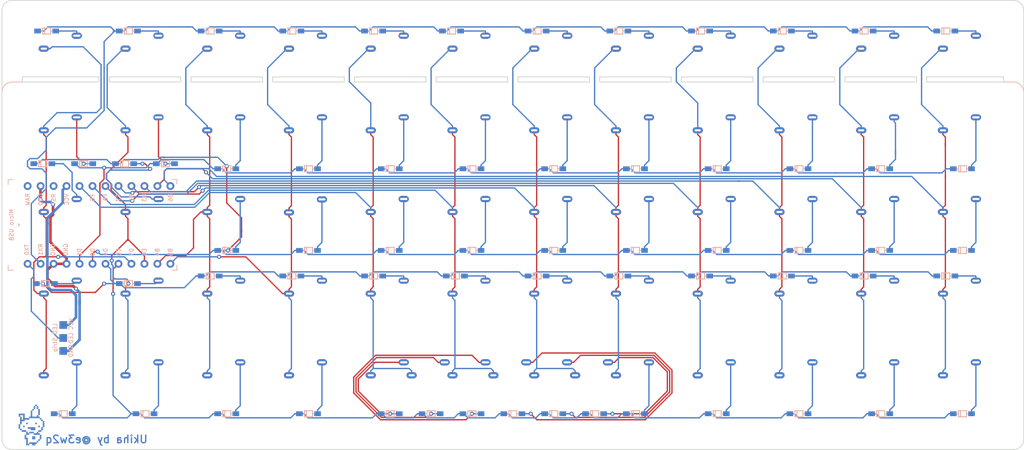
<source format=kicad_pcb>
(kicad_pcb (version 20171130) (host pcbnew "(5.0.2)-1")
  (title_block (title "Ukiha Keyboard") (rev 2) (company @e3w2q))
  (layers (0 F.Cu signal) (31 B.Cu signal) (34 B.Paste user) (35 F.Paste user) (36 B.SilkS user) (37 F.SilkS user) (38 B.Mask user hide) (39 F.Mask user hide) (44 Edge.Cuts user))
  (net 0 "")
  (net 1 GND)
  (net 2 Y1)
  (net 3 Y2)
  (net 4 Y3)
  (net 5 X1)
  (net 6 X2)
  (net 7 X3)
  (net 8 X4)
  (net 9 X5)
  (net 10 Y4)
  (net 11 led)
  (net 12 Y5)
  (net 13 X6)
  (net 14 VCC)
  (net 15 X8)
  (net 16 X7)
  (net 17 X9)
  (net 18 X10)
  (net 19 X11)
  (net 20 X12)
  (net 21 "Net-(D1-Pad2)")
  (net 22 "Net-(D2-Pad2)")
  (net 23 "Net-(D3-Pad2)")
  (net 24 "Net-(D4-Pad2)")
  (net 25 "Net-(D5-Pad2)")
  (net 26 "Net-(D6-Pad2)")
  (net 27 "Net-(D7-Pad2)")
  (net 28 "Net-(D8-Pad2)")
  (net 29 "Net-(D9-Pad2)")
  (net 30 "Net-(D10-Pad2)")
  (net 31 "Net-(D11-Pad2)")
  (net 32 "Net-(D12-Pad2)")
  (net 33 "Net-(D13-Pad2)")
  (net 34 "Net-(D14-Pad2)")
  (net 35 "Net-(D15-Pad2)")
  (net 36 "Net-(D16-Pad2)")
  (net 37 "Net-(D17-Pad2)")
  (net 38 "Net-(D18-Pad2)")
  (net 39 "Net-(D19-Pad2)")
  (net 40 "Net-(D20-Pad2)")
  (net 41 "Net-(D21-Pad2)")
  (net 42 "Net-(D22-Pad2)")
  (net 43 "Net-(D23-Pad2)")
  (net 44 "Net-(D24-Pad2)")
  (net 45 "Net-(D25-Pad2)")
  (net 46 "Net-(D26-Pad2)")
  (net 47 "Net-(D27-Pad2)")
  (net 48 "Net-(D28-Pad2)")
  (net 49 "Net-(D29-Pad2)")
  (net 50 "Net-(D30-Pad2)")
  (net 51 "Net-(D31-Pad2)")
  (net 52 "Net-(D32-Pad2)")
  (net 53 "Net-(D33-Pad2)")
  (net 54 "Net-(D34-Pad2)")
  (net 55 "Net-(D35-Pad2)")
  (net 56 "Net-(D36-Pad2)")
  (net 57 "Net-(D37-Pad2)")
  (net 58 "Net-(D38-Pad2)")
  (net 59 "Net-(D39-Pad2)")
  (net 60 "Net-(D40-Pad2)")
  (net 61 "Net-(D41-Pad2)")
  (net 62 "Net-(D42-Pad2)")
  (net 63 "Net-(D43-Pad2)")
  (net 64 "Net-(D44-Pad2)")
  (net 65 "Net-(D45-Pad2)")
  (net 66 "Net-(D46-Pad2)")
  (net 67 "Net-(D47-Pad2)")
  (net 68 "Net-(D48-Pad2)")
  (net 69 "Net-(D49-Pad2)")
  (net 70 "Net-(D50-Pad2)")
  (net 71 "Net-(D51-Pad2)")
  (net 72 "Net-(D52-Pad2)")
  (net 73 "Net-(D53-Pad2)")
  (net 74 "Net-(D54-Pad2)")
  (net 75 "Net-(D55-Pad2)")
  (net 76 "Net-(D56-Pad2)")
  (net 77 "Net-(D57-Pad2)")
  (net 78 "Net-(D58-Pad2)")
  (net 79 "Net-(D59-Pad2)")
  (net 80 "Net-(D60-Pad2)")
  (net 81 "Net-(D61-Pad2)")
  (net 82 "Net-(D62-Pad2)")
  (net 83 "Net-(D63-Pad2)")
  (module "#footprint:CherryMX_MidHeight_16mm_rev2" (layer F.Cu) (at 71.102501 80.80625)
    (fp_text reference SW27 hide)
    (fp_text value SW_Push hide)
    (pad 1 thru_hole oval (at -3.81 -2.54) (size 2 1.2) (drill oval 1.2 0.4) (layers *.Cu B.Mask) (net 7 X3))
    (pad 2 thru_hole oval (at 2.64 -5.08) (size 2 1.2) (drill oval 1.4 0.4) (layers *.Cu B.Mask) (net 47 "Net-(D27-Pad2)"))
    (pad "" np_thru_hole circle (at -4.5 0 180) (size 1.68 1.68) (drill 1.68) (layers *.Cu *.Mask))
    (pad "" np_thru_hole circle (at 4.5 0 180) (size 1.68 1.68) (drill 1.68) (layers *.Cu *.Mask))
    (pad "" np_thru_hole circle (at 0 0 270) (size 3.98 3.98) (drill 3.98) (layers *.Cu *.Mask))
    (pad "" np_thru_hole circle (at -5.08 0 180) (size 1.68 1.68) (drill 1.68) (layers *.Cu *.Mask))
    (pad "" np_thru_hole circle (at 5.08 0 180) (size 1.68 1.68) (drill 1.68) (layers *.Cu *.Mask))
  )
  (module "#footprint:CherryMX_MidHeight_16mm_rev3" (layer F.Cu) (at 103.102501 112.80625)
    (fp_text reference SW53 hide)
    (fp_text value SW_Push hide)
    (pad "" np_thru_hole circle (at 4.68 0 180) (size 1.68 1.68) (drill 1.68) (layers *.Cu *.Mask))
    (pad "" np_thru_hole circle (at -4.68 0 180) (size 1.68 1.68) (drill 1.68) (layers *.Cu *.Mask))
    (pad "" np_thru_hole circle (at 0 0 270) (size 3.98 3.98) (drill 3.98) (layers *.Cu *.Mask))
    (pad "" np_thru_hole circle (at 4.5 0 180) (size 1.68 1.68) (drill 1.68) (layers *.Cu *.Mask))
    (pad "" np_thru_hole circle (at -4.5 0 180) (size 1.68 1.68) (drill 1.68) (layers *.Cu *.Mask))
    (pad 2 thru_hole oval (at 2.64 -5.08) (size 2 1.2) (drill oval 1.4 0.4) (layers *.Cu B.Mask) (net 73 "Net-(D53-Pad2)"))
    (pad 1 thru_hole oval (at -3.81 -2.54) (size 2 1.2) (drill oval 1.2 0.4) (layers *.Cu B.Mask) (net 9 X5))
  )
  (module "#footprint:CherryMX_MidHeight_16mm_rev3" (layer F.Cu) (at 119.102501 112.80625)
    (fp_text reference SW54 hide)
    (fp_text value SW_Push hide)
    (pad "" np_thru_hole circle (at 4.68 0 180) (size 1.68 1.68) (drill 1.68) (layers *.Cu *.Mask))
    (pad "" np_thru_hole circle (at -4.68 0 180) (size 1.68 1.68) (drill 1.68) (layers *.Cu *.Mask))
    (pad "" np_thru_hole circle (at 0 0 270) (size 3.98 3.98) (drill 3.98) (layers *.Cu *.Mask))
    (pad "" np_thru_hole circle (at 4.5 0 180) (size 1.68 1.68) (drill 1.68) (layers *.Cu *.Mask))
    (pad "" np_thru_hole circle (at -4.5 0 180) (size 1.68 1.68) (drill 1.68) (layers *.Cu *.Mask))
    (pad 2 thru_hole oval (at 2.64 -5.08) (size 2 1.2) (drill oval 1.4 0.4) (layers *.Cu B.Mask) (net 74 "Net-(D54-Pad2)"))
    (pad 1 thru_hole oval (at -3.81 -2.54) (size 2 1.2) (drill oval 1.2 0.4) (layers *.Cu B.Mask) (net 13 X6))
  )
  (module "#footprint:CherryMX_MidHeight_16mm_rev3" (layer F.Cu) (at 135.102501 112.80625)
    (fp_text reference SW55 hide)
    (fp_text value SW_Push hide)
    (pad "" np_thru_hole circle (at 4.68 0 180) (size 1.68 1.68) (drill 1.68) (layers *.Cu *.Mask))
    (pad "" np_thru_hole circle (at -4.68 0 180) (size 1.68 1.68) (drill 1.68) (layers *.Cu *.Mask))
    (pad "" np_thru_hole circle (at 0 0 270) (size 3.98 3.98) (drill 3.98) (layers *.Cu *.Mask))
    (pad "" np_thru_hole circle (at 4.5 0 180) (size 1.68 1.68) (drill 1.68) (layers *.Cu *.Mask))
    (pad "" np_thru_hole circle (at -4.5 0 180) (size 1.68 1.68) (drill 1.68) (layers *.Cu *.Mask))
    (pad 2 thru_hole oval (at 2.64 -5.08) (size 2 1.2) (drill oval 1.4 0.4) (layers *.Cu B.Mask) (net 75 "Net-(D55-Pad2)"))
    (pad 1 thru_hole oval (at -3.81 -2.54) (size 2 1.2) (drill oval 1.2 0.4) (layers *.Cu B.Mask) (net 16 X7))
  )
  (module "#footprint:CherryMX_MidHeight_16mm_rev3" (layer F.Cu) (at 151.102501 112.80625)
    (fp_text reference SW56 hide)
    (fp_text value SW_Push hide)
    (pad "" np_thru_hole circle (at 4.68 0 180) (size 1.68 1.68) (drill 1.68) (layers *.Cu *.Mask))
    (pad "" np_thru_hole circle (at -4.68 0 180) (size 1.68 1.68) (drill 1.68) (layers *.Cu *.Mask))
    (pad "" np_thru_hole circle (at 0 0 270) (size 3.98 3.98) (drill 3.98) (layers *.Cu *.Mask))
    (pad "" np_thru_hole circle (at 4.5 0 180) (size 1.68 1.68) (drill 1.68) (layers *.Cu *.Mask))
    (pad "" np_thru_hole circle (at -4.5 0 180) (size 1.68 1.68) (drill 1.68) (layers *.Cu *.Mask))
    (pad 2 thru_hole oval (at 2.64 -5.08) (size 2 1.2) (drill oval 1.4 0.4) (layers *.Cu B.Mask) (net 76 "Net-(D56-Pad2)"))
    (pad 1 thru_hole oval (at -3.81 -2.54) (size 2 1.2) (drill oval 1.2 0.4) (layers *.Cu B.Mask) (net 15 X8))
  )
  (module "#footprint:CherryMX_MidHeight_16mm_rev3" (layer F.Cu) (at 167.102501 112.80625)
    (fp_text reference SW57 hide)
    (fp_text value SW_Push hide)
    (pad "" np_thru_hole circle (at 4.68 0 180) (size 1.68 1.68) (drill 1.68) (layers *.Cu *.Mask))
    (pad "" np_thru_hole circle (at -4.68 0 180) (size 1.68 1.68) (drill 1.68) (layers *.Cu *.Mask))
    (pad "" np_thru_hole circle (at 0 0 270) (size 3.98 3.98) (drill 3.98) (layers *.Cu *.Mask))
    (pad "" np_thru_hole circle (at 4.5 0 180) (size 1.68 1.68) (drill 1.68) (layers *.Cu *.Mask))
    (pad "" np_thru_hole circle (at -4.5 0 180) (size 1.68 1.68) (drill 1.68) (layers *.Cu *.Mask))
    (pad 2 thru_hole oval (at 2.64 -5.08) (size 2 1.2) (drill oval 1.4 0.4) (layers *.Cu B.Mask) (net 77 "Net-(D57-Pad2)"))
    (pad 1 thru_hole oval (at -3.81 -2.54) (size 2 1.2) (drill oval 1.2 0.4) (layers *.Cu B.Mask) (net 17 X9))
  )
  (module "#footprint:CherryMX_MidHeight_16mm_rev3" (layer F.Cu) (at 183.102501 112.80625)
    (fp_text reference SW58 hide)
    (fp_text value SW_Push hide)
    (pad "" np_thru_hole circle (at 4.68 0 180) (size 1.68 1.68) (drill 1.68) (layers *.Cu *.Mask))
    (pad "" np_thru_hole circle (at -4.68 0 180) (size 1.68 1.68) (drill 1.68) (layers *.Cu *.Mask))
    (pad "" np_thru_hole circle (at 0 0 270) (size 3.98 3.98) (drill 3.98) (layers *.Cu *.Mask))
    (pad "" np_thru_hole circle (at 4.5 0 180) (size 1.68 1.68) (drill 1.68) (layers *.Cu *.Mask))
    (pad "" np_thru_hole circle (at -4.5 0 180) (size 1.68 1.68) (drill 1.68) (layers *.Cu *.Mask))
    (pad 2 thru_hole oval (at 2.64 -5.08) (size 2 1.2) (drill oval 1.4 0.4) (layers *.Cu B.Mask) (net 78 "Net-(D58-Pad2)"))
    (pad 1 thru_hole oval (at -3.81 -2.54) (size 2 1.2) (drill oval 1.2 0.4) (layers *.Cu B.Mask) (net 18 X10))
  )
  (module "#footprint:CherryMX_MidHeight_16mm_rev3" (layer F.Cu) (at 199.102501 112.80625)
    (fp_text reference SW59 hide)
    (fp_text value SW_Push hide)
    (pad "" np_thru_hole circle (at 4.68 0 180) (size 1.68 1.68) (drill 1.68) (layers *.Cu *.Mask))
    (pad "" np_thru_hole circle (at -4.68 0 180) (size 1.68 1.68) (drill 1.68) (layers *.Cu *.Mask))
    (pad "" np_thru_hole circle (at 0 0 270) (size 3.98 3.98) (drill 3.98) (layers *.Cu *.Mask))
    (pad "" np_thru_hole circle (at 4.5 0 180) (size 1.68 1.68) (drill 1.68) (layers *.Cu *.Mask))
    (pad "" np_thru_hole circle (at -4.5 0 180) (size 1.68 1.68) (drill 1.68) (layers *.Cu *.Mask))
    (pad 2 thru_hole oval (at 2.64 -5.08) (size 2 1.2) (drill oval 1.4 0.4) (layers *.Cu B.Mask) (net 79 "Net-(D59-Pad2)"))
    (pad 1 thru_hole oval (at -3.81 -2.54) (size 2 1.2) (drill oval 1.2 0.4) (layers *.Cu B.Mask) (net 19 X11))
  )
  (module "#footprint:CherryMX_MidHeight_16mm_rev3" (layer F.Cu) (at 215.102501 112.80625)
    (fp_text reference SW60 hide)
    (fp_text value SW_Push hide)
    (pad "" np_thru_hole circle (at 4.68 0 180) (size 1.68 1.68) (drill 1.68) (layers *.Cu *.Mask))
    (pad "" np_thru_hole circle (at -4.68 0 180) (size 1.68 1.68) (drill 1.68) (layers *.Cu *.Mask))
    (pad "" np_thru_hole circle (at 0 0 270) (size 3.98 3.98) (drill 3.98) (layers *.Cu *.Mask))
    (pad "" np_thru_hole circle (at 4.5 0 180) (size 1.68 1.68) (drill 1.68) (layers *.Cu *.Mask))
    (pad "" np_thru_hole circle (at -4.5 0 180) (size 1.68 1.68) (drill 1.68) (layers *.Cu *.Mask))
    (pad 2 thru_hole oval (at 2.64 -5.08) (size 2 1.2) (drill oval 1.4 0.4) (layers *.Cu B.Mask) (net 80 "Net-(D60-Pad2)"))
    (pad 1 thru_hole oval (at -3.81 -2.54) (size 2 1.2) (drill oval 1.2 0.4) (layers *.Cu B.Mask) (net 20 X12))
  )
  (module "#footprint:CherryMX_MidHeight_16mm_rev3" (layer F.Cu) (at 111.102501 112.80625)
    (fp_text reference SW61 hide)
    (fp_text value SW_Push hide)
    (pad "" np_thru_hole circle (at 4.68 0 180) (size 1.68 1.68) (drill 1.68) (layers *.Cu *.Mask))
    (pad "" np_thru_hole circle (at -4.68 0 180) (size 1.68 1.68) (drill 1.68) (layers *.Cu *.Mask))
    (pad "" np_thru_hole circle (at 0 0 270) (size 3.98 3.98) (drill 3.98) (layers *.Cu *.Mask))
    (pad "" np_thru_hole circle (at 4.5 0 180) (size 1.68 1.68) (drill 1.68) (layers *.Cu *.Mask))
    (pad "" np_thru_hole circle (at -4.5 0 180) (size 1.68 1.68) (drill 1.68) (layers *.Cu *.Mask))
    (pad 2 thru_hole oval (at 2.64 -5.08) (size 2 1.2) (drill oval 1.4 0.4) (layers *.Cu B.Mask) (net 81 "Net-(D61-Pad2)"))
    (pad 1 thru_hole oval (at -3.81 -2.54) (size 2 1.2) (drill oval 1.2 0.4) (layers *.Cu B.Mask) (net 9 X5))
  )
  (module "#footprint:CherryMX_MidHeight_16mm_rev3" (layer F.Cu) (at 143.102501 112.80625)
    (fp_text reference SW62 hide)
    (fp_text value SW_Push hide)
    (pad "" np_thru_hole circle (at 4.68 0 180) (size 1.68 1.68) (drill 1.68) (layers *.Cu *.Mask))
    (pad "" np_thru_hole circle (at -4.68 0 180) (size 1.68 1.68) (drill 1.68) (layers *.Cu *.Mask))
    (pad "" np_thru_hole circle (at 0 0 270) (size 3.98 3.98) (drill 3.98) (layers *.Cu *.Mask))
    (pad "" np_thru_hole circle (at 4.5 0 180) (size 1.68 1.68) (drill 1.68) (layers *.Cu *.Mask))
    (pad "" np_thru_hole circle (at -4.5 0 180) (size 1.68 1.68) (drill 1.68) (layers *.Cu *.Mask))
    (pad 2 thru_hole oval (at 2.64 -5.08) (size 2 1.2) (drill oval 1.4 0.4) (layers *.Cu B.Mask) (net 82 "Net-(D62-Pad2)"))
    (pad 1 thru_hole oval (at -3.81 -2.54) (size 2 1.2) (drill oval 1.2 0.4) (layers *.Cu B.Mask) (net 16 X7))
  )
  (module "#footprint:CherryMX_MidHeight_16mm_rev3" (layer F.Cu) (at 127.102501 112.80625)
    (fp_text reference SW63 hide)
    (fp_text value SW_Push hide)
    (pad "" np_thru_hole circle (at 4.68 0 180) (size 1.68 1.68) (drill 1.68) (layers *.Cu *.Mask))
    (pad "" np_thru_hole circle (at -4.68 0 180) (size 1.68 1.68) (drill 1.68) (layers *.Cu *.Mask))
    (pad "" np_thru_hole circle (at 0 0 270) (size 3.98 3.98) (drill 3.98) (layers *.Cu *.Mask))
    (pad "" np_thru_hole circle (at 4.5 0 180) (size 1.68 1.68) (drill 1.68) (layers *.Cu *.Mask))
    (pad "" np_thru_hole circle (at -4.5 0 180) (size 1.68 1.68) (drill 1.68) (layers *.Cu *.Mask))
    (pad 2 thru_hole oval (at 2.64 -5.08) (size 2 1.2) (drill oval 1.4 0.4) (layers *.Cu B.Mask) (net 83 "Net-(D63-Pad2)"))
    (pad 1 thru_hole oval (at -3.81 -2.54) (size 2 1.2) (drill oval 1.2 0.4) (layers *.Cu B.Mask) (net 13 X6))
  )
  (module "#footprint:CherryMX_MidHeight_16mm_rev2" (layer F.Cu) (at 215.102501 64.80625)
    (fp_text reference SW24 hide)
    (fp_text value SW_Push hide)
    (pad 1 thru_hole oval (at -3.81 -2.54) (size 2 1.2) (drill oval 1.2 0.4) (layers *.Cu B.Mask) (net 20 X12))
    (pad 2 thru_hole oval (at 2.64 -5.08) (size 2 1.2) (drill oval 1.4 0.4) (layers *.Cu B.Mask) (net 44 "Net-(D24-Pad2)"))
    (pad "" np_thru_hole circle (at -4.5 0 180) (size 1.68 1.68) (drill 1.68) (layers *.Cu *.Mask))
    (pad "" np_thru_hole circle (at 4.5 0 180) (size 1.68 1.68) (drill 1.68) (layers *.Cu *.Mask))
    (pad "" np_thru_hole circle (at 0 0 270) (size 3.98 3.98) (drill 3.98) (layers *.Cu *.Mask))
    (pad "" np_thru_hole circle (at -5.08 0 180) (size 1.68 1.68) (drill 1.68) (layers *.Cu *.Mask))
    (pad "" np_thru_hole circle (at 5.08 0 180) (size 1.68 1.68) (drill 1.68) (layers *.Cu *.Mask))
  )
  (module "#footprint:CherryMX_MidHeight_16mm_rev2" (layer F.Cu) (at 39.102501 48.80625)
    (fp_text reference SW1 hide)
    (fp_text value SW_Push hide)
    (pad 1 thru_hole oval (at -3.81 -2.54) (size 2 1.2) (drill oval 1.2 0.4) (layers *.Cu B.Mask) (net 5 X1))
    (pad 2 thru_hole oval (at 2.64 -5.08) (size 2 1.2) (drill oval 1.4 0.4) (layers *.Cu B.Mask) (net 21 "Net-(D1-Pad2)"))
    (pad "" np_thru_hole circle (at -4.5 0 180) (size 1.68 1.68) (drill 1.68) (layers *.Cu *.Mask))
    (pad "" np_thru_hole circle (at 4.5 0 180) (size 1.68 1.68) (drill 1.68) (layers *.Cu *.Mask))
    (pad "" np_thru_hole circle (at 0 0 270) (size 3.98 3.98) (drill 3.98) (layers *.Cu *.Mask))
    (pad "" np_thru_hole circle (at -5.08 0 180) (size 1.68 1.68) (drill 1.68) (layers *.Cu *.Mask))
    (pad "" np_thru_hole circle (at 5.08 0 180) (size 1.68 1.68) (drill 1.68) (layers *.Cu *.Mask))
  )
  (module "#footprint:CherryMX_MidHeight_16mm_rev2" (layer F.Cu) (at 55.102501 48.80625)
    (fp_text reference SW2 hide)
    (fp_text value SW_Push hide)
    (pad 1 thru_hole oval (at -3.81 -2.54) (size 2 1.2) (drill oval 1.2 0.4) (layers *.Cu B.Mask) (net 6 X2))
    (pad 2 thru_hole oval (at 2.64 -5.08) (size 2 1.2) (drill oval 1.4 0.4) (layers *.Cu B.Mask) (net 22 "Net-(D2-Pad2)"))
    (pad "" np_thru_hole circle (at -4.5 0 180) (size 1.68 1.68) (drill 1.68) (layers *.Cu *.Mask))
    (pad "" np_thru_hole circle (at 4.5 0 180) (size 1.68 1.68) (drill 1.68) (layers *.Cu *.Mask))
    (pad "" np_thru_hole circle (at 0 0 270) (size 3.98 3.98) (drill 3.98) (layers *.Cu *.Mask))
    (pad "" np_thru_hole circle (at -5.08 0 180) (size 1.68 1.68) (drill 1.68) (layers *.Cu *.Mask))
    (pad "" np_thru_hole circle (at 5.08 0 180) (size 1.68 1.68) (drill 1.68) (layers *.Cu *.Mask))
  )
  (module "#footprint:CherryMX_MidHeight_16mm_rev2" (layer F.Cu) (at 71.102501 48.80625)
    (fp_text reference SW3 hide)
    (fp_text value SW_Push hide)
    (pad 1 thru_hole oval (at -3.81 -2.54) (size 2 1.2) (drill oval 1.2 0.4) (layers *.Cu B.Mask) (net 7 X3))
    (pad 2 thru_hole oval (at 2.64 -5.08) (size 2 1.2) (drill oval 1.4 0.4) (layers *.Cu B.Mask) (net 23 "Net-(D3-Pad2)"))
    (pad "" np_thru_hole circle (at -4.5 0 180) (size 1.68 1.68) (drill 1.68) (layers *.Cu *.Mask))
    (pad "" np_thru_hole circle (at 4.5 0 180) (size 1.68 1.68) (drill 1.68) (layers *.Cu *.Mask))
    (pad "" np_thru_hole circle (at 0 0 270) (size 3.98 3.98) (drill 3.98) (layers *.Cu *.Mask))
    (pad "" np_thru_hole circle (at -5.08 0 180) (size 1.68 1.68) (drill 1.68) (layers *.Cu *.Mask))
    (pad "" np_thru_hole circle (at 5.08 0 180) (size 1.68 1.68) (drill 1.68) (layers *.Cu *.Mask))
  )
  (module "#footprint:CherryMX_MidHeight_16mm_rev2" (layer F.Cu) (at 87.102501 48.80625)
    (fp_text reference SW4 hide)
    (fp_text value SW_Push hide)
    (pad 1 thru_hole oval (at -3.81 -2.54) (size 2 1.2) (drill oval 1.2 0.4) (layers *.Cu B.Mask) (net 8 X4))
    (pad 2 thru_hole oval (at 2.64 -5.08) (size 2 1.2) (drill oval 1.4 0.4) (layers *.Cu B.Mask) (net 24 "Net-(D4-Pad2)"))
    (pad "" np_thru_hole circle (at -4.5 0 180) (size 1.68 1.68) (drill 1.68) (layers *.Cu *.Mask))
    (pad "" np_thru_hole circle (at 4.5 0 180) (size 1.68 1.68) (drill 1.68) (layers *.Cu *.Mask))
    (pad "" np_thru_hole circle (at 0 0 270) (size 3.98 3.98) (drill 3.98) (layers *.Cu *.Mask))
    (pad "" np_thru_hole circle (at -5.08 0 180) (size 1.68 1.68) (drill 1.68) (layers *.Cu *.Mask))
    (pad "" np_thru_hole circle (at 5.08 0 180) (size 1.68 1.68) (drill 1.68) (layers *.Cu *.Mask))
  )
  (module "#footprint:CherryMX_MidHeight_16mm_rev2" (layer F.Cu) (at 103.102501 48.80625)
    (fp_text reference SW5 hide)
    (fp_text value SW_Push hide)
    (pad 1 thru_hole oval (at -3.81 -2.54) (size 2 1.2) (drill oval 1.2 0.4) (layers *.Cu B.Mask) (net 9 X5))
    (pad 2 thru_hole oval (at 2.64 -5.08) (size 2 1.2) (drill oval 1.4 0.4) (layers *.Cu B.Mask) (net 25 "Net-(D5-Pad2)"))
    (pad "" np_thru_hole circle (at -4.5 0 180) (size 1.68 1.68) (drill 1.68) (layers *.Cu *.Mask))
    (pad "" np_thru_hole circle (at 4.5 0 180) (size 1.68 1.68) (drill 1.68) (layers *.Cu *.Mask))
    (pad "" np_thru_hole circle (at 0 0 270) (size 3.98 3.98) (drill 3.98) (layers *.Cu *.Mask))
    (pad "" np_thru_hole circle (at -5.08 0 180) (size 1.68 1.68) (drill 1.68) (layers *.Cu *.Mask))
    (pad "" np_thru_hole circle (at 5.08 0 180) (size 1.68 1.68) (drill 1.68) (layers *.Cu *.Mask))
  )
  (module "#footprint:CherryMX_MidHeight_16mm_rev2" (layer F.Cu) (at 119.102501 48.80625)
    (fp_text reference SW6 hide)
    (fp_text value SW_Push hide)
    (pad 1 thru_hole oval (at -3.81 -2.54) (size 2 1.2) (drill oval 1.2 0.4) (layers *.Cu B.Mask) (net 13 X6))
    (pad 2 thru_hole oval (at 2.64 -5.08) (size 2 1.2) (drill oval 1.4 0.4) (layers *.Cu B.Mask) (net 26 "Net-(D6-Pad2)"))
    (pad "" np_thru_hole circle (at -4.5 0 180) (size 1.68 1.68) (drill 1.68) (layers *.Cu *.Mask))
    (pad "" np_thru_hole circle (at 4.5 0 180) (size 1.68 1.68) (drill 1.68) (layers *.Cu *.Mask))
    (pad "" np_thru_hole circle (at 0 0 270) (size 3.98 3.98) (drill 3.98) (layers *.Cu *.Mask))
    (pad "" np_thru_hole circle (at -5.08 0 180) (size 1.68 1.68) (drill 1.68) (layers *.Cu *.Mask))
    (pad "" np_thru_hole circle (at 5.08 0 180) (size 1.68 1.68) (drill 1.68) (layers *.Cu *.Mask))
  )
  (module "#footprint:CherryMX_MidHeight_16mm_rev2" (layer F.Cu) (at 135.102501 48.80625)
    (fp_text reference SW7 hide)
    (fp_text value SW_Push hide)
    (pad 1 thru_hole oval (at -3.81 -2.54) (size 2 1.2) (drill oval 1.2 0.4) (layers *.Cu B.Mask) (net 16 X7))
    (pad 2 thru_hole oval (at 2.64 -5.08) (size 2 1.2) (drill oval 1.4 0.4) (layers *.Cu B.Mask) (net 27 "Net-(D7-Pad2)"))
    (pad "" np_thru_hole circle (at -4.5 0 180) (size 1.68 1.68) (drill 1.68) (layers *.Cu *.Mask))
    (pad "" np_thru_hole circle (at 4.5 0 180) (size 1.68 1.68) (drill 1.68) (layers *.Cu *.Mask))
    (pad "" np_thru_hole circle (at 0 0 270) (size 3.98 3.98) (drill 3.98) (layers *.Cu *.Mask))
    (pad "" np_thru_hole circle (at -5.08 0 180) (size 1.68 1.68) (drill 1.68) (layers *.Cu *.Mask))
    (pad "" np_thru_hole circle (at 5.08 0 180) (size 1.68 1.68) (drill 1.68) (layers *.Cu *.Mask))
  )
  (module "#footprint:CherryMX_MidHeight_16mm_rev2" (layer F.Cu) (at 151.102501 48.80625)
    (fp_text reference SW8 hide)
    (fp_text value SW_Push hide)
    (pad 1 thru_hole oval (at -3.81 -2.54) (size 2 1.2) (drill oval 1.2 0.4) (layers *.Cu B.Mask) (net 15 X8))
    (pad 2 thru_hole oval (at 2.64 -5.08) (size 2 1.2) (drill oval 1.4 0.4) (layers *.Cu B.Mask) (net 28 "Net-(D8-Pad2)"))
    (pad "" np_thru_hole circle (at -4.5 0 180) (size 1.68 1.68) (drill 1.68) (layers *.Cu *.Mask))
    (pad "" np_thru_hole circle (at 4.5 0 180) (size 1.68 1.68) (drill 1.68) (layers *.Cu *.Mask))
    (pad "" np_thru_hole circle (at 0 0 270) (size 3.98 3.98) (drill 3.98) (layers *.Cu *.Mask))
    (pad "" np_thru_hole circle (at -5.08 0 180) (size 1.68 1.68) (drill 1.68) (layers *.Cu *.Mask))
    (pad "" np_thru_hole circle (at 5.08 0 180) (size 1.68 1.68) (drill 1.68) (layers *.Cu *.Mask))
  )
  (module "#footprint:CherryMX_MidHeight_16mm_rev2" (layer F.Cu) (at 167.102501 48.80625)
    (fp_text reference SW9 hide)
    (fp_text value SW_Push hide)
    (pad 1 thru_hole oval (at -3.81 -2.54) (size 2 1.2) (drill oval 1.2 0.4) (layers *.Cu B.Mask) (net 17 X9))
    (pad 2 thru_hole oval (at 2.64 -5.08) (size 2 1.2) (drill oval 1.4 0.4) (layers *.Cu B.Mask) (net 29 "Net-(D9-Pad2)"))
    (pad "" np_thru_hole circle (at -4.5 0 180) (size 1.68 1.68) (drill 1.68) (layers *.Cu *.Mask))
    (pad "" np_thru_hole circle (at 4.5 0 180) (size 1.68 1.68) (drill 1.68) (layers *.Cu *.Mask))
    (pad "" np_thru_hole circle (at 0 0 270) (size 3.98 3.98) (drill 3.98) (layers *.Cu *.Mask))
    (pad "" np_thru_hole circle (at -5.08 0 180) (size 1.68 1.68) (drill 1.68) (layers *.Cu *.Mask))
    (pad "" np_thru_hole circle (at 5.08 0 180) (size 1.68 1.68) (drill 1.68) (layers *.Cu *.Mask))
  )
  (module "#footprint:CherryMX_MidHeight_16mm_rev2" (layer F.Cu) (at 183.102501 48.80625)
    (fp_text reference SW10 hide)
    (fp_text value SW_Push hide)
    (pad 1 thru_hole oval (at -3.81 -2.54) (size 2 1.2) (drill oval 1.2 0.4) (layers *.Cu B.Mask) (net 18 X10))
    (pad 2 thru_hole oval (at 2.64 -5.08) (size 2 1.2) (drill oval 1.4 0.4) (layers *.Cu B.Mask) (net 30 "Net-(D10-Pad2)"))
    (pad "" np_thru_hole circle (at -4.5 0 180) (size 1.68 1.68) (drill 1.68) (layers *.Cu *.Mask))
    (pad "" np_thru_hole circle (at 4.5 0 180) (size 1.68 1.68) (drill 1.68) (layers *.Cu *.Mask))
    (pad "" np_thru_hole circle (at 0 0 270) (size 3.98 3.98) (drill 3.98) (layers *.Cu *.Mask))
    (pad "" np_thru_hole circle (at -5.08 0 180) (size 1.68 1.68) (drill 1.68) (layers *.Cu *.Mask))
    (pad "" np_thru_hole circle (at 5.08 0 180) (size 1.68 1.68) (drill 1.68) (layers *.Cu *.Mask))
  )
  (module "#footprint:CherryMX_MidHeight_16mm_rev2" (layer F.Cu) (at 199.102501 48.80625)
    (fp_text reference SW11 hide)
    (fp_text value SW_Push hide)
    (pad 1 thru_hole oval (at -3.81 -2.54) (size 2 1.2) (drill oval 1.2 0.4) (layers *.Cu B.Mask) (net 19 X11))
    (pad 2 thru_hole oval (at 2.64 -5.08) (size 2 1.2) (drill oval 1.4 0.4) (layers *.Cu B.Mask) (net 31 "Net-(D11-Pad2)"))
    (pad "" np_thru_hole circle (at -4.5 0 180) (size 1.68 1.68) (drill 1.68) (layers *.Cu *.Mask))
    (pad "" np_thru_hole circle (at 4.5 0 180) (size 1.68 1.68) (drill 1.68) (layers *.Cu *.Mask))
    (pad "" np_thru_hole circle (at 0 0 270) (size 3.98 3.98) (drill 3.98) (layers *.Cu *.Mask))
    (pad "" np_thru_hole circle (at -5.08 0 180) (size 1.68 1.68) (drill 1.68) (layers *.Cu *.Mask))
    (pad "" np_thru_hole circle (at 5.08 0 180) (size 1.68 1.68) (drill 1.68) (layers *.Cu *.Mask))
  )
  (module "#footprint:CherryMX_MidHeight_16mm_rev2" (layer F.Cu) (at 215.102501 48.80625)
    (fp_text reference SW12 hide)
    (fp_text value SW_Push hide)
    (pad 1 thru_hole oval (at -3.81 -2.54) (size 2 1.2) (drill oval 1.2 0.4) (layers *.Cu B.Mask) (net 20 X12))
    (pad 2 thru_hole oval (at 2.64 -5.08) (size 2 1.2) (drill oval 1.4 0.4) (layers *.Cu B.Mask) (net 32 "Net-(D12-Pad2)"))
    (pad "" np_thru_hole circle (at -4.5 0 180) (size 1.68 1.68) (drill 1.68) (layers *.Cu *.Mask))
    (pad "" np_thru_hole circle (at 4.5 0 180) (size 1.68 1.68) (drill 1.68) (layers *.Cu *.Mask))
    (pad "" np_thru_hole circle (at 0 0 270) (size 3.98 3.98) (drill 3.98) (layers *.Cu *.Mask))
    (pad "" np_thru_hole circle (at -5.08 0 180) (size 1.68 1.68) (drill 1.68) (layers *.Cu *.Mask))
    (pad "" np_thru_hole circle (at 5.08 0 180) (size 1.68 1.68) (drill 1.68) (layers *.Cu *.Mask))
  )
  (module "#footprint:CherryMX_MidHeight_16mm_rev2" (layer F.Cu) (at 39.102501 64.80625)
    (fp_text reference SW13 hide)
    (fp_text value SW_Push hide)
    (pad 1 thru_hole oval (at -3.81 -2.54) (size 2 1.2) (drill oval 1.2 0.4) (layers *.Cu B.Mask) (net 5 X1))
    (pad 2 thru_hole oval (at 2.64 -5.08) (size 2 1.2) (drill oval 1.4 0.4) (layers *.Cu B.Mask) (net 33 "Net-(D13-Pad2)"))
    (pad "" np_thru_hole circle (at -4.5 0 180) (size 1.68 1.68) (drill 1.68) (layers *.Cu *.Mask))
    (pad "" np_thru_hole circle (at 4.5 0 180) (size 1.68 1.68) (drill 1.68) (layers *.Cu *.Mask))
    (pad "" np_thru_hole circle (at 0 0 270) (size 3.98 3.98) (drill 3.98) (layers *.Cu *.Mask))
    (pad "" np_thru_hole circle (at -5.08 0 180) (size 1.68 1.68) (drill 1.68) (layers *.Cu *.Mask))
    (pad "" np_thru_hole circle (at 5.08 0 180) (size 1.68 1.68) (drill 1.68) (layers *.Cu *.Mask))
  )
  (module "#footprint:CherryMX_MidHeight_16mm_rev2" (layer F.Cu) (at 55.102501 64.80625)
    (fp_text reference SW14 hide)
    (fp_text value SW_Push hide)
    (pad 1 thru_hole oval (at -3.81 -2.54) (size 2 1.2) (drill oval 1.2 0.4) (layers *.Cu B.Mask) (net 6 X2))
    (pad 2 thru_hole oval (at 2.64 -5.08) (size 2 1.2) (drill oval 1.4 0.4) (layers *.Cu B.Mask) (net 34 "Net-(D14-Pad2)"))
    (pad "" np_thru_hole circle (at -4.5 0 180) (size 1.68 1.68) (drill 1.68) (layers *.Cu *.Mask))
    (pad "" np_thru_hole circle (at 4.5 0 180) (size 1.68 1.68) (drill 1.68) (layers *.Cu *.Mask))
    (pad "" np_thru_hole circle (at 0 0 270) (size 3.98 3.98) (drill 3.98) (layers *.Cu *.Mask))
    (pad "" np_thru_hole circle (at -5.08 0 180) (size 1.68 1.68) (drill 1.68) (layers *.Cu *.Mask))
    (pad "" np_thru_hole circle (at 5.08 0 180) (size 1.68 1.68) (drill 1.68) (layers *.Cu *.Mask))
  )
  (module "#footprint:CherryMX_MidHeight_16mm_rev2" (layer F.Cu) (at 71.102501 64.80625)
    (fp_text reference SW15 hide)
    (fp_text value SW_Push hide)
    (pad 1 thru_hole oval (at -3.81 -2.54) (size 2 1.2) (drill oval 1.2 0.4) (layers *.Cu B.Mask) (net 7 X3))
    (pad 2 thru_hole oval (at 2.64 -5.08) (size 2 1.2) (drill oval 1.4 0.4) (layers *.Cu B.Mask) (net 35 "Net-(D15-Pad2)"))
    (pad "" np_thru_hole circle (at -4.5 0 180) (size 1.68 1.68) (drill 1.68) (layers *.Cu *.Mask))
    (pad "" np_thru_hole circle (at 4.5 0 180) (size 1.68 1.68) (drill 1.68) (layers *.Cu *.Mask))
    (pad "" np_thru_hole circle (at 0 0 270) (size 3.98 3.98) (drill 3.98) (layers *.Cu *.Mask))
    (pad "" np_thru_hole circle (at -5.08 0 180) (size 1.68 1.68) (drill 1.68) (layers *.Cu *.Mask))
    (pad "" np_thru_hole circle (at 5.08 0 180) (size 1.68 1.68) (drill 1.68) (layers *.Cu *.Mask))
  )
  (module "#footprint:CherryMX_MidHeight_16mm_rev2" (layer F.Cu) (at 87.102501 64.80625)
    (fp_text reference SW16 hide)
    (fp_text value SW_Push hide)
    (pad 1 thru_hole oval (at -3.81 -2.54) (size 2 1.2) (drill oval 1.2 0.4) (layers *.Cu B.Mask) (net 8 X4))
    (pad 2 thru_hole oval (at 2.64 -5.08) (size 2 1.2) (drill oval 1.4 0.4) (layers *.Cu B.Mask) (net 36 "Net-(D16-Pad2)"))
    (pad "" np_thru_hole circle (at -4.5 0 180) (size 1.68 1.68) (drill 1.68) (layers *.Cu *.Mask))
    (pad "" np_thru_hole circle (at 4.5 0 180) (size 1.68 1.68) (drill 1.68) (layers *.Cu *.Mask))
    (pad "" np_thru_hole circle (at 0 0 270) (size 3.98 3.98) (drill 3.98) (layers *.Cu *.Mask))
    (pad "" np_thru_hole circle (at -5.08 0 180) (size 1.68 1.68) (drill 1.68) (layers *.Cu *.Mask))
    (pad "" np_thru_hole circle (at 5.08 0 180) (size 1.68 1.68) (drill 1.68) (layers *.Cu *.Mask))
  )
  (module "#footprint:CherryMX_MidHeight_16mm_rev2" (layer F.Cu) (at 103.102501 64.80625)
    (fp_text reference SW17 hide)
    (fp_text value SW_Push hide)
    (pad 1 thru_hole oval (at -3.81 -2.54) (size 2 1.2) (drill oval 1.2 0.4) (layers *.Cu B.Mask) (net 9 X5))
    (pad 2 thru_hole oval (at 2.64 -5.08) (size 2 1.2) (drill oval 1.4 0.4) (layers *.Cu B.Mask) (net 37 "Net-(D17-Pad2)"))
    (pad "" np_thru_hole circle (at -4.5 0 180) (size 1.68 1.68) (drill 1.68) (layers *.Cu *.Mask))
    (pad "" np_thru_hole circle (at 4.5 0 180) (size 1.68 1.68) (drill 1.68) (layers *.Cu *.Mask))
    (pad "" np_thru_hole circle (at 0 0 270) (size 3.98 3.98) (drill 3.98) (layers *.Cu *.Mask))
    (pad "" np_thru_hole circle (at -5.08 0 180) (size 1.68 1.68) (drill 1.68) (layers *.Cu *.Mask))
    (pad "" np_thru_hole circle (at 5.08 0 180) (size 1.68 1.68) (drill 1.68) (layers *.Cu *.Mask))
  )
  (module "#footprint:CherryMX_MidHeight_16mm_rev2" (layer F.Cu) (at 119.102501 64.80625)
    (fp_text reference SW18 hide)
    (fp_text value SW_Push hide)
    (pad 1 thru_hole oval (at -3.81 -2.54) (size 2 1.2) (drill oval 1.2 0.4) (layers *.Cu B.Mask) (net 13 X6))
    (pad 2 thru_hole oval (at 2.64 -5.08) (size 2 1.2) (drill oval 1.4 0.4) (layers *.Cu B.Mask) (net 38 "Net-(D18-Pad2)"))
    (pad "" np_thru_hole circle (at -4.5 0 180) (size 1.68 1.68) (drill 1.68) (layers *.Cu *.Mask))
    (pad "" np_thru_hole circle (at 4.5 0 180) (size 1.68 1.68) (drill 1.68) (layers *.Cu *.Mask))
    (pad "" np_thru_hole circle (at 0 0 270) (size 3.98 3.98) (drill 3.98) (layers *.Cu *.Mask))
    (pad "" np_thru_hole circle (at -5.08 0 180) (size 1.68 1.68) (drill 1.68) (layers *.Cu *.Mask))
    (pad "" np_thru_hole circle (at 5.08 0 180) (size 1.68 1.68) (drill 1.68) (layers *.Cu *.Mask))
  )
  (module "#footprint:CherryMX_MidHeight_16mm_rev2" (layer F.Cu) (at 135.102501 64.80625)
    (fp_text reference SW19 hide)
    (fp_text value SW_Push hide)
    (pad 1 thru_hole oval (at -3.81 -2.54) (size 2 1.2) (drill oval 1.2 0.4) (layers *.Cu B.Mask) (net 16 X7))
    (pad 2 thru_hole oval (at 2.64 -5.08) (size 2 1.2) (drill oval 1.4 0.4) (layers *.Cu B.Mask) (net 39 "Net-(D19-Pad2)"))
    (pad "" np_thru_hole circle (at -4.5 0 180) (size 1.68 1.68) (drill 1.68) (layers *.Cu *.Mask))
    (pad "" np_thru_hole circle (at 4.5 0 180) (size 1.68 1.68) (drill 1.68) (layers *.Cu *.Mask))
    (pad "" np_thru_hole circle (at 0 0 270) (size 3.98 3.98) (drill 3.98) (layers *.Cu *.Mask))
    (pad "" np_thru_hole circle (at -5.08 0 180) (size 1.68 1.68) (drill 1.68) (layers *.Cu *.Mask))
    (pad "" np_thru_hole circle (at 5.08 0 180) (size 1.68 1.68) (drill 1.68) (layers *.Cu *.Mask))
  )
  (module "#footprint:CherryMX_MidHeight_16mm_rev2" (layer F.Cu) (at 151.102501 64.80625)
    (fp_text reference SW20 hide)
    (fp_text value SW_Push hide)
    (pad 1 thru_hole oval (at -3.81 -2.54) (size 2 1.2) (drill oval 1.2 0.4) (layers *.Cu B.Mask) (net 15 X8))
    (pad 2 thru_hole oval (at 2.64 -5.08) (size 2 1.2) (drill oval 1.4 0.4) (layers *.Cu B.Mask) (net 40 "Net-(D20-Pad2)"))
    (pad "" np_thru_hole circle (at -4.5 0 180) (size 1.68 1.68) (drill 1.68) (layers *.Cu *.Mask))
    (pad "" np_thru_hole circle (at 4.5 0 180) (size 1.68 1.68) (drill 1.68) (layers *.Cu *.Mask))
    (pad "" np_thru_hole circle (at 0 0 270) (size 3.98 3.98) (drill 3.98) (layers *.Cu *.Mask))
    (pad "" np_thru_hole circle (at -5.08 0 180) (size 1.68 1.68) (drill 1.68) (layers *.Cu *.Mask))
    (pad "" np_thru_hole circle (at 5.08 0 180) (size 1.68 1.68) (drill 1.68) (layers *.Cu *.Mask))
  )
  (module "#footprint:CherryMX_MidHeight_16mm_rev2" (layer F.Cu) (at 167.102501 64.80625)
    (fp_text reference SW21 hide)
    (fp_text value SW_Push hide)
    (pad 1 thru_hole oval (at -3.81 -2.54) (size 2 1.2) (drill oval 1.2 0.4) (layers *.Cu B.Mask) (net 17 X9))
    (pad 2 thru_hole oval (at 2.64 -5.08) (size 2 1.2) (drill oval 1.4 0.4) (layers *.Cu B.Mask) (net 41 "Net-(D21-Pad2)"))
    (pad "" np_thru_hole circle (at -4.5 0 180) (size 1.68 1.68) (drill 1.68) (layers *.Cu *.Mask))
    (pad "" np_thru_hole circle (at 4.5 0 180) (size 1.68 1.68) (drill 1.68) (layers *.Cu *.Mask))
    (pad "" np_thru_hole circle (at 0 0 270) (size 3.98 3.98) (drill 3.98) (layers *.Cu *.Mask))
    (pad "" np_thru_hole circle (at -5.08 0 180) (size 1.68 1.68) (drill 1.68) (layers *.Cu *.Mask))
    (pad "" np_thru_hole circle (at 5.08 0 180) (size 1.68 1.68) (drill 1.68) (layers *.Cu *.Mask))
  )
  (module "#footprint:CherryMX_MidHeight_16mm_rev2" (layer F.Cu) (at 183.102501 64.80625)
    (fp_text reference SW22 hide)
    (fp_text value SW_Push hide)
    (pad 1 thru_hole oval (at -3.81 -2.54) (size 2 1.2) (drill oval 1.2 0.4) (layers *.Cu B.Mask) (net 18 X10))
    (pad 2 thru_hole oval (at 2.64 -5.08) (size 2 1.2) (drill oval 1.4 0.4) (layers *.Cu B.Mask) (net 42 "Net-(D22-Pad2)"))
    (pad "" np_thru_hole circle (at -4.5 0 180) (size 1.68 1.68) (drill 1.68) (layers *.Cu *.Mask))
    (pad "" np_thru_hole circle (at 4.5 0 180) (size 1.68 1.68) (drill 1.68) (layers *.Cu *.Mask))
    (pad "" np_thru_hole circle (at 0 0 270) (size 3.98 3.98) (drill 3.98) (layers *.Cu *.Mask))
    (pad "" np_thru_hole circle (at -5.08 0 180) (size 1.68 1.68) (drill 1.68) (layers *.Cu *.Mask))
    (pad "" np_thru_hole circle (at 5.08 0 180) (size 1.68 1.68) (drill 1.68) (layers *.Cu *.Mask))
  )
  (module "#footprint:CherryMX_MidHeight_16mm_rev2" (layer F.Cu) (at 199.102501 64.80625)
    (fp_text reference SW23 hide)
    (fp_text value SW_Push hide)
    (pad 1 thru_hole oval (at -3.81 -2.54) (size 2 1.2) (drill oval 1.2 0.4) (layers *.Cu B.Mask) (net 19 X11))
    (pad 2 thru_hole oval (at 2.64 -5.08) (size 2 1.2) (drill oval 1.4 0.4) (layers *.Cu B.Mask) (net 43 "Net-(D23-Pad2)"))
    (pad "" np_thru_hole circle (at -4.5 0 180) (size 1.68 1.68) (drill 1.68) (layers *.Cu *.Mask))
    (pad "" np_thru_hole circle (at 4.5 0 180) (size 1.68 1.68) (drill 1.68) (layers *.Cu *.Mask))
    (pad "" np_thru_hole circle (at 0 0 270) (size 3.98 3.98) (drill 3.98) (layers *.Cu *.Mask))
    (pad "" np_thru_hole circle (at -5.08 0 180) (size 1.68 1.68) (drill 1.68) (layers *.Cu *.Mask))
    (pad "" np_thru_hole circle (at 5.08 0 180) (size 1.68 1.68) (drill 1.68) (layers *.Cu *.Mask))
  )
  (module "#footprint:CherryMX_MidHeight_16mm_rev2" (layer F.Cu) (at 39.102501 80.80625)
    (fp_text reference SW25 hide)
    (fp_text value SW_Push hide)
    (pad 1 thru_hole oval (at -3.81 -2.54) (size 2 1.2) (drill oval 1.2 0.4) (layers *.Cu B.Mask) (net 5 X1))
    (pad 2 thru_hole oval (at 2.64 -5.08) (size 2 1.2) (drill oval 1.4 0.4) (layers *.Cu B.Mask) (net 45 "Net-(D25-Pad2)"))
    (pad "" np_thru_hole circle (at -4.5 0 180) (size 1.68 1.68) (drill 1.68) (layers *.Cu *.Mask))
    (pad "" np_thru_hole circle (at 4.5 0 180) (size 1.68 1.68) (drill 1.68) (layers *.Cu *.Mask))
    (pad "" np_thru_hole circle (at 0 0 270) (size 3.98 3.98) (drill 3.98) (layers *.Cu *.Mask))
    (pad "" np_thru_hole circle (at -5.08 0 180) (size 1.68 1.68) (drill 1.68) (layers *.Cu *.Mask))
    (pad "" np_thru_hole circle (at 5.08 0 180) (size 1.68 1.68) (drill 1.68) (layers *.Cu *.Mask))
  )
  (module "#footprint:CherryMX_MidHeight_16mm_rev2" (layer F.Cu) (at 55.102501 80.80625)
    (fp_text reference SW26 hide)
    (fp_text value SW_Push hide)
    (pad 1 thru_hole oval (at -3.81 -2.54) (size 2 1.2) (drill oval 1.2 0.4) (layers *.Cu B.Mask) (net 6 X2))
    (pad 2 thru_hole oval (at 2.64 -5.08) (size 2 1.2) (drill oval 1.4 0.4) (layers *.Cu B.Mask) (net 46 "Net-(D26-Pad2)"))
    (pad "" np_thru_hole circle (at -4.5 0 180) (size 1.68 1.68) (drill 1.68) (layers *.Cu *.Mask))
    (pad "" np_thru_hole circle (at 4.5 0 180) (size 1.68 1.68) (drill 1.68) (layers *.Cu *.Mask))
    (pad "" np_thru_hole circle (at 0 0 270) (size 3.98 3.98) (drill 3.98) (layers *.Cu *.Mask))
    (pad "" np_thru_hole circle (at -5.08 0 180) (size 1.68 1.68) (drill 1.68) (layers *.Cu *.Mask))
    (pad "" np_thru_hole circle (at 5.08 0 180) (size 1.68 1.68) (drill 1.68) (layers *.Cu *.Mask))
  )
  (module "#footprint:CherryMX_MidHeight_16mm_rev2" (layer F.Cu) (at 87.102501 80.88625)
    (fp_text reference SW28 hide)
    (fp_text value SW_Push hide)
    (pad 1 thru_hole oval (at -3.81 -2.54) (size 2 1.2) (drill oval 1.2 0.4) (layers *.Cu B.Mask) (net 8 X4))
    (pad 2 thru_hole oval (at 2.64 -5.08) (size 2 1.2) (drill oval 1.4 0.4) (layers *.Cu B.Mask) (net 48 "Net-(D28-Pad2)"))
    (pad "" np_thru_hole circle (at -4.5 0 180) (size 1.68 1.68) (drill 1.68) (layers *.Cu *.Mask))
    (pad "" np_thru_hole circle (at 4.5 0 180) (size 1.68 1.68) (drill 1.68) (layers *.Cu *.Mask))
    (pad "" np_thru_hole circle (at 0 0 270) (size 3.98 3.98) (drill 3.98) (layers *.Cu *.Mask))
    (pad "" np_thru_hole circle (at -5.08 0 180) (size 1.68 1.68) (drill 1.68) (layers *.Cu *.Mask))
    (pad "" np_thru_hole circle (at 5.08 0 180) (size 1.68 1.68) (drill 1.68) (layers *.Cu *.Mask))
  )
  (module "#footprint:CherryMX_MidHeight_16mm_rev2" (layer F.Cu) (at 103.102501 80.80625)
    (fp_text reference SW29 hide)
    (fp_text value SW_Push hide)
    (pad 1 thru_hole oval (at -3.81 -2.54) (size 2 1.2) (drill oval 1.2 0.4) (layers *.Cu B.Mask) (net 9 X5))
    (pad 2 thru_hole oval (at 2.64 -5.08) (size 2 1.2) (drill oval 1.4 0.4) (layers *.Cu B.Mask) (net 49 "Net-(D29-Pad2)"))
    (pad "" np_thru_hole circle (at -4.5 0 180) (size 1.68 1.68) (drill 1.68) (layers *.Cu *.Mask))
    (pad "" np_thru_hole circle (at 4.5 0 180) (size 1.68 1.68) (drill 1.68) (layers *.Cu *.Mask))
    (pad "" np_thru_hole circle (at 0 0 270) (size 3.98 3.98) (drill 3.98) (layers *.Cu *.Mask))
    (pad "" np_thru_hole circle (at -5.08 0 180) (size 1.68 1.68) (drill 1.68) (layers *.Cu *.Mask))
    (pad "" np_thru_hole circle (at 5.08 0 180) (size 1.68 1.68) (drill 1.68) (layers *.Cu *.Mask))
  )
  (module "#footprint:CherryMX_MidHeight_16mm_rev2" (layer F.Cu) (at 119.102501 80.80625)
    (fp_text reference SW30 hide)
    (fp_text value SW_Push hide)
    (pad 1 thru_hole oval (at -3.81 -2.54) (size 2 1.2) (drill oval 1.2 0.4) (layers *.Cu B.Mask) (net 13 X6))
    (pad 2 thru_hole oval (at 2.64 -5.08) (size 2 1.2) (drill oval 1.4 0.4) (layers *.Cu B.Mask) (net 50 "Net-(D30-Pad2)"))
    (pad "" np_thru_hole circle (at -4.5 0 180) (size 1.68 1.68) (drill 1.68) (layers *.Cu *.Mask))
    (pad "" np_thru_hole circle (at 4.5 0 180) (size 1.68 1.68) (drill 1.68) (layers *.Cu *.Mask))
    (pad "" np_thru_hole circle (at 0 0 270) (size 3.98 3.98) (drill 3.98) (layers *.Cu *.Mask))
    (pad "" np_thru_hole circle (at -5.08 0 180) (size 1.68 1.68) (drill 1.68) (layers *.Cu *.Mask))
    (pad "" np_thru_hole circle (at 5.08 0 180) (size 1.68 1.68) (drill 1.68) (layers *.Cu *.Mask))
  )
  (module "#footprint:CherryMX_MidHeight_16mm_rev2" (layer F.Cu) (at 135.102501 80.80625)
    (fp_text reference SW31 hide)
    (fp_text value SW_Push hide)
    (pad 1 thru_hole oval (at -3.81 -2.54) (size 2 1.2) (drill oval 1.2 0.4) (layers *.Cu B.Mask) (net 16 X7))
    (pad 2 thru_hole oval (at 2.64 -5.08) (size 2 1.2) (drill oval 1.4 0.4) (layers *.Cu B.Mask) (net 51 "Net-(D31-Pad2)"))
    (pad "" np_thru_hole circle (at -4.5 0 180) (size 1.68 1.68) (drill 1.68) (layers *.Cu *.Mask))
    (pad "" np_thru_hole circle (at 4.5 0 180) (size 1.68 1.68) (drill 1.68) (layers *.Cu *.Mask))
    (pad "" np_thru_hole circle (at 0 0 270) (size 3.98 3.98) (drill 3.98) (layers *.Cu *.Mask))
    (pad "" np_thru_hole circle (at -5.08 0 180) (size 1.68 1.68) (drill 1.68) (layers *.Cu *.Mask))
    (pad "" np_thru_hole circle (at 5.08 0 180) (size 1.68 1.68) (drill 1.68) (layers *.Cu *.Mask))
  )
  (module "#footprint:CherryMX_MidHeight_16mm_rev2" (layer F.Cu) (at 151.102501 80.80625)
    (fp_text reference SW32 hide)
    (fp_text value SW_Push hide)
    (pad 1 thru_hole oval (at -3.81 -2.54) (size 2 1.2) (drill oval 1.2 0.4) (layers *.Cu B.Mask) (net 15 X8))
    (pad 2 thru_hole oval (at 2.64 -5.08) (size 2 1.2) (drill oval 1.4 0.4) (layers *.Cu B.Mask) (net 52 "Net-(D32-Pad2)"))
    (pad "" np_thru_hole circle (at -4.5 0 180) (size 1.68 1.68) (drill 1.68) (layers *.Cu *.Mask))
    (pad "" np_thru_hole circle (at 4.5 0 180) (size 1.68 1.68) (drill 1.68) (layers *.Cu *.Mask))
    (pad "" np_thru_hole circle (at 0 0 270) (size 3.98 3.98) (drill 3.98) (layers *.Cu *.Mask))
    (pad "" np_thru_hole circle (at -5.08 0 180) (size 1.68 1.68) (drill 1.68) (layers *.Cu *.Mask))
    (pad "" np_thru_hole circle (at 5.08 0 180) (size 1.68 1.68) (drill 1.68) (layers *.Cu *.Mask))
  )
  (module "#footprint:CherryMX_MidHeight_16mm_rev2" (layer F.Cu) (at 167.102501 80.80625)
    (fp_text reference SW33 hide)
    (fp_text value SW_Push hide)
    (pad 1 thru_hole oval (at -3.81 -2.54) (size 2 1.2) (drill oval 1.2 0.4) (layers *.Cu B.Mask) (net 17 X9))
    (pad 2 thru_hole oval (at 2.64 -5.08) (size 2 1.2) (drill oval 1.4 0.4) (layers *.Cu B.Mask) (net 53 "Net-(D33-Pad2)"))
    (pad "" np_thru_hole circle (at -4.5 0 180) (size 1.68 1.68) (drill 1.68) (layers *.Cu *.Mask))
    (pad "" np_thru_hole circle (at 4.5 0 180) (size 1.68 1.68) (drill 1.68) (layers *.Cu *.Mask))
    (pad "" np_thru_hole circle (at 0 0 270) (size 3.98 3.98) (drill 3.98) (layers *.Cu *.Mask))
    (pad "" np_thru_hole circle (at -5.08 0 180) (size 1.68 1.68) (drill 1.68) (layers *.Cu *.Mask))
    (pad "" np_thru_hole circle (at 5.08 0 180) (size 1.68 1.68) (drill 1.68) (layers *.Cu *.Mask))
  )
  (module "#footprint:CherryMX_MidHeight_16mm_rev2" (layer F.Cu) (at 183.102501 80.80625)
    (fp_text reference SW34 hide)
    (fp_text value SW_Push hide)
    (pad 1 thru_hole oval (at -3.81 -2.54) (size 2 1.2) (drill oval 1.2 0.4) (layers *.Cu B.Mask) (net 18 X10))
    (pad 2 thru_hole oval (at 2.64 -5.08) (size 2 1.2) (drill oval 1.4 0.4) (layers *.Cu B.Mask) (net 54 "Net-(D34-Pad2)"))
    (pad "" np_thru_hole circle (at -4.5 0 180) (size 1.68 1.68) (drill 1.68) (layers *.Cu *.Mask))
    (pad "" np_thru_hole circle (at 4.5 0 180) (size 1.68 1.68) (drill 1.68) (layers *.Cu *.Mask))
    (pad "" np_thru_hole circle (at 0 0 270) (size 3.98 3.98) (drill 3.98) (layers *.Cu *.Mask))
    (pad "" np_thru_hole circle (at -5.08 0 180) (size 1.68 1.68) (drill 1.68) (layers *.Cu *.Mask))
    (pad "" np_thru_hole circle (at 5.08 0 180) (size 1.68 1.68) (drill 1.68) (layers *.Cu *.Mask))
  )
  (module "#footprint:CherryMX_MidHeight_16mm_rev2" (layer F.Cu) (at 199.102501 80.80625)
    (fp_text reference SW35 hide)
    (fp_text value SW_Push hide)
    (pad 1 thru_hole oval (at -3.81 -2.54) (size 2 1.2) (drill oval 1.2 0.4) (layers *.Cu B.Mask) (net 19 X11))
    (pad 2 thru_hole oval (at 2.64 -5.08) (size 2 1.2) (drill oval 1.4 0.4) (layers *.Cu B.Mask) (net 55 "Net-(D35-Pad2)"))
    (pad "" np_thru_hole circle (at -4.5 0 180) (size 1.68 1.68) (drill 1.68) (layers *.Cu *.Mask))
    (pad "" np_thru_hole circle (at 4.5 0 180) (size 1.68 1.68) (drill 1.68) (layers *.Cu *.Mask))
    (pad "" np_thru_hole circle (at 0 0 270) (size 3.98 3.98) (drill 3.98) (layers *.Cu *.Mask))
    (pad "" np_thru_hole circle (at -5.08 0 180) (size 1.68 1.68) (drill 1.68) (layers *.Cu *.Mask))
    (pad "" np_thru_hole circle (at 5.08 0 180) (size 1.68 1.68) (drill 1.68) (layers *.Cu *.Mask))
  )
  (module "#footprint:CherryMX_MidHeight_16mm_rev2" (layer F.Cu) (at 215.102501 80.80625)
    (fp_text reference SW36 hide)
    (fp_text value SW_Push hide)
    (pad 1 thru_hole oval (at -3.81 -2.54) (size 2 1.2) (drill oval 1.2 0.4) (layers *.Cu B.Mask) (net 20 X12))
    (pad 2 thru_hole oval (at 2.64 -5.08) (size 2 1.2) (drill oval 1.4 0.4) (layers *.Cu B.Mask) (net 56 "Net-(D36-Pad2)"))
    (pad "" np_thru_hole circle (at -4.5 0 180) (size 1.68 1.68) (drill 1.68) (layers *.Cu *.Mask))
    (pad "" np_thru_hole circle (at 4.5 0 180) (size 1.68 1.68) (drill 1.68) (layers *.Cu *.Mask))
    (pad "" np_thru_hole circle (at 0 0 270) (size 3.98 3.98) (drill 3.98) (layers *.Cu *.Mask))
    (pad "" np_thru_hole circle (at -5.08 0 180) (size 1.68 1.68) (drill 1.68) (layers *.Cu *.Mask))
    (pad "" np_thru_hole circle (at 5.08 0 180) (size 1.68 1.68) (drill 1.68) (layers *.Cu *.Mask))
  )
  (module "#footprint:CherryMX_MidHeight_16mm_rev2" (layer F.Cu) (at 39.102501 96.80625)
    (fp_text reference SW37 hide)
    (fp_text value SW_Push hide)
    (pad 1 thru_hole oval (at -3.81 -2.54) (size 2 1.2) (drill oval 1.2 0.4) (layers *.Cu B.Mask) (net 5 X1))
    (pad 2 thru_hole oval (at 2.64 -5.08) (size 2 1.2) (drill oval 1.4 0.4) (layers *.Cu B.Mask) (net 57 "Net-(D37-Pad2)"))
    (pad "" np_thru_hole circle (at -4.5 0 180) (size 1.68 1.68) (drill 1.68) (layers *.Cu *.Mask))
    (pad "" np_thru_hole circle (at 4.5 0 180) (size 1.68 1.68) (drill 1.68) (layers *.Cu *.Mask))
    (pad "" np_thru_hole circle (at 0 0 270) (size 3.98 3.98) (drill 3.98) (layers *.Cu *.Mask))
    (pad "" np_thru_hole circle (at -5.08 0 180) (size 1.68 1.68) (drill 1.68) (layers *.Cu *.Mask))
    (pad "" np_thru_hole circle (at 5.08 0 180) (size 1.68 1.68) (drill 1.68) (layers *.Cu *.Mask))
  )
  (module "#footprint:CherryMX_MidHeight_16mm_rev2" (layer F.Cu) (at 55.102501 96.80625)
    (fp_text reference SW38 hide)
    (fp_text value SW_Push hide)
    (pad 1 thru_hole oval (at -3.81 -2.54) (size 2 1.2) (drill oval 1.2 0.4) (layers *.Cu B.Mask) (net 6 X2))
    (pad 2 thru_hole oval (at 2.64 -5.08) (size 2 1.2) (drill oval 1.4 0.4) (layers *.Cu B.Mask) (net 58 "Net-(D38-Pad2)"))
    (pad "" np_thru_hole circle (at -4.5 0 180) (size 1.68 1.68) (drill 1.68) (layers *.Cu *.Mask))
    (pad "" np_thru_hole circle (at 4.5 0 180) (size 1.68 1.68) (drill 1.68) (layers *.Cu *.Mask))
    (pad "" np_thru_hole circle (at 0 0 270) (size 3.98 3.98) (drill 3.98) (layers *.Cu *.Mask))
    (pad "" np_thru_hole circle (at -5.08 0 180) (size 1.68 1.68) (drill 1.68) (layers *.Cu *.Mask))
    (pad "" np_thru_hole circle (at 5.08 0 180) (size 1.68 1.68) (drill 1.68) (layers *.Cu *.Mask))
  )
  (module "#footprint:CherryMX_MidHeight_16mm_rev2" (layer F.Cu) (at 71.102501 96.80625)
    (fp_text reference SW39 hide)
    (fp_text value SW_Push hide)
    (pad 1 thru_hole oval (at -3.81 -2.54) (size 2 1.2) (drill oval 1.2 0.4) (layers *.Cu B.Mask) (net 7 X3))
    (pad 2 thru_hole oval (at 2.64 -5.08) (size 2 1.2) (drill oval 1.4 0.4) (layers *.Cu B.Mask) (net 59 "Net-(D39-Pad2)"))
    (pad "" np_thru_hole circle (at -4.5 0 180) (size 1.68 1.68) (drill 1.68) (layers *.Cu *.Mask))
    (pad "" np_thru_hole circle (at 4.5 0 180) (size 1.68 1.68) (drill 1.68) (layers *.Cu *.Mask))
    (pad "" np_thru_hole circle (at 0 0 270) (size 3.98 3.98) (drill 3.98) (layers *.Cu *.Mask))
    (pad "" np_thru_hole circle (at -5.08 0 180) (size 1.68 1.68) (drill 1.68) (layers *.Cu *.Mask))
    (pad "" np_thru_hole circle (at 5.08 0 180) (size 1.68 1.68) (drill 1.68) (layers *.Cu *.Mask))
  )
  (module "#footprint:CherryMX_MidHeight_16mm_rev2" (layer F.Cu) (at 87.102501 96.80625)
    (fp_text reference SW40 hide)
    (fp_text value SW_Push hide)
    (pad 1 thru_hole oval (at -3.81 -2.54) (size 2 1.2) (drill oval 1.2 0.4) (layers *.Cu B.Mask) (net 8 X4))
    (pad 2 thru_hole oval (at 2.64 -5.08) (size 2 1.2) (drill oval 1.4 0.4) (layers *.Cu B.Mask) (net 60 "Net-(D40-Pad2)"))
    (pad "" np_thru_hole circle (at -4.5 0 180) (size 1.68 1.68) (drill 1.68) (layers *.Cu *.Mask))
    (pad "" np_thru_hole circle (at 4.5 0 180) (size 1.68 1.68) (drill 1.68) (layers *.Cu *.Mask))
    (pad "" np_thru_hole circle (at 0 0 270) (size 3.98 3.98) (drill 3.98) (layers *.Cu *.Mask))
    (pad "" np_thru_hole circle (at -5.08 0 180) (size 1.68 1.68) (drill 1.68) (layers *.Cu *.Mask))
    (pad "" np_thru_hole circle (at 5.08 0 180) (size 1.68 1.68) (drill 1.68) (layers *.Cu *.Mask))
  )
  (module "#footprint:CherryMX_MidHeight_16mm_rev2" (layer F.Cu) (at 103.102501 96.80625)
    (fp_text reference SW41 hide)
    (fp_text value SW_Push hide)
    (pad 1 thru_hole oval (at -3.81 -2.54) (size 2 1.2) (drill oval 1.2 0.4) (layers *.Cu B.Mask) (net 9 X5))
    (pad 2 thru_hole oval (at 2.64 -5.08) (size 2 1.2) (drill oval 1.4 0.4) (layers *.Cu B.Mask) (net 61 "Net-(D41-Pad2)"))
    (pad "" np_thru_hole circle (at -4.5 0 180) (size 1.68 1.68) (drill 1.68) (layers *.Cu *.Mask))
    (pad "" np_thru_hole circle (at 4.5 0 180) (size 1.68 1.68) (drill 1.68) (layers *.Cu *.Mask))
    (pad "" np_thru_hole circle (at 0 0 270) (size 3.98 3.98) (drill 3.98) (layers *.Cu *.Mask))
    (pad "" np_thru_hole circle (at -5.08 0 180) (size 1.68 1.68) (drill 1.68) (layers *.Cu *.Mask))
    (pad "" np_thru_hole circle (at 5.08 0 180) (size 1.68 1.68) (drill 1.68) (layers *.Cu *.Mask))
  )
  (module "#footprint:CherryMX_MidHeight_16mm_rev2" (layer F.Cu) (at 119.102501 96.80625)
    (fp_text reference SW42 hide)
    (fp_text value SW_Push hide)
    (pad 1 thru_hole oval (at -3.81 -2.54) (size 2 1.2) (drill oval 1.2 0.4) (layers *.Cu B.Mask) (net 13 X6))
    (pad 2 thru_hole oval (at 2.64 -5.08) (size 2 1.2) (drill oval 1.4 0.4) (layers *.Cu B.Mask) (net 62 "Net-(D42-Pad2)"))
    (pad "" np_thru_hole circle (at -4.5 0 180) (size 1.68 1.68) (drill 1.68) (layers *.Cu *.Mask))
    (pad "" np_thru_hole circle (at 4.5 0 180) (size 1.68 1.68) (drill 1.68) (layers *.Cu *.Mask))
    (pad "" np_thru_hole circle (at 0 0 270) (size 3.98 3.98) (drill 3.98) (layers *.Cu *.Mask))
    (pad "" np_thru_hole circle (at -5.08 0 180) (size 1.68 1.68) (drill 1.68) (layers *.Cu *.Mask))
    (pad "" np_thru_hole circle (at 5.08 0 180) (size 1.68 1.68) (drill 1.68) (layers *.Cu *.Mask))
  )
  (module "#footprint:CherryMX_MidHeight_16mm_rev2" (layer F.Cu) (at 135.102501 96.80625)
    (fp_text reference SW43 hide)
    (fp_text value SW_Push hide)
    (pad 1 thru_hole oval (at -3.81 -2.54) (size 2 1.2) (drill oval 1.2 0.4) (layers *.Cu B.Mask) (net 16 X7))
    (pad 2 thru_hole oval (at 2.64 -5.08) (size 2 1.2) (drill oval 1.4 0.4) (layers *.Cu B.Mask) (net 63 "Net-(D43-Pad2)"))
    (pad "" np_thru_hole circle (at -4.5 0 180) (size 1.68 1.68) (drill 1.68) (layers *.Cu *.Mask))
    (pad "" np_thru_hole circle (at 4.5 0 180) (size 1.68 1.68) (drill 1.68) (layers *.Cu *.Mask))
    (pad "" np_thru_hole circle (at 0 0 270) (size 3.98 3.98) (drill 3.98) (layers *.Cu *.Mask))
    (pad "" np_thru_hole circle (at -5.08 0 180) (size 1.68 1.68) (drill 1.68) (layers *.Cu *.Mask))
    (pad "" np_thru_hole circle (at 5.08 0 180) (size 1.68 1.68) (drill 1.68) (layers *.Cu *.Mask))
  )
  (module "#footprint:CherryMX_MidHeight_16mm_rev2" (layer F.Cu) (at 151.102501 96.80625)
    (fp_text reference SW44 hide)
    (fp_text value SW_Push hide)
    (pad 1 thru_hole oval (at -3.81 -2.54) (size 2 1.2) (drill oval 1.2 0.4) (layers *.Cu B.Mask) (net 15 X8))
    (pad 2 thru_hole oval (at 2.64 -5.08) (size 2 1.2) (drill oval 1.4 0.4) (layers *.Cu B.Mask) (net 64 "Net-(D44-Pad2)"))
    (pad "" np_thru_hole circle (at -4.5 0 180) (size 1.68 1.68) (drill 1.68) (layers *.Cu *.Mask))
    (pad "" np_thru_hole circle (at 4.5 0 180) (size 1.68 1.68) (drill 1.68) (layers *.Cu *.Mask))
    (pad "" np_thru_hole circle (at 0 0 270) (size 3.98 3.98) (drill 3.98) (layers *.Cu *.Mask))
    (pad "" np_thru_hole circle (at -5.08 0 180) (size 1.68 1.68) (drill 1.68) (layers *.Cu *.Mask))
    (pad "" np_thru_hole circle (at 5.08 0 180) (size 1.68 1.68) (drill 1.68) (layers *.Cu *.Mask))
  )
  (module "#footprint:CherryMX_MidHeight_16mm_rev2" (layer F.Cu) (at 167.102501 96.80625)
    (fp_text reference SW45 hide)
    (fp_text value SW_Push hide)
    (pad 1 thru_hole oval (at -3.81 -2.54) (size 2 1.2) (drill oval 1.2 0.4) (layers *.Cu B.Mask) (net 17 X9))
    (pad 2 thru_hole oval (at 2.64 -5.08) (size 2 1.2) (drill oval 1.4 0.4) (layers *.Cu B.Mask) (net 65 "Net-(D45-Pad2)"))
    (pad "" np_thru_hole circle (at -4.5 0 180) (size 1.68 1.68) (drill 1.68) (layers *.Cu *.Mask))
    (pad "" np_thru_hole circle (at 4.5 0 180) (size 1.68 1.68) (drill 1.68) (layers *.Cu *.Mask))
    (pad "" np_thru_hole circle (at 0 0 270) (size 3.98 3.98) (drill 3.98) (layers *.Cu *.Mask))
    (pad "" np_thru_hole circle (at -5.08 0 180) (size 1.68 1.68) (drill 1.68) (layers *.Cu *.Mask))
    (pad "" np_thru_hole circle (at 5.08 0 180) (size 1.68 1.68) (drill 1.68) (layers *.Cu *.Mask))
  )
  (module "#footprint:CherryMX_MidHeight_16mm_rev2" (layer F.Cu) (at 183.102501 96.80625)
    (fp_text reference SW46 hide)
    (fp_text value SW_Push hide)
    (pad 1 thru_hole oval (at -3.81 -2.54) (size 2 1.2) (drill oval 1.2 0.4) (layers *.Cu B.Mask) (net 18 X10))
    (pad 2 thru_hole oval (at 2.64 -5.08) (size 2 1.2) (drill oval 1.4 0.4) (layers *.Cu B.Mask) (net 66 "Net-(D46-Pad2)"))
    (pad "" np_thru_hole circle (at -4.5 0 180) (size 1.68 1.68) (drill 1.68) (layers *.Cu *.Mask))
    (pad "" np_thru_hole circle (at 4.5 0 180) (size 1.68 1.68) (drill 1.68) (layers *.Cu *.Mask))
    (pad "" np_thru_hole circle (at 0 0 270) (size 3.98 3.98) (drill 3.98) (layers *.Cu *.Mask))
    (pad "" np_thru_hole circle (at -5.08 0 180) (size 1.68 1.68) (drill 1.68) (layers *.Cu *.Mask))
    (pad "" np_thru_hole circle (at 5.08 0 180) (size 1.68 1.68) (drill 1.68) (layers *.Cu *.Mask))
  )
  (module "#footprint:CherryMX_MidHeight_16mm_rev2" (layer F.Cu) (at 199.102501 96.80625)
    (fp_text reference SW47 hide)
    (fp_text value SW_Push hide)
    (pad 1 thru_hole oval (at -3.81 -2.54) (size 2 1.2) (drill oval 1.2 0.4) (layers *.Cu B.Mask) (net 19 X11))
    (pad 2 thru_hole oval (at 2.64 -5.08) (size 2 1.2) (drill oval 1.4 0.4) (layers *.Cu B.Mask) (net 67 "Net-(D47-Pad2)"))
    (pad "" np_thru_hole circle (at -4.5 0 180) (size 1.68 1.68) (drill 1.68) (layers *.Cu *.Mask))
    (pad "" np_thru_hole circle (at 4.5 0 180) (size 1.68 1.68) (drill 1.68) (layers *.Cu *.Mask))
    (pad "" np_thru_hole circle (at 0 0 270) (size 3.98 3.98) (drill 3.98) (layers *.Cu *.Mask))
    (pad "" np_thru_hole circle (at -5.08 0 180) (size 1.68 1.68) (drill 1.68) (layers *.Cu *.Mask))
    (pad "" np_thru_hole circle (at 5.08 0 180) (size 1.68 1.68) (drill 1.68) (layers *.Cu *.Mask))
  )
  (module "#footprint:CherryMX_MidHeight_16mm_rev2" (layer F.Cu) (at 215.102501 96.80625)
    (fp_text reference SW48 hide)
    (fp_text value SW_Push hide)
    (pad 1 thru_hole oval (at -3.81 -2.54) (size 2 1.2) (drill oval 1.2 0.4) (layers *.Cu B.Mask) (net 20 X12))
    (pad 2 thru_hole oval (at 2.64 -5.08) (size 2 1.2) (drill oval 1.4 0.4) (layers *.Cu B.Mask) (net 68 "Net-(D48-Pad2)"))
    (pad "" np_thru_hole circle (at -4.5 0 180) (size 1.68 1.68) (drill 1.68) (layers *.Cu *.Mask))
    (pad "" np_thru_hole circle (at 4.5 0 180) (size 1.68 1.68) (drill 1.68) (layers *.Cu *.Mask))
    (pad "" np_thru_hole circle (at 0 0 270) (size 3.98 3.98) (drill 3.98) (layers *.Cu *.Mask))
    (pad "" np_thru_hole circle (at -5.08 0 180) (size 1.68 1.68) (drill 1.68) (layers *.Cu *.Mask))
    (pad "" np_thru_hole circle (at 5.08 0 180) (size 1.68 1.68) (drill 1.68) (layers *.Cu *.Mask))
  )
  (module "#footprint:CherryMX_MidHeight_16mm_rev2" (layer F.Cu) (at 39.102501 112.80625)
    (fp_text reference SW49 hide)
    (fp_text value SW_Push hide)
    (pad 1 thru_hole oval (at -3.81 -2.54) (size 2 1.2) (drill oval 1.2 0.4) (layers *.Cu B.Mask) (net 5 X1))
    (pad 2 thru_hole oval (at 2.64 -5.08) (size 2 1.2) (drill oval 1.4 0.4) (layers *.Cu B.Mask) (net 69 "Net-(D49-Pad2)"))
    (pad "" np_thru_hole circle (at -4.5 0 180) (size 1.68 1.68) (drill 1.68) (layers *.Cu *.Mask))
    (pad "" np_thru_hole circle (at 4.5 0 180) (size 1.68 1.68) (drill 1.68) (layers *.Cu *.Mask))
    (pad "" np_thru_hole circle (at 0 0 270) (size 3.98 3.98) (drill 3.98) (layers *.Cu *.Mask))
    (pad "" np_thru_hole circle (at -5.08 0 180) (size 1.68 1.68) (drill 1.68) (layers *.Cu *.Mask))
    (pad "" np_thru_hole circle (at 5.08 0 180) (size 1.68 1.68) (drill 1.68) (layers *.Cu *.Mask))
  )
  (module "#footprint:CherryMX_MidHeight_16mm_rev2" (layer F.Cu) (at 55.102501 112.80625)
    (fp_text reference SW50 hide)
    (fp_text value SW_Push hide)
    (pad 1 thru_hole oval (at -3.81 -2.54) (size 2 1.2) (drill oval 1.2 0.4) (layers *.Cu B.Mask) (net 6 X2))
    (pad 2 thru_hole oval (at 2.64 -5.08) (size 2 1.2) (drill oval 1.4 0.4) (layers *.Cu B.Mask) (net 70 "Net-(D50-Pad2)"))
    (pad "" np_thru_hole circle (at -4.5 0 180) (size 1.68 1.68) (drill 1.68) (layers *.Cu *.Mask))
    (pad "" np_thru_hole circle (at 4.5 0 180) (size 1.68 1.68) (drill 1.68) (layers *.Cu *.Mask))
    (pad "" np_thru_hole circle (at 0 0 270) (size 3.98 3.98) (drill 3.98) (layers *.Cu *.Mask))
    (pad "" np_thru_hole circle (at -5.08 0 180) (size 1.68 1.68) (drill 1.68) (layers *.Cu *.Mask))
    (pad "" np_thru_hole circle (at 5.08 0 180) (size 1.68 1.68) (drill 1.68) (layers *.Cu *.Mask))
  )
  (module "#footprint:CherryMX_MidHeight_16mm_rev2" (layer F.Cu) (at 71.102501 112.80625)
    (fp_text reference SW51 hide)
    (fp_text value SW_Push hide)
    (pad 1 thru_hole oval (at -3.81 -2.54) (size 2 1.2) (drill oval 1.2 0.4) (layers *.Cu B.Mask) (net 7 X3))
    (pad 2 thru_hole oval (at 2.64 -5.08) (size 2 1.2) (drill oval 1.4 0.4) (layers *.Cu B.Mask) (net 71 "Net-(D51-Pad2)"))
    (pad "" np_thru_hole circle (at -4.5 0 180) (size 1.68 1.68) (drill 1.68) (layers *.Cu *.Mask))
    (pad "" np_thru_hole circle (at 4.5 0 180) (size 1.68 1.68) (drill 1.68) (layers *.Cu *.Mask))
    (pad "" np_thru_hole circle (at 0 0 270) (size 3.98 3.98) (drill 3.98) (layers *.Cu *.Mask))
    (pad "" np_thru_hole circle (at -5.08 0 180) (size 1.68 1.68) (drill 1.68) (layers *.Cu *.Mask))
    (pad "" np_thru_hole circle (at 5.08 0 180) (size 1.68 1.68) (drill 1.68) (layers *.Cu *.Mask))
  )
  (module "#footprint:CherryMX_MidHeight_16mm_rev2" (layer F.Cu) (at 87.102501 112.80625)
    (fp_text reference SW52 hide)
    (fp_text value SW_Push hide)
    (pad 1 thru_hole oval (at -3.81 -2.54) (size 2 1.2) (drill oval 1.2 0.4) (layers *.Cu B.Mask) (net 8 X4))
    (pad 2 thru_hole oval (at 2.64 -5.08) (size 2 1.2) (drill oval 1.4 0.4) (layers *.Cu B.Mask) (net 72 "Net-(D52-Pad2)"))
    (pad "" np_thru_hole circle (at -4.5 0 180) (size 1.68 1.68) (drill 1.68) (layers *.Cu *.Mask))
    (pad "" np_thru_hole circle (at 4.5 0 180) (size 1.68 1.68) (drill 1.68) (layers *.Cu *.Mask))
    (pad "" np_thru_hole circle (at 0 0 270) (size 3.98 3.98) (drill 3.98) (layers *.Cu *.Mask))
    (pad "" np_thru_hole circle (at -5.08 0 180) (size 1.68 1.68) (drill 1.68) (layers *.Cu *.Mask))
    (pad "" np_thru_hole circle (at 5.08 0 180) (size 1.68 1.68) (drill 1.68) (layers *.Cu *.Mask))
  )
  (module "#footprint:M2_Hole" (layer F.Cu) (at 159.102501 54.80625)
    (fp_text reference "" hide)
    (fp_text value "" hide)
    (pad "" np_thru_hole circle (at 0 0) (size 2.14 2.14) (drill 2.14) (layers *.Cu *.Mask))
  )
  (module "#footprint:M2_Hole" (layer F.Cu) (at 95.102501 54.80625)
    (fp_text reference "" hide)
    (fp_text value "" hide)
    (pad "" np_thru_hole circle (at 0 0) (size 2.14 2.14) (drill 2.14) (layers *.Cu *.Mask))
  )
  (module "#footprint:M2_Hole" (layer F.Cu) (at 95.102501 122.80625)
    (fp_text reference "" hide)
    (fp_text value "" hide)
    (pad "" np_thru_hole circle (at 0 0) (size 2.14 2.14) (drill 2.14) (layers *.Cu *.Mask))
  )
  (module "#footprint:M2_Hole" (layer F.Cu) (at 159.102501 122.80625)
    (fp_text reference "" hide)
    (fp_text value "" hide)
    (pad "" np_thru_hole circle (at 0 0) (size 2.14 2.14) (drill 2.14) (layers *.Cu *.Mask))
  )
  (module "#footprint:M2_Hole" (layer F.Cu) (at 159.102501 38.80625)
    (fp_text reference "" hide)
    (fp_text value "" hide)
    (pad "" np_thru_hole circle (at 0 0) (size 2.14 2.14) (drill 2.14) (layers *.Cu *.Mask))
  )
  (module "#footprint:M2_Hole" (layer F.Cu) (at 95.102501 38.80625)
    (fp_text reference "" hide)
    (fp_text value "" hide)
    (pad "" np_thru_hole circle (at 0 0) (size 2.14 2.14) (drill 2.14) (layers *.Cu *.Mask))
  )
  (module "#footprint:M2_Hole" (layer F.Cu) (at 225.102501 38.80625)
    (fp_text reference "" hide)
    (fp_text value "" hide)
    (pad "" np_thru_hole circle (at 0 0) (size 2.14 2.14) (drill 2.14) (layers *.Cu *.Mask))
  )
  (module "#footprint:M2_Hole" (layer F.Cu) (at 225.102501 54.80625)
    (fp_text reference "" hide)
    (fp_text value "" hide)
    (pad "" np_thru_hole circle (at 0 0) (size 2.14 2.14) (drill 2.14) (layers *.Cu *.Mask))
  )
  (module "#footprint:M2_Hole" (layer F.Cu) (at 225.102501 122.80625)
    (fp_text reference "" hide)
    (fp_text value "" hide)
    (pad "" np_thru_hole circle (at 0 0) (size 2.14 2.14) (drill 2.14) (layers *.Cu *.Mask))
  )
  (module "#footprint:M2_Hole" (layer F.Cu) (at 225.102501 106.80625)
    (fp_text reference "" hide)
    (fp_text value "" hide)
    (pad "" np_thru_hole circle (at 0 0) (size 2.14 2.14) (drill 2.14) (layers *.Cu *.Mask))
  )
  (module "#footprint:M2_Hole" (layer F.Cu) (at 29.102501 106.80625)
    (fp_text reference "" hide)
    (fp_text value "" hide)
    (pad "" np_thru_hole circle (at 0 0) (size 2.14 2.14) (drill 2.14) (layers *.Cu *.Mask))
  )
  (module "#footprint:M2_Hole" (layer F.Cu) (at 29.102501 122.80625)
    (fp_text reference "" hide)
    (fp_text value "" hide)
    (pad "" np_thru_hole circle (at 0 0) (size 2.14 2.14) (drill 2.14) (layers *.Cu *.Mask))
  )
  (module "#footprint:M2_Hole" (layer F.Cu) (at 29.102501 54.80625)
    (fp_text reference "" hide)
    (fp_text value "" hide)
    (pad "" np_thru_hole circle (at 0 0) (size 2.14 2.14) (drill 2.14) (layers *.Cu *.Mask))
  )
  (module "#footprint:M2_Hole" (layer F.Cu) (at 29.102501 38.80625)
    (fp_text reference "" hide)
    (fp_text value "" hide)
    (pad "" np_thru_hole circle (at 0 0) (size 2.14 2.14) (drill 2.14) (layers *.Cu *.Mask))
  )
  (module "#footprint:ArduinoProMicro_ConThrough" (layer B.Cu) (at 46.102501 80.80625)
    (fp_text reference U1 hide)
    (fp_text value ProMicro/BLEMicroPro)
    (fp_text user F7 (at 3.8 -5.3086 90 unlocked) (layer B.SilkS) (effects (font (size 0.8 0.8)) (justify mirror)))
    (fp_text user F6 (at 1.27 -5.36 90 unlocked) (layer B.SilkS) (effects (font (size 0.8 0.8)) (justify mirror)))
    (fp_text user F5 (at -1.27 -5.3086 90 unlocked) (layer B.SilkS) (effects (font (size 0.8 0.8)) (justify mirror)))
    (fp_text user RAW (at -13.97 -4.9911 90 unlocked) (layer B.SilkS) (effects (font (size 0.8 0.8)) (justify mirror)))
    (fp_text user GND (at -11.43 -4.9911 90 unlocked) (layer B.SilkS) (effects (font (size 0.8 0.8)) (justify mirror)))
    (fp_text user RST (at -8.89 -4.9911 90 unlocked) (layer B.SilkS) (effects (font (size 0.8 0.8)) (justify mirror)))
    (fp_text user VCC (at -6.35 -4.9911 90 unlocked) (layer B.SilkS) (effects (font (size 0.8 0.8)) (justify mirror)))
    (fp_text user B1 (at 6.35 -5.3086 90 unlocked) (layer B.SilkS) (effects (font (size 0.8 0.8)) (justify mirror)))
    (fp_text user B3 (at 8.89 -5.3086 90 unlocked) (layer B.SilkS) (effects (font (size 0.8 0.8)) (justify mirror)))
    (fp_text user B6 (at 13.97 -5.3086 90 unlocked) (layer B.SilkS) (effects (font (size 0.8 0.8)) (justify mirror)))
    (fp_text user B5 (at 13.97 5.32765 90 unlocked) (layer B.SilkS) (effects (font (size 0.8 0.8)) (justify mirror)))
    (fp_text user B4 (at 11.43 5.32765 90 unlocked) (layer B.SilkS) (effects (font (size 0.8 0.8)) (justify mirror)))
    (fp_text user E6 (at 8.89 5.32765 90 unlocked) (layer B.SilkS) (effects (font (size 0.8 0.8)) (justify mirror)))
    (fp_text user D7 (at 6.35 5.32765 90 unlocked) (layer B.SilkS) (effects (font (size 0.8 0.8)) (justify mirror)))
    (fp_text user C6 (at 3.81 5.32765 90 unlocked) (layer B.SilkS) (effects (font (size 0.8 0.8)) (justify mirror)))
    (fp_text user D4 (at 1.27 5.32765 90 unlocked) (layer B.SilkS) (effects (font (size 0.8 0.8)) (justify mirror)))
    (fp_text user GND (at -9 4.8514 90 unlocked) (layer B.SilkS) (effects (font (size 0.8 0.8)) (justify mirror)))
    (fp_text user GND (at -6.5 4.8514 90 unlocked) (layer B.SilkS) (effects (font (size 0.8 0.8)) (justify mirror)))
    (fp_text user D1 (at -3.81 5.32765 90 unlocked) (layer B.SilkS) (effects (font (size 0.8 0.8)) (justify mirror)))
    (fp_text user D0 (at -1.27 5.32765 90 unlocked) (layer B.SilkS) (effects (font (size 0.8 0.8)) (justify mirror)))
    (fp_text user RX1 (at -11.43 4.8514 90 unlocked) (layer B.SilkS) (effects (font (size 0.8 0.8)) (justify mirror)))
    (fp_text user TX0 (at -14.12875 4.8514 90 unlocked) (layer B.SilkS) (effects (font (size 0.8 0.8)) (justify mirror)))
    (fp_text user "Micro USB" (at -17.145 0 90 unlocked) (layer B.SilkS) (effects (font (size 0.8 0.8)) (justify mirror)))
    (pad 1 thru_hole circle (at -13.97 7.62) (size 1.524 1.524) (drill 0.8128) (layers *.Cu *.Mask) (net 11 led))
    (pad 2 thru_hole circle (at -11.43 7.62) (size 1.524 1.524) (drill 0.8128) (layers *.Cu *.Mask) (net 2 Y1))
    (pad 3 thru_hole circle (at -8.89 7.62) (size 1.524 1.524) (drill 0.8128) (layers *.Cu *.Mask) (net 1 GND))
    (pad 4 thru_hole circle (at -6.35 7.62) (size 1.524 1.524) (drill 0.8128) (layers *.Cu *.Mask) (net 1 GND))
    (pad 5 thru_hole circle (at -3.81 7.62) (size 1.524 1.524) (drill 0.8128) (layers *.Cu *.Mask) (net 3 Y2))
    (pad 6 thru_hole circle (at -1.27 7.62) (size 1.524 1.524) (drill 0.8128) (layers *.Cu *.Mask) (net 4 Y3))
    (pad 7 thru_hole circle (at 1.27 7.62) (size 1.524 1.524) (drill 0.8128) (layers *.Cu *.Mask) (net 10 Y4))
    (pad 8 thru_hole circle (at 3.81 7.62) (size 1.524 1.524) (drill 0.8128) (layers *.Cu *.Mask) (net 12 Y5))
    (pad 9 thru_hole circle (at 6.35 7.62) (size 1.524 1.524) (drill 0.8128) (layers *.Cu *.Mask) (net 5 X1))
    (pad 10 thru_hole circle (at 8.89 7.62) (size 1.524 1.524) (drill 0.8128) (layers *.Cu *.Mask) (net 6 X2))
    (pad 11 thru_hole circle (at 11.43 7.62) (size 1.524 1.524) (drill 0.8128) (layers *.Cu *.Mask) (net 7 X3))
    (pad 13 thru_hole circle (at 13.97 -7.62) (size 1.524 1.524) (drill 0.8128) (layers *.Cu *.Mask) (net 20 X12))
    (pad 14 thru_hole circle (at 11.43 -7.62) (size 1.524 1.524) (drill 0.8128) (layers *.Cu *.Mask) (net 19 X11))
    (pad 15 thru_hole circle (at 8.89 -7.62) (size 1.524 1.524) (drill 0.8128) (layers *.Cu *.Mask) (net 18 X10))
    (pad 16 thru_hole circle (at 6.35 -7.62) (size 1.524 1.524) (drill 0.8128) (layers *.Cu *.Mask) (net 17 X9))
    (pad 17 thru_hole circle (at 3.81 -7.62) (size 1.524 1.524) (drill 0.8128) (layers *.Cu *.Mask) (net 15 X8))
    (pad 18 thru_hole circle (at 1.27 -7.62) (size 1.524 1.524) (drill 0.8128) (layers *.Cu *.Mask) (net 16 X7))
    (pad 19 thru_hole circle (at -1.27 -7.62) (size 1.524 1.524) (drill 0.8128) (layers *.Cu *.Mask) (net 13 X6))
    (pad 20 thru_hole circle (at -3.81 -7.62) (size 1.524 1.524) (drill 0.8128) (layers *.Cu *.Mask) (net 9 X5))
    (pad 21 thru_hole circle (at -6.35 -7.62) (size 1.524 1.524) (drill 0.8128) (layers *.Cu *.Mask) (net 14 VCC))
    (pad 22 thru_hole circle (at -8.89 -7.62) (size 1.524 1.524) (drill 0.8128) (layers *.Cu *.Mask))
    (pad 23 thru_hole circle (at -11.43 -7.62) (size 1.524 1.524) (drill 0.8128) (layers *.Cu *.Mask) (net 1 GND))
    (pad 12 thru_hole circle (at 13.97 7.62) (size 1.524 1.524) (drill 0.8128) (layers *.Cu *.Mask) (net 8 X4))
    (pad 24 thru_hole circle (at -13.97 -7.62) (size 1.524 1.524) (drill 0.8128) (layers *.Cu *.Mask))
  )
  (module "#footprint:diode_SMD" (layer F.Cu) (at 35.852501 42.80625)
    (fp_text reference D1 hide)
    (fp_text value D hide)
    (pad 1 smd rect (at -1.775 0) (size 1.3 0.95) (layers B.Cu B.Paste B.Mask) (net 2 Y1))
    (pad 2 smd rect (at 1.775 0) (size 1.3 0.95) (layers B.Cu B.Paste B.Mask) (net 21 "Net-(D1-Pad2)"))
  )
  (module "#footprint:diode_SMD" (layer F.Cu) (at 51.852501 42.80625)
    (fp_text reference D2 hide)
    (fp_text value D hide)
    (pad 2 smd rect (at 1.775 0) (size 1.3 0.95) (layers B.Cu B.Paste B.Mask) (net 22 "Net-(D2-Pad2)"))
    (pad 1 smd rect (at -1.775 0) (size 1.3 0.95) (layers B.Cu B.Paste B.Mask) (net 2 Y1))
  )
  (module "#footprint:diode_SMD" (layer F.Cu) (at 67.852501 42.80625)
    (fp_text reference D3 hide)
    (fp_text value D hide)
    (pad 1 smd rect (at -1.775 0) (size 1.3 0.95) (layers B.Cu B.Paste B.Mask) (net 2 Y1))
    (pad 2 smd rect (at 1.775 0) (size 1.3 0.95) (layers B.Cu B.Paste B.Mask) (net 23 "Net-(D3-Pad2)"))
  )
  (module "#footprint:diode_SMD" (layer F.Cu) (at 83.852501 42.80625)
    (fp_text reference D4 hide)
    (fp_text value D hide)
    (pad 2 smd rect (at 1.775 0) (size 1.3 0.95) (layers B.Cu B.Paste B.Mask) (net 24 "Net-(D4-Pad2)"))
    (pad 1 smd rect (at -1.775 0) (size 1.3 0.95) (layers B.Cu B.Paste B.Mask) (net 2 Y1))
  )
  (module "#footprint:diode_SMD" (layer F.Cu) (at 99.852501 42.80625)
    (fp_text reference D5 hide)
    (fp_text value D hide)
    (pad 1 smd rect (at -1.775 0) (size 1.3 0.95) (layers B.Cu B.Paste B.Mask) (net 2 Y1))
    (pad 2 smd rect (at 1.775 0) (size 1.3 0.95) (layers B.Cu B.Paste B.Mask) (net 25 "Net-(D5-Pad2)"))
  )
  (module "#footprint:diode_SMD" (layer F.Cu) (at 115.102501 42.80625)
    (fp_text reference D6 hide)
    (fp_text value D hide)
    (pad 2 smd rect (at 1.775 0) (size 1.3 0.95) (layers B.Cu B.Paste B.Mask) (net 26 "Net-(D6-Pad2)"))
    (pad 1 smd rect (at -1.775 0) (size 1.3 0.95) (layers B.Cu B.Paste B.Mask) (net 2 Y1))
  )
  (module "#footprint:diode_SMD" (layer F.Cu) (at 131.852501 42.80625)
    (fp_text reference D7 hide)
    (fp_text value D hide)
    (pad 1 smd rect (at -1.775 0) (size 1.3 0.95) (layers B.Cu B.Paste B.Mask) (net 2 Y1))
    (pad 2 smd rect (at 1.775 0) (size 1.3 0.95) (layers B.Cu B.Paste B.Mask) (net 27 "Net-(D7-Pad2)"))
  )
  (module "#footprint:diode_SMD" (layer F.Cu) (at 147.852501 42.80625)
    (fp_text reference D8 hide)
    (fp_text value D hide)
    (pad 2 smd rect (at 1.775 0) (size 1.3 0.95) (layers B.Cu B.Paste B.Mask) (net 28 "Net-(D8-Pad2)"))
    (pad 1 smd rect (at -1.775 0) (size 1.3 0.95) (layers B.Cu B.Paste B.Mask) (net 2 Y1))
  )
  (module "#footprint:diode_SMD" (layer F.Cu) (at 163.852501 42.80625)
    (fp_text reference D9 hide)
    (fp_text value D hide)
    (pad 1 smd rect (at -1.775 0) (size 1.3 0.95) (layers B.Cu B.Paste B.Mask) (net 2 Y1))
    (pad 2 smd rect (at 1.775 0) (size 1.3 0.95) (layers B.Cu B.Paste B.Mask) (net 29 "Net-(D9-Pad2)"))
  )
  (module "#footprint:diode_SMD" (layer F.Cu) (at 179.852501 42.80625)
    (fp_text reference D10 hide)
    (fp_text value D hide)
    (pad 2 smd rect (at 1.775 0) (size 1.3 0.95) (layers B.Cu B.Paste B.Mask) (net 30 "Net-(D10-Pad2)"))
    (pad 1 smd rect (at -1.775 0) (size 1.3 0.95) (layers B.Cu B.Paste B.Mask) (net 2 Y1))
  )
  (module "#footprint:diode_SMD" (layer F.Cu) (at 195.852501 42.80625)
    (fp_text reference D11 hide)
    (fp_text value D hide)
    (pad 1 smd rect (at -1.775 0) (size 1.3 0.95) (layers B.Cu B.Paste B.Mask) (net 2 Y1))
    (pad 2 smd rect (at 1.775 0) (size 1.3 0.95) (layers B.Cu B.Paste B.Mask) (net 31 "Net-(D11-Pad2)"))
  )
  (module "#footprint:diode_SMD" (layer F.Cu) (at 211.852501 42.80625)
    (fp_text reference D12 hide)
    (fp_text value D hide)
    (pad 2 smd rect (at 1.775 0) (size 1.3 0.95) (layers B.Cu B.Paste B.Mask) (net 32 "Net-(D12-Pad2)"))
    (pad 1 smd rect (at -1.775 0) (size 1.3 0.95) (layers B.Cu B.Paste B.Mask) (net 2 Y1))
  )
  (module "#footprint:diode_SMD" (layer F.Cu) (at 43.102501 68.80625)
    (fp_text reference D13 hide)
    (fp_text value D hide)
    (pad 2 smd rect (at 1.775 0) (size 1.3 0.95) (layers B.Cu B.Paste B.Mask) (net 33 "Net-(D13-Pad2)"))
    (pad 1 smd rect (at -1.775 0) (size 1.3 0.95) (layers B.Cu B.Paste B.Mask) (net 3 Y2))
  )
  (module "#footprint:diode_SMD" (layer F.Cu) (at 59.102501 68.80625)
    (fp_text reference D14 hide)
    (fp_text value D hide)
    (pad 1 smd rect (at -1.775 0) (size 1.3 0.95) (layers B.Cu B.Paste B.Mask) (net 3 Y2))
    (pad 2 smd rect (at 1.775 0) (size 1.3 0.95) (layers B.Cu B.Paste B.Mask) (net 34 "Net-(D14-Pad2)"))
  )
  (module "#footprint:diode_SMD" (layer F.Cu) (at 71.102501 69.80625)
    (fp_text reference D15 hide)
    (fp_text value D hide)
    (pad 2 smd rect (at 1.775 0) (size 1.3 0.95) (layers B.Cu B.Paste B.Mask) (net 35 "Net-(D15-Pad2)"))
    (pad 1 smd rect (at -1.775 0) (size 1.3 0.95) (layers B.Cu B.Paste B.Mask) (net 3 Y2))
  )
  (module "#footprint:diode_SMD" (layer F.Cu) (at 87.102501 69.80625)
    (fp_text reference D16 hide)
    (fp_text value D hide)
    (pad 1 smd rect (at -1.775 0) (size 1.3 0.95) (layers B.Cu B.Paste B.Mask) (net 3 Y2))
    (pad 2 smd rect (at 1.775 0) (size 1.3 0.95) (layers B.Cu B.Paste B.Mask) (net 36 "Net-(D16-Pad2)"))
  )
  (module "#footprint:diode_SMD" (layer F.Cu) (at 103.102501 69.80625)
    (fp_text reference D17 hide)
    (fp_text value D hide)
    (pad 2 smd rect (at 1.775 0) (size 1.3 0.95) (layers B.Cu B.Paste B.Mask) (net 37 "Net-(D17-Pad2)"))
    (pad 1 smd rect (at -1.775 0) (size 1.3 0.95) (layers B.Cu B.Paste B.Mask) (net 3 Y2))
  )
  (module "#footprint:diode_SMD" (layer F.Cu) (at 119.102501 69.80625)
    (fp_text reference D18 hide)
    (fp_text value D hide)
    (pad 1 smd rect (at -1.775 0) (size 1.3 0.95) (layers B.Cu B.Paste B.Mask) (net 3 Y2))
    (pad 2 smd rect (at 1.775 0) (size 1.3 0.95) (layers B.Cu B.Paste B.Mask) (net 38 "Net-(D18-Pad2)"))
  )
  (module "#footprint:diode_SMD" (layer F.Cu) (at 135.102501 69.80625)
    (fp_text reference D19 hide)
    (fp_text value D hide)
    (pad 2 smd rect (at 1.775 0) (size 1.3 0.95) (layers B.Cu B.Paste B.Mask) (net 39 "Net-(D19-Pad2)"))
    (pad 1 smd rect (at -1.775 0) (size 1.3 0.95) (layers B.Cu B.Paste B.Mask) (net 3 Y2))
  )
  (module "#footprint:diode_SMD" (layer F.Cu) (at 151.102501 69.80625)
    (fp_text reference D20 hide)
    (fp_text value D hide)
    (pad 1 smd rect (at -1.775 0) (size 1.3 0.95) (layers B.Cu B.Paste B.Mask) (net 3 Y2))
    (pad 2 smd rect (at 1.775 0) (size 1.3 0.95) (layers B.Cu B.Paste B.Mask) (net 40 "Net-(D20-Pad2)"))
  )
  (module "#footprint:diode_SMD" (layer F.Cu) (at 167.102501 69.80625)
    (fp_text reference D21 hide)
    (fp_text value D hide)
    (pad 2 smd rect (at 1.775 0) (size 1.3 0.95) (layers B.Cu B.Paste B.Mask) (net 41 "Net-(D21-Pad2)"))
    (pad 1 smd rect (at -1.775 0) (size 1.3 0.95) (layers B.Cu B.Paste B.Mask) (net 3 Y2))
  )
  (module "#footprint:diode_SMD" (layer F.Cu) (at 183.102501 69.80625)
    (fp_text reference D22 hide)
    (fp_text value D hide)
    (pad 1 smd rect (at -1.775 0) (size 1.3 0.95) (layers B.Cu B.Paste B.Mask) (net 3 Y2))
    (pad 2 smd rect (at 1.775 0) (size 1.3 0.95) (layers B.Cu B.Paste B.Mask) (net 42 "Net-(D22-Pad2)"))
  )
  (module "#footprint:diode_SMD" (layer F.Cu) (at 199.102501 69.80625)
    (fp_text reference D23 hide)
    (fp_text value D hide)
    (pad 2 smd rect (at 1.775 0) (size 1.3 0.95) (layers B.Cu B.Paste B.Mask) (net 43 "Net-(D23-Pad2)"))
    (pad 1 smd rect (at -1.775 0) (size 1.3 0.95) (layers B.Cu B.Paste B.Mask) (net 3 Y2))
  )
  (module "#footprint:diode_SMD" (layer F.Cu) (at 215.102501 69.80625)
    (fp_text reference D24 hide)
    (fp_text value D hide)
    (pad 1 smd rect (at -1.775 0) (size 1.3 0.95) (layers B.Cu B.Paste B.Mask) (net 3 Y2))
    (pad 2 smd rect (at 1.775 0) (size 1.3 0.95) (layers B.Cu B.Paste B.Mask) (net 44 "Net-(D24-Pad2)"))
  )
  (module "#footprint:diode_SMD" (layer F.Cu) (at 35.102501 68.80625)
    (fp_text reference D25 hide)
    (fp_text value D hide)
    (pad 1 smd rect (at -1.775 0) (size 1.3 0.95) (layers B.Cu B.Paste B.Mask) (net 4 Y3))
    (pad 2 smd rect (at 1.775 0) (size 1.3 0.95) (layers B.Cu B.Paste B.Mask) (net 45 "Net-(D25-Pad2)"))
  )
  (module "#footprint:diode_SMD" (layer F.Cu) (at 51.102501 68.80625)
    (fp_text reference D26 hide)
    (fp_text value D hide)
    (pad 2 smd rect (at 1.775 0) (size 1.3 0.95) (layers B.Cu B.Paste B.Mask) (net 46 "Net-(D26-Pad2)"))
    (pad 1 smd rect (at -1.775 0) (size 1.3 0.95) (layers B.Cu B.Paste B.Mask) (net 4 Y3))
  )
  (module "#footprint:diode_SMD" (layer F.Cu) (at 71.102501 85.80625)
    (fp_text reference D27 hide)
    (fp_text value D hide)
    (pad 1 smd rect (at -1.775 0) (size 1.3 0.95) (layers B.Cu B.Paste B.Mask) (net 4 Y3))
    (pad 2 smd rect (at 1.775 0) (size 1.3 0.95) (layers B.Cu B.Paste B.Mask) (net 47 "Net-(D27-Pad2)"))
  )
  (module "#footprint:diode_SMD" (layer F.Cu) (at 87.102501 85.80625)
    (fp_text reference D28 hide)
    (fp_text value D hide)
    (pad 2 smd rect (at 1.775 0) (size 1.3 0.95) (layers B.Cu B.Paste B.Mask) (net 48 "Net-(D28-Pad2)"))
    (pad 1 smd rect (at -1.775 0) (size 1.3 0.95) (layers B.Cu B.Paste B.Mask) (net 4 Y3))
  )
  (module "#footprint:diode_SMD" (layer F.Cu) (at 103.102501 85.80625)
    (fp_text reference D29 hide)
    (fp_text value D hide)
    (pad 1 smd rect (at -1.775 0) (size 1.3 0.95) (layers B.Cu B.Paste B.Mask) (net 4 Y3))
    (pad 2 smd rect (at 1.775 0) (size 1.3 0.95) (layers B.Cu B.Paste B.Mask) (net 49 "Net-(D29-Pad2)"))
  )
  (module "#footprint:diode_SMD" (layer F.Cu) (at 119.102501 85.80625)
    (fp_text reference D30 hide)
    (fp_text value D hide)
    (pad 2 smd rect (at 1.775 0) (size 1.3 0.95) (layers B.Cu B.Paste B.Mask) (net 50 "Net-(D30-Pad2)"))
    (pad 1 smd rect (at -1.775 0) (size 1.3 0.95) (layers B.Cu B.Paste B.Mask) (net 4 Y3))
  )
  (module "#footprint:diode_SMD" (layer F.Cu) (at 135.102501 85.80625)
    (fp_text reference D31 hide)
    (fp_text value D hide)
    (pad 1 smd rect (at -1.775 0) (size 1.3 0.95) (layers B.Cu B.Paste B.Mask) (net 4 Y3))
    (pad 2 smd rect (at 1.775 0) (size 1.3 0.95) (layers B.Cu B.Paste B.Mask) (net 51 "Net-(D31-Pad2)"))
  )
  (module "#footprint:diode_SMD" (layer F.Cu) (at 151.102501 85.80625)
    (fp_text reference D32 hide)
    (fp_text value D hide)
    (pad 2 smd rect (at 1.775 0) (size 1.3 0.95) (layers B.Cu B.Paste B.Mask) (net 52 "Net-(D32-Pad2)"))
    (pad 1 smd rect (at -1.775 0) (size 1.3 0.95) (layers B.Cu B.Paste B.Mask) (net 4 Y3))
  )
  (module "#footprint:diode_SMD" (layer F.Cu) (at 167.102501 85.80625)
    (fp_text reference D33 hide)
    (fp_text value D hide)
    (pad 1 smd rect (at -1.775 0) (size 1.3 0.95) (layers B.Cu B.Paste B.Mask) (net 4 Y3))
    (pad 2 smd rect (at 1.775 0) (size 1.3 0.95) (layers B.Cu B.Paste B.Mask) (net 53 "Net-(D33-Pad2)"))
  )
  (module "#footprint:diode_SMD" (layer F.Cu) (at 183.102501 85.80625)
    (fp_text reference D34 hide)
    (fp_text value D hide)
    (pad 2 smd rect (at 1.775 0) (size 1.3 0.95) (layers B.Cu B.Paste B.Mask) (net 54 "Net-(D34-Pad2)"))
    (pad 1 smd rect (at -1.775 0) (size 1.3 0.95) (layers B.Cu B.Paste B.Mask) (net 4 Y3))
  )
  (module "#footprint:diode_SMD" (layer F.Cu) (at 199.102501 85.80625)
    (fp_text reference D35 hide)
    (fp_text value D hide)
    (pad 1 smd rect (at -1.775 0) (size 1.3 0.95) (layers B.Cu B.Paste B.Mask) (net 4 Y3))
    (pad 2 smd rect (at 1.775 0) (size 1.3 0.95) (layers B.Cu B.Paste B.Mask) (net 55 "Net-(D35-Pad2)"))
  )
  (module "#footprint:diode_SMD" (layer F.Cu) (at 215.102501 85.80625)
    (fp_text reference D36 hide)
    (fp_text value D hide)
    (pad 2 smd rect (at 1.775 0) (size 1.3 0.95) (layers B.Cu B.Paste B.Mask) (net 56 "Net-(D36-Pad2)"))
    (pad 1 smd rect (at -1.775 0) (size 1.3 0.95) (layers B.Cu B.Paste B.Mask) (net 4 Y3))
  )
  (module "#footprint:diode_SMD" (layer F.Cu) (at 35.602501 92.30625)
    (fp_text reference D37 hide)
    (fp_text value D hide)
    (pad 2 smd rect (at 1.775 0) (size 1.3 0.95) (layers B.Cu B.Paste B.Mask) (net 57 "Net-(D37-Pad2)"))
    (pad 1 smd rect (at -1.775 0) (size 1.3 0.95) (layers B.Cu B.Paste B.Mask) (net 10 Y4))
  )
  (module "#footprint:diode_SMD" (layer F.Cu) (at 51.852501 92.30625)
    (fp_text reference D38 hide)
    (fp_text value D hide)
    (pad 1 smd rect (at -1.775 0) (size 1.3 0.95) (layers B.Cu B.Paste B.Mask) (net 10 Y4))
    (pad 2 smd rect (at 1.775 0) (size 1.3 0.95) (layers B.Cu B.Paste B.Mask) (net 58 "Net-(D38-Pad2)"))
  )
  (module "#footprint:diode_SMD" (layer F.Cu) (at 67.852501 90.80625)
    (fp_text reference D39 hide)
    (fp_text value D hide)
    (pad 2 smd rect (at 1.775 0) (size 1.3 0.95) (layers B.Cu B.Paste B.Mask) (net 59 "Net-(D39-Pad2)"))
    (pad 1 smd rect (at -1.775 0) (size 1.3 0.95) (layers B.Cu B.Paste B.Mask) (net 10 Y4))
  )
  (module "#footprint:diode_SMD" (layer F.Cu) (at 83.852501 90.80625)
    (fp_text reference D40 hide)
    (fp_text value D hide)
    (pad 1 smd rect (at -1.775 0) (size 1.3 0.95) (layers B.Cu B.Paste B.Mask) (net 10 Y4))
    (pad 2 smd rect (at 1.775 0) (size 1.3 0.95) (layers B.Cu B.Paste B.Mask) (net 60 "Net-(D40-Pad2)"))
  )
  (module "#footprint:diode_SMD" (layer F.Cu) (at 99.852501 90.80625)
    (fp_text reference D41 hide)
    (fp_text value D hide)
    (pad 2 smd rect (at 1.775 0) (size 1.3 0.95) (layers B.Cu B.Paste B.Mask) (net 61 "Net-(D41-Pad2)"))
    (pad 1 smd rect (at -1.775 0) (size 1.3 0.95) (layers B.Cu B.Paste B.Mask) (net 10 Y4))
  )
  (module "#footprint:diode_SMD" (layer F.Cu) (at 115.852501 90.80625)
    (fp_text reference D42 hide)
    (fp_text value D hide)
    (pad 1 smd rect (at -1.775 0) (size 1.3 0.95) (layers B.Cu B.Paste B.Mask) (net 10 Y4))
    (pad 2 smd rect (at 1.775 0) (size 1.3 0.95) (layers B.Cu B.Paste B.Mask) (net 62 "Net-(D42-Pad2)"))
  )
  (module "#footprint:diode_SMD" (layer F.Cu) (at 131.852501 90.80625)
    (fp_text reference D43 hide)
    (fp_text value D hide)
    (pad 2 smd rect (at 1.775 0) (size 1.3 0.95) (layers B.Cu B.Paste B.Mask) (net 63 "Net-(D43-Pad2)"))
    (pad 1 smd rect (at -1.775 0) (size 1.3 0.95) (layers B.Cu B.Paste B.Mask) (net 10 Y4))
  )
  (module "#footprint:diode_SMD" (layer F.Cu) (at 147.852501 90.80625)
    (fp_text reference D44 hide)
    (fp_text value D hide)
    (pad 1 smd rect (at -1.775 0) (size 1.3 0.95) (layers B.Cu B.Paste B.Mask) (net 10 Y4))
    (pad 2 smd rect (at 1.775 0) (size 1.3 0.95) (layers B.Cu B.Paste B.Mask) (net 64 "Net-(D44-Pad2)"))
  )
  (module "#footprint:diode_SMD" (layer F.Cu) (at 163.852501 90.80625)
    (fp_text reference D45 hide)
    (fp_text value D hide)
    (pad 2 smd rect (at 1.775 0) (size 1.3 0.95) (layers B.Cu B.Paste B.Mask) (net 65 "Net-(D45-Pad2)"))
    (pad 1 smd rect (at -1.775 0) (size 1.3 0.95) (layers B.Cu B.Paste B.Mask) (net 10 Y4))
  )
  (module "#footprint:diode_SMD" (layer F.Cu) (at 179.852501 90.80625)
    (fp_text reference D46 hide)
    (fp_text value D hide)
    (pad 1 smd rect (at -1.775 0) (size 1.3 0.95) (layers B.Cu B.Paste B.Mask) (net 10 Y4))
    (pad 2 smd rect (at 1.775 0) (size 1.3 0.95) (layers B.Cu B.Paste B.Mask) (net 66 "Net-(D46-Pad2)"))
  )
  (module "#footprint:diode_SMD" (layer F.Cu) (at 195.852501 90.80625)
    (fp_text reference D47 hide)
    (fp_text value D hide)
    (pad 2 smd rect (at 1.775 0) (size 1.3 0.95) (layers B.Cu B.Paste B.Mask) (net 67 "Net-(D47-Pad2)"))
    (pad 1 smd rect (at -1.775 0) (size 1.3 0.95) (layers B.Cu B.Paste B.Mask) (net 10 Y4))
  )
  (module "#footprint:diode_SMD" (layer F.Cu) (at 211.852501 90.80625)
    (fp_text reference D48 hide)
    (fp_text value D hide)
    (pad 1 smd rect (at -1.775 0) (size 1.3 0.95) (layers B.Cu B.Paste B.Mask) (net 10 Y4))
    (pad 2 smd rect (at 1.775 0) (size 1.3 0.95) (layers B.Cu B.Paste B.Mask) (net 68 "Net-(D48-Pad2)"))
  )
  (module "#footprint:diode_SMD" (layer F.Cu) (at 39.102501 117.80625)
    (fp_text reference D49 hide)
    (fp_text value D hide)
    (pad 1 smd rect (at -1.775 0) (size 1.3 0.95) (layers B.Cu B.Paste B.Mask) (net 12 Y5))
    (pad 2 smd rect (at 1.775 0) (size 1.3 0.95) (layers B.Cu B.Paste B.Mask) (net 69 "Net-(D49-Pad2)"))
  )
  (module "#footprint:diode_SMD" (layer F.Cu) (at 55.102501 117.80625)
    (fp_text reference D50 hide)
    (fp_text value D hide)
    (pad 2 smd rect (at 1.775 0) (size 1.3 0.95) (layers B.Cu B.Paste B.Mask) (net 70 "Net-(D50-Pad2)"))
    (pad 1 smd rect (at -1.775 0) (size 1.3 0.95) (layers B.Cu B.Paste B.Mask) (net 12 Y5))
  )
  (module "#footprint:diode_SMD" (layer F.Cu) (at 71.102501 117.80625)
    (fp_text reference D51 hide)
    (fp_text value D hide)
    (pad 1 smd rect (at -1.775 0) (size 1.3 0.95) (layers B.Cu B.Paste B.Mask) (net 12 Y5))
    (pad 2 smd rect (at 1.775 0) (size 1.3 0.95) (layers B.Cu B.Paste B.Mask) (net 71 "Net-(D51-Pad2)"))
  )
  (module "#footprint:diode_SMD" (layer F.Cu) (at 87.102501 117.80625)
    (fp_text reference D52 hide)
    (fp_text value D hide)
    (pad 2 smd rect (at 1.775 0) (size 1.3 0.95) (layers B.Cu B.Paste B.Mask) (net 72 "Net-(D52-Pad2)"))
    (pad 1 smd rect (at -1.775 0) (size 1.3 0.95) (layers B.Cu B.Paste B.Mask) (net 12 Y5))
  )
  (module "#footprint:diode_SMD" (layer F.Cu) (at 103.102501 117.80625)
    (fp_text reference D53 hide)
    (fp_text value D hide)
    (pad 1 smd rect (at -1.775 0) (size 1.3 0.95) (layers B.Cu B.Paste B.Mask) (net 12 Y5))
    (pad 2 smd rect (at 1.775 0) (size 1.3 0.95) (layers B.Cu B.Paste B.Mask) (net 73 "Net-(D53-Pad2)"))
  )
  (module "#footprint:diode_SMD" (layer F.Cu) (at 119.102501 117.80625)
    (fp_text reference D54 hide)
    (fp_text value D hide)
    (pad 2 smd rect (at 1.775 0) (size 1.3 0.95) (layers B.Cu B.Paste B.Mask) (net 74 "Net-(D54-Pad2)"))
    (pad 1 smd rect (at -1.775 0) (size 1.3 0.95) (layers B.Cu B.Paste B.Mask) (net 12 Y5))
  )
  (module "#footprint:diode_SMD" (layer F.Cu) (at 135.102501 117.80625)
    (fp_text reference D55 hide)
    (fp_text value D hide)
    (pad 1 smd rect (at -1.775 0) (size 1.3 0.95) (layers B.Cu B.Paste B.Mask) (net 12 Y5))
    (pad 2 smd rect (at 1.775 0) (size 1.3 0.95) (layers B.Cu B.Paste B.Mask) (net 75 "Net-(D55-Pad2)"))
  )
  (module "#footprint:diode_SMD" (layer F.Cu) (at 151.102501 117.80625)
    (fp_text reference D56 hide)
    (fp_text value D hide)
    (pad 2 smd rect (at 1.775 0) (size 1.3 0.95) (layers B.Cu B.Paste B.Mask) (net 76 "Net-(D56-Pad2)"))
    (pad 1 smd rect (at -1.775 0) (size 1.3 0.95) (layers B.Cu B.Paste B.Mask) (net 12 Y5))
  )
  (module "#footprint:diode_SMD" (layer F.Cu) (at 167.102501 117.80625)
    (fp_text reference D57 hide)
    (fp_text value D hide)
    (pad 1 smd rect (at -1.775 0) (size 1.3 0.95) (layers B.Cu B.Paste B.Mask) (net 12 Y5))
    (pad 2 smd rect (at 1.775 0) (size 1.3 0.95) (layers B.Cu B.Paste B.Mask) (net 77 "Net-(D57-Pad2)"))
  )
  (module "#footprint:diode_SMD" (layer F.Cu) (at 183.102501 117.80625)
    (fp_text reference D58 hide)
    (fp_text value D hide)
    (pad 2 smd rect (at 1.775 0) (size 1.3 0.95) (layers B.Cu B.Paste B.Mask) (net 78 "Net-(D58-Pad2)"))
    (pad 1 smd rect (at -1.775 0) (size 1.3 0.95) (layers B.Cu B.Paste B.Mask) (net 12 Y5))
  )
  (module "#footprint:diode_SMD" (layer F.Cu) (at 199.102501 117.80625)
    (fp_text reference D59 hide)
    (fp_text value D hide)
    (pad 1 smd rect (at -1.775 0) (size 1.3 0.95) (layers B.Cu B.Paste B.Mask) (net 12 Y5))
    (pad 2 smd rect (at 1.775 0) (size 1.3 0.95) (layers B.Cu B.Paste B.Mask) (net 79 "Net-(D59-Pad2)"))
  )
  (module "#footprint:diode_SMD" (layer F.Cu) (at 215.102501 117.80625)
    (fp_text reference D60 hide)
    (fp_text value D hide)
    (pad 2 smd rect (at 1.775 0) (size 1.3 0.95) (layers B.Cu B.Paste B.Mask) (net 80 "Net-(D60-Pad2)"))
    (pad 1 smd rect (at -1.775 0) (size 1.3 0.95) (layers B.Cu B.Paste B.Mask) (net 12 Y5))
  )
  (module "#footprint:diode_SMD" (layer F.Cu) (at 111.102501 117.80625)
    (fp_text reference D61 hide)
    (fp_text value D hide)
    (pad 1 smd rect (at -1.775 0) (size 1.3 0.95) (layers B.Cu B.Paste B.Mask) (net 12 Y5))
    (pad 2 smd rect (at 1.775 0) (size 1.3 0.95) (layers B.Cu B.Paste B.Mask) (net 81 "Net-(D61-Pad2)"))
  )
  (module "#footprint:diode_SMD" (layer F.Cu) (at 143.102501 117.80625)
    (fp_text reference D62 hide)
    (fp_text value D hide)
    (pad 2 smd rect (at 1.775 0) (size 1.3 0.95) (layers B.Cu B.Paste B.Mask) (net 82 "Net-(D62-Pad2)"))
    (pad 1 smd rect (at -1.775 0) (size 1.3 0.95) (layers B.Cu B.Paste B.Mask) (net 12 Y5))
  )
  (module "#footprint:StripLED_rev2" (layer F.Cu) (at 39.102501 105.49625 180)
    (fp_text reference J1 hide)
    (fp_text value Conn_01x03 hide)
    (fp_text user VCC (at -1.5 5.25 90 unlocked) (layer B.SilkS) (effects (font (size 0.8 0.8)) (justify mirror)))
    (fp_text user LED (at -1.5 2.5 90 unlocked) (layer B.SilkS) (effects (font (size 0.8 0.8)) (justify mirror)))
    (fp_text user GND (at -1.5 0 90 unlocked) (layer B.SilkS) (effects (font (size 0.8 0.8)) (justify mirror)))
    (fp_text user "LED Strip" (at 1.6 2.6 90 unlocked) (layer B.SilkS) (effects (font (size 0.8 0.8)) (justify mirror)))
    (pad 3 smd rect (at 0 0 180) (size 1.524 1.524) (layers B.Cu B.Paste B.Mask) (net 1 GND))
    (pad 2 smd rect (at 0 2.54 180) (size 1.524 1.524) (layers B.Cu B.Paste B.Mask) (net 11 led))
    (pad 1 smd rect (at 0 5.08 180) (size 1.524 1.524) (layers B.Cu B.Paste B.Mask) (net 14 VCC))
  )
  (module "#footprint:diode_SMD" (layer F.Cu) (at 127.102501 117.80625)
    (fp_text reference D63 hide)
    (fp_text value D hide)
    (pad 2 smd rect (at 1.775 0) (size 1.3 0.95) (layers B.Cu B.Paste B.Mask) (net 83 "Net-(D63-Pad2)"))
    (pad 1 smd rect (at -1.775 0) (size 1.3 0.95) (layers B.Cu B.Paste B.Mask) (net 12 Y5))
  )
  (module "#footprint:e3w2q_icon_rev2" (layer B.Cu) (at 32.602501 120.30625 180)
    (fp_text reference G*** hide)
    (fp_text value LOGO hide)
    (fp_poly (pts (xy 0.742461 0.449385) (xy 0.449385 0.449385) (xy 0.449385 0.742462) (xy 0.742461 0.742462) (xy 0.742461 0.449385)) (layer B.Cu) (width 0.01))
    (fp_poly (pts (xy -1.035539 0.449385) (xy -1.328615 0.449385) (xy -1.328615 0.742462) (xy -1.035539 0.742462) (xy -1.035539 0.449385)) (layer B.Cu) (width 0.01))
    (fp_poly (pts (xy 1.348154 -0.136769) (xy 1.055077 -0.136769) (xy 1.055077 0.156308) (xy 1.348154 0.156308) (xy 1.348154 -0.136769)) (layer B.Cu) (width 0.01))
    (fp_poly (pts (xy -1.621692 -0.136769) (xy -1.914769 -0.136769) (xy -1.914769 0.156308) (xy -1.621692 0.156308) (xy -1.621692 -0.136769)) (layer B.Cu) (width 0.01))
    (fp_poly (pts (xy 0.449385 -0.429846) (xy -0.136769 -0.429846) (xy -0.136769 -0.722923) (xy -1.035539 -0.722923) (xy -1.035539 -0.136769) (xy 0.449385 -0.136769) (xy 0.449385 -0.429846)) (layer B.Cu) (width 0.01))
    (fp_poly (pts (xy 0.156308 -1.328615) (xy -0.722923 -1.328615) (xy -0.722923 -1.035538) (xy 0.156308 -1.035538) (xy 0.156308 -1.328615)) (layer B.Cu) (width 0.01))
    (fp_poly (pts (xy -0.429846 -2.500923) (xy -1.035539 -2.500923) (xy -1.035539 -1.914769) (xy -0.429846 -1.914769) (xy -0.429846 -2.500923)) (layer B.Cu) (width 0.01))
    (fp_poly (pts (xy -0.429846 3.419231) (xy -0.429846 3.126154) (xy -0.722923 3.126154) (xy -0.722923 3.419231) (xy -0.429846 3.419231)) (layer B.Cu) (width 0.01))
    (fp_poly (pts (xy -0.136769 3.126154) (xy -0.136769 1.934308) (xy 0.156308 1.934308) (xy 0.156308 1.641231) (xy 1.055077 1.641231) (xy 1.055077 2.227385) (xy 1.348154 2.227385) (xy 1.348154 1.348154) (xy 1.641231 1.348154) (xy 1.641231 1.934308) (xy 1.934308 1.934308) (xy 1.934308 2.227385) (xy 1.348154 2.227385) (xy 1.055077 2.227385) (xy 1.055077 2.520462) (xy 2.227385 2.520462) (xy 2.227385 1.934308) (xy 1.934308 1.934308) (xy 1.934308 0.449385) (xy 2.227385 0.449385) (xy 2.227385 -0.429846) (xy 1.934308 -0.429846) (xy 1.934308 -0.722923) (xy 1.641231 -0.722923) (xy 1.641231 -1.035538) (xy 0.742461 -1.035538) (xy 0.742461 -1.621692) (xy 1.055077 -1.621692) (xy 1.055077 -2.500923) (xy 0.742461 -2.500923) (xy 0.742461 -3.692769) (xy 0.156308 -3.692769) (xy 0.156308 -3.399692) (xy -0.429846 -3.399692) (xy -0.429846 -3.692769) (xy -1.035539 -3.692769) (xy -1.035539 -3.399692) (xy -1.328615 -3.399692) (xy -1.328615 -3.106615) (xy -1.621692 -3.106615) (xy -1.621692 -2.794) (xy -1.914769 -2.794) (xy -1.914769 -2.500923) (xy -2.207846 -2.500923) (xy -2.207846 -1.621692) (xy -1.914769 -1.621692) (xy -1.914769 -1.328615) (xy -1.621692 -1.328615) (xy -1.621692 -1.035538) (xy -2.207846 -1.035538) (xy -2.207846 -0.722923) (xy -2.500923 -0.722923) (xy -2.500923 -0.136769) (xy -2.794 -0.136769) (xy -2.794 1.055077) (xy -2.500923 1.055077) (xy -2.500923 -0.136769) (xy -2.207846 -0.136769) (xy -2.207846 -0.722923) (xy -1.621692 -0.722923) (xy -1.621692 -1.035538) (xy -1.328615 -1.035538) (xy -1.328615 -1.328615) (xy -0.722923 -1.328615) (xy -0.722923 -1.621692) (xy -1.914769 -1.621692) (xy -1.914769 -2.500923) (xy -1.621692 -2.500923) (xy -1.621692 -2.794) (xy -1.328615 -2.794) (xy -1.328615 -3.106615) (xy 0.156308 -3.106615) (xy 0.156308 -3.399692) (xy 0.449385 -3.399692) (xy 0.449385 -2.207846) (xy 0.742461 -2.207846) (xy 0.742461 -1.621692) (xy 0.156308 -1.621692) (xy 0.156308 -1.328615) (xy 0.449385 -1.328615) (xy 0.449385 -1.035538) (xy 0.742461 -1.035538) (xy 0.742461 -0.722923) (xy 1.641231 -0.722923) (xy 1.641231 -0.429846) (xy 1.934308 -0.429846) (xy 1.934308 0.449385) (xy 1.641231 0.449385) (xy 1.641231 1.055077) (xy 1.055077 1.055077) (xy 1.055077 1.348154) (xy 0.156308 1.348154) (xy 0.156308 1.641231) (xy -1.914769 1.641231) (xy -1.914769 1.348154) (xy -2.207846 1.348154) (xy -2.207846 1.055077) (xy -2.500923 1.055077) (xy -2.500923 1.348154) (xy -2.207846 1.348154) (xy -2.207846 1.641231) (xy -1.914769 1.641231) (xy -1.914769 1.934308) (xy -1.621692 1.934308) (xy -1.621692 2.227385) (xy -1.328615 2.227385) (xy -1.328615 1.934308) (xy -0.429846 1.934308) (xy -0.429846 3.126154) (xy -0.136769 3.126154)) (layer B.Cu) (width 0.01))
    (fp_poly (pts (xy -1.914769 2.227385) (xy -1.914769 3.419231) (xy -1.621692 3.419231) (xy -1.621692 2.227385) (xy -1.914769 2.227385)) (layer B.Cu) (width 0.01))
    (fp_poly (pts (xy -1.621692 4.005385) (xy -1.328615 4.005385) (xy -1.328615 3.419231) (xy -1.621692 3.419231) (xy -1.621692 4.005385)) (layer B.Cu) (width 0.01))
    (fp_poly (pts (xy -1.328615 4.298462) (xy -1.035539 4.298462) (xy -1.035539 4.005385) (xy -1.328615 4.005385) (xy -1.328615 4.298462)) (layer B.Cu) (width 0.01))
    (fp_poly (pts (xy -1.035539 3.419231) (xy -1.035539 4.005385) (xy -0.722923 4.005385) (xy -0.722923 3.419231) (xy -1.035539 3.419231)) (layer B.Cu) (width 0.01))
  )
  (gr_text "Ukiha by @e3w2q" (at 45.602501 122.80625) (layer B.Cu) (effects (font (size 1.5 1.5) (thickness 0.25)) (justify mirror)))
  (gr_line (start 29.102501 52.80625) (end 31.102501 52.80625) (layer B.SilkS) (width 0.15))
  (gr_arc (start 29.102501 54.80625) (end 29.102501 52.80625) (angle -90) (layer B.SilkS) (width 0.15))
  (gr_line (start 225.102501 124.80625) (end 29.102501 124.80625) (layer Edge.Cuts) (width 0.15))
  (gr_line (start 227.102501 122.80625) (end 227.102501 38.80625) (layer Edge.Cuts) (width 0.15))
  (gr_arc (start 225.102501 122.80625) (end 225.102501 124.80625) (angle -90) (layer Edge.Cuts) (width 0.15))
  (gr_line (start 29.102501 36.80625) (end 225.102501 36.80625) (layer Edge.Cuts) (width 0.15))
  (gr_arc (start 29.102501 122.80625) (end 27.102501 122.80625) (angle -90) (layer Edge.Cuts) (width 0.15))
  (gr_arc (start 29.102501 38.80625) (end 29.102501 36.80625) (angle -90) (layer Edge.Cuts) (width 0.15))
  (gr_line (start 27.102501 38.80625) (end 27.102501 122.80625) (layer Edge.Cuts) (width 0.15))
  (gr_line (start 46.102501 52.80625) (end 46.102501 51.80625) (layer Edge.Cuts) (width 0.15))
  (gr_line (start 31.102501 51.80625) (end 31.102501 52.80625) (layer Edge.Cuts) (width 0.15))
  (gr_line (start 46.102501 51.80625) (end 31.102501 51.80625) (layer Edge.Cuts) (width 0.15))
  (gr_line (start 31.102501 52.80625) (end 46.102501 52.80625) (layer Edge.Cuts) (width 0.15))
  (gr_line (start 48.102501 52.80625) (end 62.102501 52.80625) (layer Edge.Cuts) (width 0.15))
  (gr_line (start 62.102501 51.80625) (end 48.102501 51.80625) (layer Edge.Cuts) (width 0.15))
  (gr_line (start 62.102501 52.80625) (end 62.102501 51.80625) (layer Edge.Cuts) (width 0.15))
  (gr_line (start 48.102501 51.80625) (end 48.102501 52.80625) (layer Edge.Cuts) (width 0.15))
  (gr_line (start 64.102501 52.80625) (end 78.102501 52.80625) (layer Edge.Cuts) (width 0.15))
  (gr_line (start 78.102501 52.80625) (end 78.102501 51.80625) (layer Edge.Cuts) (width 0.15))
  (gr_line (start 78.102501 51.80625) (end 64.102501 51.80625) (layer Edge.Cuts) (width 0.15))
  (gr_line (start 64.102501 51.80625) (end 64.102501 52.80625) (layer Edge.Cuts) (width 0.15))
  (gr_line (start 94.102501 51.80625) (end 80.102501 51.80625) (layer Edge.Cuts) (width 0.15))
  (gr_line (start 80.102501 52.80625) (end 94.102501 52.80625) (layer Edge.Cuts) (width 0.15))
  (gr_line (start 80.102501 51.80625) (end 80.102501 52.80625) (layer Edge.Cuts) (width 0.15))
  (gr_line (start 94.102501 52.80625) (end 94.102501 51.80625) (layer Edge.Cuts) (width 0.15))
  (gr_line (start 110.102501 51.80625) (end 96.102501 51.80625) (layer Edge.Cuts) (width 0.15))
  (gr_line (start 96.102501 52.80625) (end 110.102501 52.80625) (layer Edge.Cuts) (width 0.15))
  (gr_line (start 110.102501 52.80625) (end 110.102501 51.80625) (layer Edge.Cuts) (width 0.15))
  (gr_line (start 96.102501 51.80625) (end 96.102501 52.80625) (layer Edge.Cuts) (width 0.15))
  (gr_line (start 112.102501 51.80625) (end 112.102501 52.80625) (layer Edge.Cuts) (width 0.15))
  (gr_line (start 126.102501 52.80625) (end 126.102501 51.80625) (layer Edge.Cuts) (width 0.15))
  (gr_line (start 112.102501 52.80625) (end 126.102501 52.80625) (layer Edge.Cuts) (width 0.15))
  (gr_line (start 126.102501 51.80625) (end 112.102501 51.80625) (layer Edge.Cuts) (width 0.15))
  (gr_line (start 142.102501 51.80625) (end 128.102501 51.80625) (layer Edge.Cuts) (width 0.15))
  (gr_line (start 142.102501 52.80625) (end 142.102501 51.80625) (layer Edge.Cuts) (width 0.15))
  (gr_line (start 128.102501 51.80625) (end 128.102501 52.80625) (layer Edge.Cuts) (width 0.15))
  (gr_line (start 128.102501 52.80625) (end 142.102501 52.80625) (layer Edge.Cuts) (width 0.15))
  (gr_line (start 158.102501 52.80625) (end 158.102501 51.80625) (layer Edge.Cuts) (width 0.15))
  (gr_line (start 144.102501 52.80625) (end 158.102501 52.80625) (layer Edge.Cuts) (width 0.15))
  (gr_line (start 158.102501 51.80625) (end 144.102501 51.80625) (layer Edge.Cuts) (width 0.15))
  (gr_line (start 144.102501 51.80625) (end 144.102501 52.80625) (layer Edge.Cuts) (width 0.15))
  (gr_line (start 160.102501 51.80625) (end 160.102501 52.80625) (layer Edge.Cuts) (width 0.15))
  (gr_line (start 174.102501 51.80625) (end 160.102501 51.80625) (layer Edge.Cuts) (width 0.15))
  (gr_line (start 174.102501 52.80625) (end 174.102501 51.80625) (layer Edge.Cuts) (width 0.15))
  (gr_line (start 160.102501 52.80625) (end 174.102501 52.80625) (layer Edge.Cuts) (width 0.15))
  (gr_line (start 190.102501 52.80625) (end 190.102501 51.80625) (layer Edge.Cuts) (width 0.15))
  (gr_line (start 176.102501 51.80625) (end 176.102501 52.80625) (layer Edge.Cuts) (width 0.15))
  (gr_line (start 176.102501 52.80625) (end 190.102501 52.80625) (layer Edge.Cuts) (width 0.15))
  (gr_line (start 190.102501 51.80625) (end 176.102501 51.80625) (layer Edge.Cuts) (width 0.15))
  (gr_line (start 206.102501 52.80625) (end 206.102501 51.80625) (layer Edge.Cuts) (width 0.15))
  (gr_line (start 206.102501 51.80625) (end 192.102501 51.80625) (layer Edge.Cuts) (width 0.15))
  (gr_line (start 192.102501 52.80625) (end 206.102501 52.80625) (layer Edge.Cuts) (width 0.15))
  (gr_line (start 192.102501 51.80625) (end 192.102501 52.80625) (layer Edge.Cuts) (width 0.15))
  (gr_line (start 223.102501 52.80625) (end 223.102501 51.80625) (layer Edge.Cuts) (width 0.15))
  (gr_line (start 208.102501 52.80625) (end 223.102501 52.80625) (layer Edge.Cuts) (width 0.15))
  (gr_line (start 208.102501 51.80625) (end 208.102501 52.80625) (layer Edge.Cuts) (width 0.15))
  (gr_line (start 223.102501 51.80625) (end 208.102501 51.80625) (layer Edge.Cuts) (width 0.15))
  (gr_line (start 225.102501 52.80625) (end 223.102501 52.80625) (layer B.SilkS) (width 0.15))
  (gr_arc (start 225.102501 54.80625) (end 227.102501 54.80625) (angle -90) (layer B.SilkS) (width 0.15))
  (gr_arc (start 225.102501 38.80625) (end 227.102501 38.80625) (angle -90) (layer Edge.Cuts) (width 0.15))
  (segment (start 37.212501 88.42625) (end 39.752501 88.42625) (width 0.5) (layer F.Cu) (net 1))
  (segment (start 37.212501 88.42625) (end 36.102501 89.53625) (width 0.5) (layer F.Cu) (net 1))
  (segment (start 37.512501 92.80625) (end 40.937563 92.80625) (width 0.5) (layer F.Cu) (net 1))
  (segment (start 36.012501 91.30625) (end 37.512501 92.80625) (width 0.5) (layer F.Cu) (net 1))
  (segment (start 36.012501 89.62625) (end 36.012501 91.30625) (width 0.5) (layer F.Cu) (net 1))
  (segment (start 37.212501 88.42625) (end 36.012501 89.62625) (width 0.5) (layer F.Cu) (net 1))
  (via (at 41.602501 93.30625) (size 0.8) (drill 0.4) (layers F.Cu B.Cu) (net 1))
  (segment (start 42.302511 94.00626) (end 41.602501 93.30625) (width 0.5) (layer B.Cu) (net 1))
  (segment (start 42.302511 96.30625) (end 42.302511 94.00626) (width 0.5) (layer B.Cu) (net 1))
  (segment (start 42.302511 95.60624) (end 42.302511 96.30625) (width 0.5) (layer B.Cu) (net 1))
  (segment (start 41.102501 92.80625) (end 40.937563 92.80625) (width 0.5) (layer F.Cu) (net 1))
  (segment (start 41.602501 93.30625) (end 41.102501 92.80625) (width 0.5) (layer F.Cu) (net 1))
  (segment (start 42.302511 103.30625) (end 42.302511 96.30625) (width 0.5) (layer B.Cu) (net 1))
  (segment (start 40.112511 105.49625) (end 42.302511 103.30625) (width 0.5) (layer B.Cu) (net 1))
  (segment (start 39.102501 105.49625) (end 40.112511 105.49625) (width 0.5) (layer B.Cu) (net 1))
  (via (at 37.102501 76.80625) (size 0.8) (drill 0.4) (layers F.Cu B.Cu) (net 1))
  (segment (start 37.102501 76.80625) (end 36.602501 76.30625) (width 0.5) (layer B.Cu) (net 1))
  (segment (start 36.602501 76.30625) (end 35.102501 76.30625) (width 0.5) (layer B.Cu) (net 1))
  (via (at 34.644535 75.848284) (size 0.8) (drill 0.4) (layers F.Cu B.Cu) (net 1))
  (segment (start 35.102501 76.30625) (end 34.644535 75.848284) (width 0.5) (layer B.Cu) (net 1))
  (segment (start 34.644535 73.214216) (end 34.672501 73.18625) (width 0.5) (layer F.Cu) (net 1))
  (segment (start 34.644535 75.848284) (end 34.644535 73.214216) (width 0.5) (layer F.Cu) (net 1))
  (segment (start 39.752501 87.34862) (end 39.752501 88.42625) (width 0.5) (layer F.Cu) (net 1))
  (segment (start 36.602501 84.19862) (end 39.752501 87.34862) (width 0.5) (layer F.Cu) (net 1))
  (segment (start 36.602501 79.30625) (end 36.602501 84.19862) (width 0.5) (layer F.Cu) (net 1))
  (segment (start 37.102501 78.80625) (end 36.602501 79.30625) (width 0.5) (layer F.Cu) (net 1))
  (segment (start 37.102501 76.80625) (end 37.102501 78.80625) (width 0.5) (layer F.Cu) (net 1))
  (segment (start 81.327501 42.80625) (end 82.227501 42.80625) (width 0.25) (layer B.Cu) (net 2))
  (segment (start 35.3025 42.80625) (end 34.077501 42.80625) (width 0.25) (layer B.Cu) (net 2))
  (segment (start 36.102501 42.006249) (end 35.3025 42.80625) (width 0.25) (layer B.Cu) (net 2))
  (segment (start 48.3775 42.006249) (end 36.102501 42.006249) (width 0.25) (layer B.Cu) (net 2))
  (segment (start 50.077501 42.80625) (end 49.177501 42.80625) (width 0.25) (layer B.Cu) (net 2))
  (segment (start 50.077501 42.80625) (end 50.977501 42.80625) (width 0.25) (layer B.Cu) (net 2))
  (segment (start 34.9182 69.80625) (end 32.602501 69.80625) (width 0.25) (layer B.Cu) (net 2))
  (segment (start 35.767502 70.655552) (end 34.9182 69.80625) (width 0.25) (layer B.Cu) (net 2))
  (segment (start 35.767502 73.700011) (end 35.767502 70.655552) (width 0.25) (layer B.Cu) (net 2))
  (segment (start 32.8575 76.610013) (end 35.767502 73.700011) (width 0.25) (layer B.Cu) (net 2))
  (segment (start 35.767502 63.641249) (end 37.602501 61.80625) (width 0.25) (layer B.Cu) (net 2))
  (segment (start 34.672501 88.42625) (end 32.8575 86.611249) (width 0.25) (layer B.Cu) (net 2))
  (segment (start 32.8575 86.611249) (end 32.8575 76.610013) (width 0.25) (layer B.Cu) (net 2))
  (segment (start 32.602501 69.80625) (end 32.102501 69.30625) (width 0.25) (layer B.Cu) (net 2))
  (segment (start 32.102501 69.30625) (end 32.102501 68.30625) (width 0.25) (layer B.Cu) (net 2))
  (segment (start 32.102501 68.30625) (end 32.602501 67.80625) (width 0.25) (layer B.Cu) (net 2))
  (segment (start 32.602501 67.80625) (end 34.102501 67.80625) (width 0.25) (layer B.Cu) (net 2))
  (segment (start 34.102501 67.80625) (end 35.767502 66.141249) (width 0.25) (layer B.Cu) (net 2))
  (segment (start 35.767502 66.141249) (end 35.767502 63.641249) (width 0.25) (layer B.Cu) (net 2))
  (segment (start 37.602501 61.80625) (end 43.675503 61.80625) (width 0.25) (layer B.Cu) (net 2))
  (segment (start 43.675503 61.80625) (end 47.102501 58.379252) (width 0.25) (layer B.Cu) (net 2))
  (segment (start 47.102501 58.379252) (end 47.102501 44.88125) (width 0.25) (layer B.Cu) (net 2))
  (segment (start 51.777502 42.006249) (end 51.477501 42.30625) (width 0.25) (layer B.Cu) (net 2))
  (segment (start 52.602501 42.006249) (end 51.777502 42.006249) (width 0.25) (layer B.Cu) (net 2))
  (segment (start 51.477501 42.30625) (end 51.602501 42.18125) (width 0.25) (layer B.Cu) (net 2))
  (segment (start 50.977501 42.80625) (end 51.477501 42.30625) (width 0.25) (layer B.Cu) (net 2))
  (segment (start 48.927501 42.55625) (end 48.927501 43.05625) (width 0.25) (layer B.Cu) (net 2))
  (segment (start 48.927501 43.05625) (end 49.177501 42.80625) (width 0.25) (layer B.Cu) (net 2))
  (segment (start 47.102501 44.88125) (end 48.927501 43.05625) (width 0.25) (layer B.Cu) (net 2))
  (segment (start 48.927501 42.55625) (end 48.3775 42.006249) (width 0.25) (layer B.Cu) (net 2))
  (segment (start 49.177501 42.80625) (end 48.927501 42.55625) (width 0.25) (layer B.Cu) (net 2))
  (segment (start 64.3775 42.006249) (end 63.602501 42.006249) (width 0.25) (layer B.Cu) (net 2))
  (segment (start 65.177501 42.80625) (end 64.3775 42.006249) (width 0.25) (layer B.Cu) (net 2))
  (segment (start 66.077501 42.80625) (end 65.177501 42.80625) (width 0.25) (layer B.Cu) (net 2))
  (segment (start 52.602501 42.006249) (end 63.602501 42.006249) (width 0.25) (layer B.Cu) (net 2))
  (segment (start 63.602501 42.006249) (end 63.6275 42.006249) (width 0.25) (layer B.Cu) (net 2))
  (segment (start 67.777502 42.006249) (end 68.102501 42.006249) (width 0.25) (layer B.Cu) (net 2))
  (segment (start 66.977501 42.80625) (end 67.777502 42.006249) (width 0.25) (layer B.Cu) (net 2))
  (segment (start 66.077501 42.80625) (end 66.977501 42.80625) (width 0.25) (layer B.Cu) (net 2))
  (segment (start 68.102501 42.006249) (end 79.6275 42.006249) (width 0.25) (layer B.Cu) (net 2))
  (segment (start 80.3775 42.006249) (end 79.6275 42.006249) (width 0.25) (layer B.Cu) (net 2))
  (segment (start 81.177501 42.80625) (end 80.3775 42.006249) (width 0.25) (layer B.Cu) (net 2))
  (segment (start 82.077501 42.80625) (end 81.177501 42.80625) (width 0.25) (layer B.Cu) (net 2))
  (segment (start 112.427501 42.80625) (end 113.327501 42.80625) (width 0.25) (layer B.Cu) (net 2))
  (segment (start 111.6275 42.006249) (end 112.427501 42.80625) (width 0.25) (layer B.Cu) (net 2))
  (segment (start 82.077501 42.80625) (end 82.977501 42.80625) (width 0.25) (layer B.Cu) (net 2))
  (segment (start 82.977501 42.80625) (end 83.777502 42.006249) (width 0.25) (layer B.Cu) (net 2))
  (segment (start 83.777502 42.006249) (end 96.3025 42.006249) (width 0.25) (layer B.Cu) (net 2))
  (segment (start 96.3025 42.006249) (end 97.102501 42.80625) (width 0.25) (layer B.Cu) (net 2))
  (segment (start 97.102501 42.80625) (end 98.227501 42.80625) (width 0.25) (layer B.Cu) (net 2))
  (segment (start 99.777502 42.006249) (end 100.102501 42.006249) (width 0.25) (layer B.Cu) (net 2))
  (segment (start 98.977501 42.80625) (end 99.777502 42.006249) (width 0.25) (layer B.Cu) (net 2))
  (segment (start 98.077501 42.80625) (end 98.977501 42.80625) (width 0.25) (layer B.Cu) (net 2))
  (segment (start 100.102501 42.006249) (end 111.6275 42.006249) (width 0.25) (layer B.Cu) (net 2))
  (segment (start 129.102501 42.80625) (end 130.227501 42.80625) (width 0.25) (layer B.Cu) (net 2))
  (segment (start 114.227501 42.80625) (end 115.027502 42.006249) (width 0.25) (layer B.Cu) (net 2))
  (segment (start 128.3025 42.006249) (end 129.102501 42.80625) (width 0.25) (layer B.Cu) (net 2))
  (segment (start 113.327501 42.80625) (end 114.227501 42.80625) (width 0.25) (layer B.Cu) (net 2))
  (segment (start 115.027502 42.006249) (end 128.3025 42.006249) (width 0.25) (layer B.Cu) (net 2))
  (segment (start 145.102501 42.80625) (end 146.227501 42.80625) (width 0.25) (layer B.Cu) (net 2))
  (segment (start 144.3025 42.006249) (end 145.102501 42.80625) (width 0.25) (layer B.Cu) (net 2))
  (segment (start 130.977501 42.80625) (end 131.777502 42.006249) (width 0.25) (layer B.Cu) (net 2))
  (segment (start 131.777502 42.006249) (end 144.3025 42.006249) (width 0.25) (layer B.Cu) (net 2))
  (segment (start 130.077501 42.80625) (end 130.977501 42.80625) (width 0.25) (layer B.Cu) (net 2))
  (segment (start 146.077501 42.80625) (end 146.977501 42.80625) (width 0.25) (layer B.Cu) (net 2))
  (segment (start 161.102501 42.80625) (end 162.227501 42.80625) (width 0.25) (layer B.Cu) (net 2))
  (segment (start 160.3025 42.006249) (end 161.102501 42.80625) (width 0.25) (layer B.Cu) (net 2))
  (segment (start 147.777502 42.006249) (end 160.3025 42.006249) (width 0.25) (layer B.Cu) (net 2))
  (segment (start 146.977501 42.80625) (end 147.777502 42.006249) (width 0.25) (layer B.Cu) (net 2))
  (segment (start 162.077501 42.80625) (end 162.977501 42.80625) (width 0.25) (layer B.Cu) (net 2))
  (segment (start 162.977501 42.80625) (end 163.777502 42.006249) (width 0.25) (layer B.Cu) (net 2))
  (segment (start 163.777502 42.006249) (end 176.3025 42.006249) (width 0.25) (layer B.Cu) (net 2))
  (segment (start 176.3025 42.006249) (end 177.102501 42.80625) (width 0.25) (layer B.Cu) (net 2))
  (segment (start 177.102501 42.80625) (end 178.227501 42.80625) (width 0.25) (layer B.Cu) (net 2))
  (segment (start 178.077501 42.80625) (end 178.977501 42.80625) (width 0.25) (layer B.Cu) (net 2))
  (segment (start 179.777502 42.006249) (end 192.3025 42.006249) (width 0.25) (layer B.Cu) (net 2))
  (segment (start 192.3025 42.006249) (end 193.102501 42.80625) (width 0.25) (layer B.Cu) (net 2))
  (segment (start 178.977501 42.80625) (end 179.777502 42.006249) (width 0.25) (layer B.Cu) (net 2))
  (segment (start 193.102501 42.80625) (end 194.227501 42.80625) (width 0.25) (layer B.Cu) (net 2))
  (segment (start 209.102501 42.80625) (end 209.327501 42.80625) (width 0.25) (layer B.Cu) (net 2))
  (segment (start 208.3025 42.006249) (end 209.102501 42.80625) (width 0.25) (layer B.Cu) (net 2))
  (segment (start 195.777502 42.006249) (end 208.3025 42.006249) (width 0.25) (layer B.Cu) (net 2))
  (segment (start 194.977501 42.80625) (end 195.777502 42.006249) (width 0.25) (layer B.Cu) (net 2))
  (segment (start 194.077501 42.80625) (end 194.977501 42.80625) (width 0.25) (layer B.Cu) (net 2))
  (segment (start 209.327501 42.80625) (end 210.077501 42.80625) (width 0.25) (layer B.Cu) (net 2))
  (segment (start 84.427501 69.80625) (end 85.327501 69.80625) (width 0.25) (layer B.Cu) (net 3))
  (segment (start 83.6275 70.606251) (end 84.427501 69.80625) (width 0.25) (layer B.Cu) (net 3))
  (segment (start 71.027502 70.606251) (end 83.6275 70.606251) (width 0.25) (layer B.Cu) (net 3))
  (segment (start 70.227501 69.80625) (end 71.027502 70.606251) (width 0.25) (layer B.Cu) (net 3))
  (segment (start 69.327501 69.80625) (end 70.227501 69.80625) (width 0.25) (layer B.Cu) (net 3))
  (segment (start 100.427501 69.80625) (end 101.327501 69.80625) (width 0.25) (layer B.Cu) (net 3))
  (segment (start 99.6275 70.606251) (end 100.427501 69.80625) (width 0.25) (layer B.Cu) (net 3))
  (segment (start 87.027502 70.606251) (end 99.6275 70.606251) (width 0.25) (layer B.Cu) (net 3))
  (segment (start 86.227501 69.80625) (end 87.027502 70.606251) (width 0.25) (layer B.Cu) (net 3))
  (segment (start 85.327501 69.80625) (end 86.227501 69.80625) (width 0.25) (layer B.Cu) (net 3))
  (segment (start 116.427501 69.80625) (end 117.327501 69.80625) (width 0.25) (layer B.Cu) (net 3))
  (segment (start 115.6275 70.606251) (end 116.427501 69.80625) (width 0.25) (layer B.Cu) (net 3))
  (segment (start 103.027502 70.606251) (end 115.6275 70.606251) (width 0.25) (layer B.Cu) (net 3))
  (segment (start 102.227501 69.80625) (end 103.027502 70.606251) (width 0.25) (layer B.Cu) (net 3))
  (segment (start 101.327501 69.80625) (end 102.227501 69.80625) (width 0.25) (layer B.Cu) (net 3))
  (segment (start 132.427501 69.80625) (end 133.327501 69.80625) (width 0.25) (layer B.Cu) (net 3))
  (segment (start 131.6275 70.606251) (end 132.427501 69.80625) (width 0.25) (layer B.Cu) (net 3))
  (segment (start 119.027502 70.606251) (end 131.6275 70.606251) (width 0.25) (layer B.Cu) (net 3))
  (segment (start 118.227501 69.80625) (end 119.027502 70.606251) (width 0.25) (layer B.Cu) (net 3))
  (segment (start 117.327501 69.80625) (end 118.227501 69.80625) (width 0.25) (layer B.Cu) (net 3))
  (segment (start 148.427501 69.80625) (end 149.327501 69.80625) (width 0.25) (layer B.Cu) (net 3))
  (segment (start 147.6275 70.606251) (end 148.427501 69.80625) (width 0.25) (layer B.Cu) (net 3))
  (segment (start 135.027502 70.606251) (end 147.6275 70.606251) (width 0.25) (layer B.Cu) (net 3))
  (segment (start 134.227501 69.80625) (end 135.027502 70.606251) (width 0.25) (layer B.Cu) (net 3))
  (segment (start 133.327501 69.80625) (end 134.227501 69.80625) (width 0.25) (layer B.Cu) (net 3))
  (segment (start 164.427501 69.80625) (end 165.327501 69.80625) (width 0.25) (layer B.Cu) (net 3))
  (segment (start 163.6275 70.606251) (end 164.427501 69.80625) (width 0.25) (layer B.Cu) (net 3))
  (segment (start 151.027502 70.606251) (end 163.6275 70.606251) (width 0.25) (layer B.Cu) (net 3))
  (segment (start 150.227501 69.80625) (end 151.027502 70.606251) (width 0.25) (layer B.Cu) (net 3))
  (segment (start 149.327501 69.80625) (end 150.227501 69.80625) (width 0.25) (layer B.Cu) (net 3))
  (segment (start 180.427501 69.80625) (end 181.327501 69.80625) (width 0.25) (layer B.Cu) (net 3))
  (segment (start 179.6275 70.606251) (end 180.427501 69.80625) (width 0.25) (layer B.Cu) (net 3))
  (segment (start 167.027502 70.606251) (end 179.6275 70.606251) (width 0.25) (layer B.Cu) (net 3))
  (segment (start 166.227501 69.80625) (end 167.027502 70.606251) (width 0.25) (layer B.Cu) (net 3))
  (segment (start 165.327501 69.80625) (end 166.227501 69.80625) (width 0.25) (layer B.Cu) (net 3))
  (segment (start 181.327501 69.80625) (end 182.227501 69.80625) (width 0.25) (layer B.Cu) (net 3))
  (segment (start 182.227501 69.80625) (end 183.027502 70.606251) (width 0.25) (layer B.Cu) (net 3))
  (segment (start 46.2855 72.80625) (end 46.2855 72.623251) (width 0.25) (layer F.Cu) (net 3))
  (via (at 47.102501 69.606251) (size 0.8) (drill 0.4) (layers F.Cu B.Cu) (net 3))
  (segment (start 47.086792 69.62196) (end 47.102501 69.606251) (width 0.25) (layer F.Cu) (net 3))
  (segment (start 47.086792 71.821959) (end 47.086792 69.62196) (width 0.25) (layer F.Cu) (net 3))
  (segment (start 42.292501 86.799249) (end 42.292501 88.42625) (width 0.25) (layer F.Cu) (net 3))
  (segment (start 46.2855 82.80625) (end 42.292501 86.799249) (width 0.25) (layer F.Cu) (net 3))
  (segment (start 46.2855 73.80625) (end 46.2855 72.623251) (width 0.25) (layer F.Cu) (net 3))
  (segment (start 46.2855 73.80625) (end 46.2855 82.80625) (width 0.25) (layer F.Cu) (net 3))
  (segment (start 46.2855 72.80625) (end 46.2855 73.80625) (width 0.25) (layer F.Cu) (net 3))
  (segment (start 46.2855 72.623251) (end 47.086792 71.821959) (width 0.25) (layer F.Cu) (net 3))
  (segment (start 41.502501 68.80625) (end 41.327501 68.80625) (width 0.25) (layer B.Cu) (net 3))
  (segment (start 42.302502 69.606251) (end 41.502501 68.80625) (width 0.25) (layer B.Cu) (net 3))
  (segment (start 47.102501 69.606251) (end 42.302502 69.606251) (width 0.25) (layer B.Cu) (net 3))
  (segment (start 56.602501 68.80625) (end 57.327501 68.80625) (width 0.25) (layer B.Cu) (net 3))
  (segment (start 56.102501 68.80625) (end 56.602501 68.80625) (width 0.25) (layer B.Cu) (net 3))
  (segment (start 55.3025 69.606251) (end 56.102501 68.80625) (width 0.25) (layer B.Cu) (net 3))
  (segment (start 47.102501 69.606251) (end 55.3025 69.606251) (width 0.25) (layer B.Cu) (net 3))
  (segment (start 57.502501 68.80625) (end 57.327501 68.80625) (width 0.25) (layer B.Cu) (net 3))
  (segment (start 58.302502 68.006249) (end 57.502501 68.80625) (width 0.25) (layer B.Cu) (net 3))
  (segment (start 66.6275 68.006249) (end 58.302502 68.006249) (width 0.25) (layer B.Cu) (net 3))
  (segment (start 68.427501 69.80625) (end 66.6275 68.006249) (width 0.25) (layer B.Cu) (net 3))
  (segment (start 69.327501 69.80625) (end 68.427501 69.80625) (width 0.25) (layer B.Cu) (net 3))
  (segment (start 198.227501 69.80625) (end 199.027502 70.606251) (width 0.25) (layer B.Cu) (net 3))
  (segment (start 197.327501 69.80625) (end 198.227501 69.80625) (width 0.25) (layer B.Cu) (net 3))
  (segment (start 195.6275 70.606251) (end 190.102501 70.606251) (width 0.25) (layer B.Cu) (net 3))
  (segment (start 196.427501 69.80625) (end 195.6275 70.606251) (width 0.25) (layer B.Cu) (net 3))
  (segment (start 197.327501 69.80625) (end 196.427501 69.80625) (width 0.25) (layer B.Cu) (net 3))
  (segment (start 183.027502 70.606251) (end 190.102501 70.606251) (width 0.25) (layer B.Cu) (net 3))
  (segment (start 190.102501 70.606251) (end 190.3025 70.606251) (width 0.25) (layer B.Cu) (net 3))
  (segment (start 211.902502 69.80625) (end 211.102501 70.606251) (width 0.25) (layer B.Cu) (net 3))
  (segment (start 213.327501 69.80625) (end 211.902502 69.80625) (width 0.25) (layer B.Cu) (net 3))
  (segment (start 199.027502 70.606251) (end 211.102501 70.606251) (width 0.25) (layer B.Cu) (net 3))
  (segment (start 84.427501 85.80625) (end 85.327501 85.80625) (width 0.25) (layer B.Cu) (net 4))
  (segment (start 83.6275 86.606251) (end 84.427501 85.80625) (width 0.25) (layer B.Cu) (net 4))
  (segment (start 71.027502 86.606251) (end 83.6275 86.606251) (width 0.25) (layer B.Cu) (net 4))
  (segment (start 69.327501 85.80625) (end 70.227501 85.80625) (width 0.25) (layer B.Cu) (net 4))
  (segment (start 100.427501 85.80625) (end 101.327501 85.80625) (width 0.25) (layer B.Cu) (net 4))
  (segment (start 99.6275 86.606251) (end 100.427501 85.80625) (width 0.25) (layer B.Cu) (net 4))
  (segment (start 87.027502 86.606251) (end 99.6275 86.606251) (width 0.25) (layer B.Cu) (net 4))
  (segment (start 86.227501 85.80625) (end 87.027502 86.606251) (width 0.25) (layer B.Cu) (net 4))
  (segment (start 85.327501 85.80625) (end 86.227501 85.80625) (width 0.25) (layer B.Cu) (net 4))
  (segment (start 116.427501 85.80625) (end 117.327501 85.80625) (width 0.25) (layer B.Cu) (net 4))
  (segment (start 115.6275 86.606251) (end 116.427501 85.80625) (width 0.25) (layer B.Cu) (net 4))
  (segment (start 103.027502 86.606251) (end 115.6275 86.606251) (width 0.25) (layer B.Cu) (net 4))
  (segment (start 102.227501 85.80625) (end 103.027502 86.606251) (width 0.25) (layer B.Cu) (net 4))
  (segment (start 101.327501 85.80625) (end 102.227501 85.80625) (width 0.25) (layer B.Cu) (net 4))
  (segment (start 132.427501 85.80625) (end 133.327501 85.80625) (width 0.25) (layer B.Cu) (net 4))
  (segment (start 131.6275 86.606251) (end 132.427501 85.80625) (width 0.25) (layer B.Cu) (net 4))
  (segment (start 119.027502 86.606251) (end 131.6275 86.606251) (width 0.25) (layer B.Cu) (net 4))
  (segment (start 118.227501 85.80625) (end 119.027502 86.606251) (width 0.25) (layer B.Cu) (net 4))
  (segment (start 117.327501 85.80625) (end 118.227501 85.80625) (width 0.25) (layer B.Cu) (net 4))
  (segment (start 148.427501 85.80625) (end 149.327501 85.80625) (width 0.25) (layer B.Cu) (net 4))
  (segment (start 147.6275 86.606251) (end 148.427501 85.80625) (width 0.25) (layer B.Cu) (net 4))
  (segment (start 135.027502 86.606251) (end 147.6275 86.606251) (width 0.25) (layer B.Cu) (net 4))
  (segment (start 134.227501 85.80625) (end 135.027502 86.606251) (width 0.25) (layer B.Cu) (net 4))
  (segment (start 133.327501 85.80625) (end 134.227501 85.80625) (width 0.25) (layer B.Cu) (net 4))
  (segment (start 164.427501 85.80625) (end 165.327501 85.80625) (width 0.25) (layer B.Cu) (net 4))
  (segment (start 163.6275 86.606251) (end 164.427501 85.80625) (width 0.25) (layer B.Cu) (net 4))
  (segment (start 151.027502 86.606251) (end 163.6275 86.606251) (width 0.25) (layer B.Cu) (net 4))
  (segment (start 150.227501 85.80625) (end 151.027502 86.606251) (width 0.25) (layer B.Cu) (net 4))
  (segment (start 149.327501 85.80625) (end 150.227501 85.80625) (width 0.25) (layer B.Cu) (net 4))
  (segment (start 180.427501 85.80625) (end 181.327501 85.80625) (width 0.25) (layer B.Cu) (net 4))
  (segment (start 179.6275 86.606251) (end 180.427501 85.80625) (width 0.25) (layer B.Cu) (net 4))
  (segment (start 167.027502 86.606251) (end 179.6275 86.606251) (width 0.25) (layer B.Cu) (net 4))
  (segment (start 166.227501 85.80625) (end 167.027502 86.606251) (width 0.25) (layer B.Cu) (net 4))
  (segment (start 165.327501 85.80625) (end 166.227501 85.80625) (width 0.25) (layer B.Cu) (net 4))
  (segment (start 196.427501 85.80625) (end 197.327501 85.80625) (width 0.25) (layer B.Cu) (net 4))
  (segment (start 195.6275 86.606251) (end 196.427501 85.80625) (width 0.25) (layer B.Cu) (net 4))
  (segment (start 183.027502 86.606251) (end 195.6275 86.606251) (width 0.25) (layer B.Cu) (net 4))
  (segment (start 182.227501 85.80625) (end 183.027502 86.606251) (width 0.25) (layer B.Cu) (net 4))
  (segment (start 181.327501 85.80625) (end 182.227501 85.80625) (width 0.25) (layer B.Cu) (net 4))
  (segment (start 212.427501 85.80625) (end 213.327501 85.80625) (width 0.25) (layer B.Cu) (net 4))
  (segment (start 211.6275 86.606251) (end 212.427501 85.80625) (width 0.25) (layer B.Cu) (net 4))
  (segment (start 199.027502 86.606251) (end 211.6275 86.606251) (width 0.25) (layer B.Cu) (net 4))
  (segment (start 198.227501 85.80625) (end 199.027502 86.606251) (width 0.25) (layer B.Cu) (net 4))
  (segment (start 197.327501 85.80625) (end 198.227501 85.80625) (width 0.25) (layer B.Cu) (net 4))
  (segment (start 48.427501 68.80625) (end 49.327501 68.80625) (width 0.25) (layer B.Cu) (net 4))
  (segment (start 47.6275 68.006249) (end 48.427501 68.80625) (width 0.25) (layer B.Cu) (net 4))
  (segment (start 35.027502 68.006249) (end 47.6275 68.006249) (width 0.25) (layer B.Cu) (net 4))
  (segment (start 34.227501 68.80625) (end 35.027502 68.006249) (width 0.25) (layer B.Cu) (net 4))
  (segment (start 33.327501 68.80625) (end 34.227501 68.80625) (width 0.25) (layer B.Cu) (net 4))
  (segment (start 71.102501 76.514248) (end 74.002502 79.414249) (width 0.25) (layer F.Cu) (net 4))
  (segment (start 58.602501 67.556239) (end 59.102501 67.556239) (width 0.25) (layer B.Cu) (net 4))
  (segment (start 58.102501 67.556239) (end 58.602501 67.556239) (width 0.25) (layer B.Cu) (net 4))
  (segment (start 57.666092 67.992648) (end 58.102501 67.556239) (width 0.25) (layer B.Cu) (net 4))
  (segment (start 57.666092 68.006249) (end 57.666092 67.992648) (width 0.25) (layer B.Cu) (net 4))
  (segment (start 51.027502 68.006249) (end 57.666092 68.006249) (width 0.25) (layer B.Cu) (net 4))
  (segment (start 50.227501 68.80625) (end 51.027502 68.006249) (width 0.25) (layer B.Cu) (net 4))
  (segment (start 49.327501 68.80625) (end 50.227501 68.80625) (width 0.25) (layer B.Cu) (net 4))
  (segment (start 45.832501 86.03625) (end 45.832501 86.03625) (width 0.25) (layer B.Cu) (net 4))
  (segment (start 46.402502 86.606251) (end 45.832501 86.03625) (width 0.25) (layer B.Cu) (net 4))
  (segment (start 67.6275 86.606251) (end 46.402502 86.606251) (width 0.25) (layer B.Cu) (net 4))
  (segment (start 69.327501 85.80625) (end 68.427501 85.80625) (width 0.25) (layer B.Cu) (net 4))
  (segment (start 68.427501 85.80625) (end 67.6275 86.606251) (width 0.25) (layer B.Cu) (net 4))
  (via (at 45.832501 86.03625) (size 0.8) (drill 0.4) (layers F.Cu B.Cu) (net 4))
  (segment (start 44.832501 86.470565) (end 44.832501 88.42625) (width 0.25) (layer F.Cu) (net 4))
  (segment (start 45.266816 86.03625) (end 44.832501 86.470565) (width 0.25) (layer F.Cu) (net 4))
  (segment (start 45.832501 86.03625) (end 45.266816 86.03625) (width 0.25) (layer F.Cu) (net 4))
  (segment (start 71.102501 69.80625) (end 71.102501 76.514248) (width 0.25) (layer F.Cu) (net 4))
  (segment (start 68.852501 67.55625) (end 68.852501 67.556239) (width 0.25) (layer B.Cu) (net 4))
  (segment (start 68.852501 67.556239) (end 58.602501 67.556239) (width 0.25) (layer B.Cu) (net 4))
  (via (at 71.352501 85.80625) (size 0.8) (drill 0.4) (layers F.Cu B.Cu) (net 4))
  (segment (start 74.002502 83.156249) (end 71.352501 85.80625) (width 0.25) (layer F.Cu) (net 4))
  (segment (start 74.002502 81.80625) (end 74.002502 83.156249) (width 0.25) (layer F.Cu) (net 4))
  (segment (start 74.002502 81.80625) (end 74.002502 82.198251) (width 0.25) (layer F.Cu) (net 4))
  (segment (start 74.002502 79.414249) (end 74.002502 81.80625) (width 0.25) (layer F.Cu) (net 4))
  (segment (start 70.602501 85.80625) (end 69.327501 85.80625) (width 0.25) (layer B.Cu) (net 4))
  (segment (start 71.352501 85.80625) (end 70.602501 85.80625) (width 0.25) (layer B.Cu) (net 4))
  (segment (start 70.602501 86.18125) (end 70.602501 85.80625) (width 0.25) (layer B.Cu) (net 4))
  (segment (start 70.602501 86.18125) (end 71.027502 86.606251) (width 0.25) (layer B.Cu) (net 4))
  (segment (start 70.227501 85.80625) (end 70.602501 86.18125) (width 0.25) (layer B.Cu) (net 4))
  (via (at 71.102501 69.30625) (size 0.8) (drill 0.4) (layers F.Cu B.Cu) (net 4))
  (segment (start 71.102501 69.80625) (end 71.102501 69.30625) (width 0.25) (layer F.Cu) (net 4))
  (segment (start 69.352501 67.55625) (end 68.852501 67.55625) (width 0.25) (layer B.Cu) (net 4))
  (segment (start 71.102501 69.30625) (end 69.352501 67.55625) (width 0.25) (layer B.Cu) (net 4))
  (segment (start 35.292501 109.41625) (end 35.292501 110.26625) (width 0.25) (layer F.Cu) (net 5))
  (segment (start 35.767502 108.941249) (end 35.292501 109.41625) (width 0.25) (layer F.Cu) (net 5))
  (segment (start 35.767502 95.591251) (end 35.767502 108.941249) (width 0.25) (layer F.Cu) (net 5))
  (segment (start 35.292501 95.11625) (end 35.767502 95.591251) (width 0.25) (layer F.Cu) (net 5))
  (segment (start 35.292501 94.26625) (end 35.292501 95.11625) (width 0.25) (layer F.Cu) (net 5))
  (segment (start 35.292501 63.11625) (end 35.292501 62.26625) (width 0.25) (layer F.Cu) (net 5))
  (segment (start 35.767502 63.591251) (end 35.292501 63.11625) (width 0.25) (layer F.Cu) (net 5))
  (segment (start 35.767502 76.941249) (end 35.767502 63.591251) (width 0.25) (layer F.Cu) (net 5))
  (segment (start 35.292501 77.41625) (end 35.767502 76.941249) (width 0.25) (layer F.Cu) (net 5))
  (segment (start 35.292501 78.26625) (end 35.292501 77.41625) (width 0.25) (layer F.Cu) (net 5))
  (segment (start 36.542501 46.26625) (end 36.902502 45.906249) (width 0.25) (layer B.Cu) (net 5))
  (segment (start 35.292501 46.26625) (end 36.542501 46.26625) (width 0.25) (layer B.Cu) (net 5))
  (segment (start 36.902502 45.906249) (end 43.006702 45.906249) (width 0.25) (layer B.Cu) (net 5))
  (segment (start 43.006702 45.906249) (end 45.906703 48.80625) (width 0.25) (layer B.Cu) (net 5))
  (segment (start 46.502511 49.402058) (end 46.502511 57.90624) (width 0.25) (layer B.Cu) (net 5))
  (segment (start 46.502511 57.90624) (end 45.602501 58.80625) (width 0.25) (layer B.Cu) (net 5))
  (segment (start 52.452501 88.42625) (end 51.082512 87.056261) (width 0.25) (layer B.Cu) (net 5))
  (segment (start 51.082512 87.056261) (end 38.102501 87.056261) (width 0.25) (layer B.Cu) (net 5))
  (segment (start 45.906703 48.80625) (end 46.502511 49.402058) (width 0.25) (layer B.Cu) (net 5))
  (via (at 38.102501 87.056261) (size 0.8) (drill 0.4) (layers F.Cu B.Cu) (net 5))
  (segment (start 35.292501 79.11625) (end 35.292501 78.26625) (width 0.25) (layer F.Cu) (net 5))
  (segment (start 35.767502 79.591251) (end 35.292501 79.11625) (width 0.25) (layer F.Cu) (net 5))
  (segment (start 36.017513 87.056261) (end 35.767502 86.80625) (width 0.25) (layer F.Cu) (net 5))
  (segment (start 35.767502 86.80625) (end 35.767502 79.591251) (width 0.25) (layer F.Cu) (net 5))
  (segment (start 36.017513 87.056261) (end 36.017491 87.056261) (width 0.25) (layer F.Cu) (net 5))
  (segment (start 35.292501 94.26625) (end 34.042501 94.26625) (width 0.25) (layer F.Cu) (net 5))
  (segment (start 33.602501 93.82625) (end 33.5855 93.809249) (width 0.25) (layer F.Cu) (net 5))
  (segment (start 38.102501 87.056261) (end 36.102501 87.056261) (width 0.25) (layer F.Cu) (net 5))
  (segment (start 36.102501 87.056261) (end 36.017513 87.056261) (width 0.25) (layer F.Cu) (net 5))
  (segment (start 35.517491 87.056261) (end 35.767502 86.80625) (width 0.25) (layer F.Cu) (net 5))
  (segment (start 35.102501 87.056261) (end 35.517491 87.056261) (width 0.25) (layer F.Cu) (net 5))
  (segment (start 35.102501 87.056261) (end 36.102501 87.056261) (width 0.25) (layer F.Cu) (net 5))
  (segment (start 34.433728 87.056261) (end 35.102501 87.056261) (width 0.25) (layer F.Cu) (net 5))
  (segment (start 33.832501 94.05625) (end 33.602501 93.82625) (width 0.25) (layer F.Cu) (net 5))
  (segment (start 34.042501 94.26625) (end 33.832501 94.05625) (width 0.25) (layer F.Cu) (net 5))
  (segment (start 33.5855 87.904489) (end 33.683739 87.80625) (width 0.25) (layer F.Cu) (net 5))
  (segment (start 33.683739 87.80625) (end 34.433728 87.056261) (width 0.25) (layer F.Cu) (net 5))
  (segment (start 33.352501 93.57625) (end 33.832501 94.05625) (width 0.25) (layer F.Cu) (net 5))
  (segment (start 33.352501 88.137488) (end 33.352501 93.57625) (width 0.25) (layer F.Cu) (net 5))
  (segment (start 33.683739 87.80625) (end 33.352501 88.137488) (width 0.25) (layer F.Cu) (net 5))
  (segment (start 35.292501 62.26625) (end 35.292501 61.41625) (width 0.25) (layer B.Cu) (net 5))
  (segment (start 37.907511 58.80124) (end 45.597491 58.80124) (width 0.25) (layer B.Cu) (net 5))
  (segment (start 37.402501 59.30625) (end 37.907511 58.80124) (width 0.25) (layer B.Cu) (net 5))
  (segment (start 35.292501 61.41625) (end 37.402501 59.30625) (width 0.25) (layer B.Cu) (net 5))
  (segment (start 51.292501 95.11625) (end 51.292501 94.26625) (width 0.25) (layer B.Cu) (net 6))
  (segment (start 51.767502 95.591251) (end 51.292501 95.11625) (width 0.25) (layer B.Cu) (net 6))
  (segment (start 51.767502 108.941249) (end 51.767502 95.591251) (width 0.25) (layer B.Cu) (net 6))
  (segment (start 51.292501 109.41625) (end 51.767502 108.941249) (width 0.25) (layer B.Cu) (net 6))
  (segment (start 51.292501 110.26625) (end 51.292501 109.41625) (width 0.25) (layer B.Cu) (net 6))
  (segment (start 50.892501 46.26625) (end 51.292501 46.26625) (width 0.25) (layer B.Cu) (net 6))
  (segment (start 47.702491 49.45626) (end 48.352501 48.80625) (width 0.25) (layer B.Cu) (net 6))
  (segment (start 47.702491 57.82624) (end 47.702491 49.45626) (width 0.25) (layer B.Cu) (net 6))
  (segment (start 51.292501 61.41625) (end 48.682501 58.80625) (width 0.25) (layer B.Cu) (net 6))
  (segment (start 51.292501 62.26625) (end 51.292501 61.41625) (width 0.25) (layer B.Cu) (net 6))
  (segment (start 48.682501 58.80625) (end 47.702491 57.82624) (width 0.25) (layer B.Cu) (net 6))
  (segment (start 48.352501 48.80625) (end 50.892501 46.26625) (width 0.25) (layer B.Cu) (net 6))
  (segment (start 51.292501 63.11625) (end 51.292501 62.26625) (width 0.25) (layer F.Cu) (net 6))
  (segment (start 51.767502 63.591251) (end 51.292501 63.11625) (width 0.25) (layer F.Cu) (net 6))
  (segment (start 51.767502 66.57555) (end 51.767502 63.591251) (width 0.25) (layer F.Cu) (net 6))
  (segment (start 51.292501 78.26625) (end 51.292501 76.80625) (width 0.25) (layer F.Cu) (net 6))
  (segment (start 51.292501 76.80625) (end 48.459502 73.973251) (width 0.25) (layer F.Cu) (net 6))
  (segment (start 48.459502 73.973251) (end 48.459502 72.72895) (width 0.25) (layer F.Cu) (net 6))
  (segment (start 48.459502 72.72895) (end 47.536802 71.80625) (width 0.25) (layer F.Cu) (net 6))
  (segment (start 47.536802 71.80625) (end 47.536802 70.80625) (width 0.25) (layer F.Cu) (net 6))
  (segment (start 47.536802 70.80625) (end 51.767502 66.57555) (width 0.25) (layer F.Cu) (net 6))
  (via (at 48.602501 87.781261) (size 0.8) (drill 0.4) (layers F.Cu B.Cu) (net 6))
  (segment (start 48.602501 88.55625) (end 48.602501 87.781261) (width 0.25) (layer B.Cu) (net 6))
  (segment (start 48.852501 88.80625) (end 48.602501 88.55625) (width 0.25) (layer B.Cu) (net 6))
  (segment (start 48.852501 91.05625) (end 48.852501 88.80625) (width 0.25) (layer B.Cu) (net 6))
  (segment (start 51.602501 83.80625) (end 51.950131 83.80625) (width 0.25) (layer F.Cu) (net 6))
  (segment (start 51.950131 83.80625) (end 51.767502 83.623621) (width 0.25) (layer F.Cu) (net 6))
  (segment (start 54.992501 86.84862) (end 51.950131 83.80625) (width 0.25) (layer F.Cu) (net 6))
  (segment (start 54.992501 88.42625) (end 54.992501 86.84862) (width 0.25) (layer F.Cu) (net 6))
  (segment (start 48.602501 86.80625) (end 51.602501 83.80625) (width 0.25) (layer F.Cu) (net 6))
  (segment (start 48.602501 87.781261) (end 48.602501 86.80625) (width 0.25) (layer F.Cu) (net 6))
  (segment (start 51.292501 79.11625) (end 51.292501 78.26625) (width 0.25) (layer F.Cu) (net 6))
  (segment (start 51.767502 79.591251) (end 51.292501 79.11625) (width 0.25) (layer F.Cu) (net 6))
  (segment (start 51.602501 83.80625) (end 51.767502 83.641249) (width 0.25) (layer F.Cu) (net 6))
  (segment (start 51.767502 83.641249) (end 51.767502 79.591251) (width 0.25) (layer F.Cu) (net 6))
  (segment (start 49.202502 91.406251) (end 48.852501 91.05625) (width 0.25) (layer B.Cu) (net 6))
  (via (at 51.852501 92.30625) (size 0.8) (drill 0.4) (layers F.Cu B.Cu) (net 6))
  (segment (start 51.292501 94.26625) (end 51.292501 92.86625) (width 0.25) (layer F.Cu) (net 6))
  (segment (start 51.292501 92.86625) (end 51.852501 92.30625) (width 0.25) (layer F.Cu) (net 6))
  (segment (start 51.518187 91.406251) (end 49.202502 91.406251) (width 0.25) (layer B.Cu) (net 6))
  (segment (start 51.852501 91.740565) (end 51.518187 91.406251) (width 0.25) (layer B.Cu) (net 6))
  (segment (start 51.852501 92.30625) (end 51.852501 91.740565) (width 0.25) (layer B.Cu) (net 6))
  (segment (start 67.292501 95.11625) (end 67.292501 94.26625) (width 0.25) (layer B.Cu) (net 7))
  (segment (start 67.767502 95.591251) (end 67.292501 95.11625) (width 0.25) (layer B.Cu) (net 7))
  (segment (start 67.767502 108.941249) (end 67.767502 95.591251) (width 0.25) (layer B.Cu) (net 7))
  (segment (start 67.292501 109.41625) (end 67.767502 108.941249) (width 0.25) (layer B.Cu) (net 7))
  (segment (start 67.292501 110.26625) (end 67.292501 109.41625) (width 0.25) (layer B.Cu) (net 7))
  (segment (start 67.292501 79.11625) (end 67.292501 78.26625) (width 0.25) (layer F.Cu) (net 7))
  (segment (start 67.767502 79.591251) (end 67.292501 79.11625) (width 0.25) (layer F.Cu) (net 7))
  (segment (start 67.767502 92.941249) (end 67.767502 79.591251) (width 0.25) (layer F.Cu) (net 7))
  (segment (start 67.292501 93.41625) (end 67.767502 92.941249) (width 0.25) (layer F.Cu) (net 7))
  (segment (start 67.292501 94.26625) (end 67.292501 93.41625) (width 0.25) (layer F.Cu) (net 7))
  (segment (start 67.292501 63.11625) (end 67.292501 62.26625) (width 0.25) (layer F.Cu) (net 7))
  (segment (start 67.767502 63.591251) (end 67.292501 63.11625) (width 0.25) (layer F.Cu) (net 7))
  (segment (start 67.767502 76.941249) (end 67.767502 63.591251) (width 0.25) (layer F.Cu) (net 7))
  (segment (start 67.292501 77.41625) (end 67.767502 76.941249) (width 0.25) (layer F.Cu) (net 7))
  (segment (start 67.292501 78.26625) (end 67.292501 77.41625) (width 0.25) (layer F.Cu) (net 7))
  (segment (start 59.152501 86.80625) (end 57.532501 88.42625) (width 0.25) (layer F.Cu) (net 7))
  (segment (start 63.102501 86.80625) (end 59.152501 86.80625) (width 0.25) (layer F.Cu) (net 7))
  (segment (start 64.602501 85.30625) (end 63.102501 86.80625) (width 0.25) (layer F.Cu) (net 7))
  (segment (start 64.602501 79.70625) (end 64.602501 85.30625) (width 0.25) (layer F.Cu) (net 7))
  (segment (start 66.042501 78.26625) (end 64.602501 79.70625) (width 0.25) (layer F.Cu) (net 7))
  (segment (start 67.292501 78.26625) (end 66.042501 78.26625) (width 0.25) (layer F.Cu) (net 7))
  (segment (start 66.892501 46.26625) (end 67.292501 46.26625) (width 0.25) (layer B.Cu) (net 7))
  (segment (start 63.102501 50.05625) (end 66.892501 46.26625) (width 0.25) (layer B.Cu) (net 7))
  (segment (start 63.102501 57.22625) (end 63.102501 50.05625) (width 0.25) (layer B.Cu) (net 7))
  (segment (start 67.292501 62.26625) (end 67.292501 61.41625) (width 0.25) (layer B.Cu) (net 7))
  (segment (start 67.292501 61.41625) (end 63.102501 57.22625) (width 0.25) (layer B.Cu) (net 7))
  (segment (start 83.292501 95.11625) (end 83.292501 94.26625) (width 0.25) (layer B.Cu) (net 8))
  (segment (start 83.767502 95.591251) (end 83.292501 95.11625) (width 0.25) (layer B.Cu) (net 8))
  (segment (start 83.767502 108.941249) (end 83.767502 95.591251) (width 0.25) (layer B.Cu) (net 8))
  (segment (start 83.292501 109.41625) (end 83.767502 108.941249) (width 0.25) (layer B.Cu) (net 8))
  (segment (start 83.292501 110.26625) (end 83.292501 109.41625) (width 0.25) (layer B.Cu) (net 8))
  (segment (start 83.292501 79.19625) (end 83.292501 78.34625) (width 0.25) (layer F.Cu) (net 8))
  (segment (start 83.767502 79.671251) (end 83.292501 79.19625) (width 0.25) (layer F.Cu) (net 8))
  (segment (start 83.767502 92.941249) (end 83.767502 79.671251) (width 0.25) (layer F.Cu) (net 8))
  (segment (start 83.292501 93.41625) (end 83.767502 92.941249) (width 0.25) (layer F.Cu) (net 8))
  (segment (start 83.292501 63.11625) (end 83.292501 62.26625) (width 0.25) (layer F.Cu) (net 8))
  (segment (start 83.767502 63.591251) (end 83.292501 63.11625) (width 0.25) (layer F.Cu) (net 8))
  (segment (start 83.767502 77.021249) (end 83.767502 63.591251) (width 0.25) (layer F.Cu) (net 8))
  (segment (start 83.292501 77.49625) (end 83.767502 77.021249) (width 0.25) (layer F.Cu) (net 8))
  (segment (start 83.292501 78.34625) (end 83.292501 77.49625) (width 0.25) (layer F.Cu) (net 8))
  (segment (start 60.072501 88.42625) (end 61.44249 87.056261) (width 0.25) (layer B.Cu) (net 8))
  (segment (start 61.44249 87.056261) (end 67.102501 87.056261) (width 0.25) (layer B.Cu) (net 8))
  (segment (start 67.102501 87.056261) (end 69.602501 87.056261) (width 0.25) (layer B.Cu) (net 8))
  (via (at 69.602501 87.056261) (size 0.8) (drill 0.4) (layers F.Cu B.Cu) (net 8))
  (segment (start 83.292501 94.26625) (end 83.292501 93.41625) (width 0.25) (layer F.Cu) (net 8))
  (segment (start 70.168186 87.056261) (end 69.602501 87.056261) (width 0.25) (layer F.Cu) (net 8))
  (segment (start 74.832512 87.056261) (end 70.168186 87.056261) (width 0.25) (layer F.Cu) (net 8))
  (segment (start 82.042501 94.26625) (end 74.832512 87.056261) (width 0.25) (layer F.Cu) (net 8))
  (segment (start 83.292501 94.26625) (end 82.042501 94.26625) (width 0.25) (layer F.Cu) (net 8))
  (segment (start 82.892501 46.26625) (end 83.292501 46.26625) (width 0.25) (layer B.Cu) (net 8))
  (segment (start 79.102501 50.05625) (end 82.892501 46.26625) (width 0.25) (layer B.Cu) (net 8))
  (segment (start 79.102501 57.22625) (end 79.102501 50.05625) (width 0.25) (layer B.Cu) (net 8))
  (segment (start 83.292501 61.41625) (end 79.102501 57.22625) (width 0.25) (layer B.Cu) (net 8))
  (segment (start 83.292501 62.26625) (end 83.292501 61.41625) (width 0.25) (layer B.Cu) (net 8))
  (segment (start 99.292501 95.11625) (end 99.292501 94.26625) (width 0.25) (layer B.Cu) (net 9))
  (segment (start 99.767502 95.591251) (end 99.292501 95.11625) (width 0.25) (layer B.Cu) (net 9))
  (segment (start 99.767502 108.941249) (end 99.767502 95.591251) (width 0.25) (layer B.Cu) (net 9))
  (segment (start 99.292501 109.41625) (end 99.767502 108.941249) (width 0.25) (layer B.Cu) (net 9))
  (segment (start 99.292501 110.26625) (end 99.292501 109.41625) (width 0.25) (layer B.Cu) (net 9))
  (segment (start 99.292501 79.11625) (end 99.292501 78.26625) (width 0.25) (layer F.Cu) (net 9))
  (segment (start 99.767502 79.591251) (end 99.292501 79.11625) (width 0.25) (layer F.Cu) (net 9))
  (segment (start 99.767502 92.941249) (end 99.767502 79.591251) (width 0.25) (layer F.Cu) (net 9))
  (segment (start 99.292501 93.41625) (end 99.767502 92.941249) (width 0.25) (layer F.Cu) (net 9))
  (segment (start 99.292501 94.26625) (end 99.292501 93.41625) (width 0.25) (layer F.Cu) (net 9))
  (segment (start 99.292501 63.11625) (end 99.292501 62.26625) (width 0.25) (layer F.Cu) (net 9))
  (segment (start 99.767502 63.591251) (end 99.292501 63.11625) (width 0.25) (layer F.Cu) (net 9))
  (segment (start 99.767502 76.941249) (end 99.767502 63.591251) (width 0.25) (layer F.Cu) (net 9))
  (segment (start 99.292501 77.41625) (end 99.767502 76.941249) (width 0.25) (layer F.Cu) (net 9))
  (segment (start 99.292501 78.26625) (end 99.292501 77.41625) (width 0.25) (layer F.Cu) (net 9))
  (segment (start 99.292501 77.41625) (end 96.332571 74.45632) (width 0.25) (layer B.Cu) (net 9))
  (segment (start 99.292501 78.26625) (end 99.292501 77.41625) (width 0.25) (layer B.Cu) (net 9))
  (segment (start 96.332571 74.45632) (end 67.737775 74.45632) (width 0.25) (layer B.Cu) (net 9))
  (segment (start 42.292501 73.18625) (end 46.447491 77.34124) (width 0.25) (layer B.Cu) (net 9))
  (segment (start 64.852855 77.34124) (end 65.102501 77.091594) (width 0.25) (layer B.Cu) (net 9))
  (segment (start 50.102501 77.34124) (end 64.852855 77.34124) (width 0.25) (layer B.Cu) (net 9))
  (segment (start 65.102501 77.091594) (end 64.937835 77.25626) (width 0.25) (layer B.Cu) (net 9))
  (segment (start 67.737775 74.45632) (end 65.102501 77.091594) (width 0.25) (layer B.Cu) (net 9))
  (segment (start 50.102501 77.34124) (end 52.075652 77.34124) (width 0.25) (layer B.Cu) (net 9))
  (segment (start 46.447491 77.34124) (end 50.102501 77.34124) (width 0.25) (layer B.Cu) (net 9))
  (segment (start 106.8175 108.941249) (end 104.602501 108.941249) (width 0.25) (layer B.Cu) (net 9))
  (segment (start 107.292501 109.41625) (end 106.8175 108.941249) (width 0.25) (layer B.Cu) (net 9))
  (segment (start 107.292501 110.26625) (end 107.292501 109.41625) (width 0.25) (layer B.Cu) (net 9))
  (segment (start 99.767502 108.941249) (end 104.602501 108.941249) (width 0.25) (layer B.Cu) (net 9))
  (segment (start 99.292501 56.931648) (end 99.292501 62.26625) (width 0.25) (layer B.Cu) (net 9))
  (segment (start 95.167103 52.80625) (end 99.292501 56.931648) (width 0.25) (layer B.Cu) (net 9))
  (segment (start 95.102501 52.80625) (end 95.167103 52.80625) (width 0.25) (layer B.Cu) (net 9))
  (segment (start 95.102501 50.05625) (end 95.102501 52.80625) (width 0.25) (layer B.Cu) (net 9))
  (segment (start 98.892501 46.26625) (end 95.102501 50.05625) (width 0.25) (layer B.Cu) (net 9))
  (segment (start 99.292501 46.26625) (end 98.892501 46.26625) (width 0.25) (layer B.Cu) (net 9))
  (segment (start 46.757491 92.65126) (end 47.102501 92.30625) (width 0.25) (layer F.Cu) (net 10))
  (segment (start 47.372501 88.42625) (end 48.402491 89.45624) (width 0.25) (layer B.Cu) (net 10))
  (segment (start 48.402501 91.55625) (end 48.402491 91.55625) (width 0.25) (layer B.Cu) (net 10))
  (segment (start 48.402491 89.45624) (end 48.402491 91.55625) (width 0.25) (layer B.Cu) (net 10))
  (via (at 35.102501 92.30625) (size 0.8) (drill 0.4) (layers F.Cu B.Cu) (net 10))
  (segment (start 33.827501 92.30625) (end 35.102501 92.30625) (width 0.25) (layer B.Cu) (net 10))
  (segment (start 36.102501 93.30625) (end 36.352501 93.55625) (width 0.25) (layer F.Cu) (net 10))
  (segment (start 35.102501 92.30625) (end 36.102501 93.30625) (width 0.25) (layer F.Cu) (net 10))
  (segment (start 50.077501 92.30625) (end 49.152501 92.30625) (width 0.25) (layer B.Cu) (net 10))
  (segment (start 81.177501 90.80625) (end 82.077501 90.80625) (width 0.25) (layer B.Cu) (net 10))
  (segment (start 80.3775 90.006249) (end 81.177501 90.80625) (width 0.25) (layer B.Cu) (net 10))
  (segment (start 67.777502 90.006249) (end 80.3775 90.006249) (width 0.25) (layer B.Cu) (net 10))
  (segment (start 66.977501 90.80625) (end 67.777502 90.006249) (width 0.25) (layer B.Cu) (net 10))
  (segment (start 66.077501 90.80625) (end 66.977501 90.80625) (width 0.25) (layer B.Cu) (net 10))
  (segment (start 50.077501 92.30625) (end 50.252501 92.30625) (width 0.25) (layer B.Cu) (net 10))
  (segment (start 51.027502 93.081251) (end 51.027502 93.106251) (width 0.25) (layer B.Cu) (net 10))
  (segment (start 51.027502 93.106251) (end 62.8025 93.106251) (width 0.25) (layer B.Cu) (net 10))
  (segment (start 62.8025 93.106251) (end 65.102501 90.80625) (width 0.25) (layer B.Cu) (net 10))
  (segment (start 50.252501 92.30625) (end 51.027502 93.081251) (width 0.25) (layer B.Cu) (net 10))
  (segment (start 65.102501 90.80625) (end 66.227501 90.80625) (width 0.25) (layer B.Cu) (net 10))
  (segment (start 97.177501 90.80625) (end 98.077501 90.80625) (width 0.25) (layer B.Cu) (net 10))
  (segment (start 96.3775 90.006249) (end 97.177501 90.80625) (width 0.25) (layer B.Cu) (net 10))
  (segment (start 83.777502 90.006249) (end 96.3775 90.006249) (width 0.25) (layer B.Cu) (net 10))
  (segment (start 82.977501 90.80625) (end 83.777502 90.006249) (width 0.25) (layer B.Cu) (net 10))
  (segment (start 82.077501 90.80625) (end 82.977501 90.80625) (width 0.25) (layer B.Cu) (net 10))
  (segment (start 128.3025 90.006249) (end 129.102501 90.80625) (width 0.25) (layer B.Cu) (net 10))
  (segment (start 115.777502 90.006249) (end 128.3025 90.006249) (width 0.25) (layer B.Cu) (net 10))
  (segment (start 114.977501 90.80625) (end 115.777502 90.006249) (width 0.25) (layer B.Cu) (net 10))
  (segment (start 114.077501 90.80625) (end 114.977501 90.80625) (width 0.25) (layer B.Cu) (net 10))
  (segment (start 129.102501 90.80625) (end 130.227501 90.80625) (width 0.25) (layer B.Cu) (net 10))
  (segment (start 144.3025 90.006249) (end 145.102501 90.80625) (width 0.25) (layer B.Cu) (net 10))
  (segment (start 131.777502 90.006249) (end 144.3025 90.006249) (width 0.25) (layer B.Cu) (net 10))
  (segment (start 130.977501 90.80625) (end 131.777502 90.006249) (width 0.25) (layer B.Cu) (net 10))
  (segment (start 130.077501 90.80625) (end 130.977501 90.80625) (width 0.25) (layer B.Cu) (net 10))
  (segment (start 145.102501 90.80625) (end 146.227501 90.80625) (width 0.25) (layer B.Cu) (net 10))
  (segment (start 161.177501 90.80625) (end 162.077501 90.80625) (width 0.25) (layer B.Cu) (net 10))
  (segment (start 160.3775 90.006249) (end 161.177501 90.80625) (width 0.25) (layer B.Cu) (net 10))
  (segment (start 147.777502 90.006249) (end 160.3775 90.006249) (width 0.25) (layer B.Cu) (net 10))
  (segment (start 146.977501 90.80625) (end 147.777502 90.006249) (width 0.25) (layer B.Cu) (net 10))
  (segment (start 146.077501 90.80625) (end 146.977501 90.80625) (width 0.25) (layer B.Cu) (net 10))
  (segment (start 177.177501 90.80625) (end 178.077501 90.80625) (width 0.25) (layer B.Cu) (net 10))
  (segment (start 176.3775 90.006249) (end 177.177501 90.80625) (width 0.25) (layer B.Cu) (net 10))
  (segment (start 163.777502 90.006249) (end 176.3775 90.006249) (width 0.25) (layer B.Cu) (net 10))
  (segment (start 162.977501 90.80625) (end 163.777502 90.006249) (width 0.25) (layer B.Cu) (net 10))
  (segment (start 162.077501 90.80625) (end 162.977501 90.80625) (width 0.25) (layer B.Cu) (net 10))
  (segment (start 193.177501 90.80625) (end 194.077501 90.80625) (width 0.25) (layer B.Cu) (net 10))
  (segment (start 192.3775 90.006249) (end 193.177501 90.80625) (width 0.25) (layer B.Cu) (net 10))
  (segment (start 179.777502 90.006249) (end 192.3775 90.006249) (width 0.25) (layer B.Cu) (net 10))
  (segment (start 178.977501 90.80625) (end 179.777502 90.006249) (width 0.25) (layer B.Cu) (net 10))
  (segment (start 178.077501 90.80625) (end 178.977501 90.80625) (width 0.25) (layer B.Cu) (net 10))
  (segment (start 209.177501 90.80625) (end 210.077501 90.80625) (width 0.25) (layer B.Cu) (net 10))
  (segment (start 208.3775 90.006249) (end 209.177501 90.80625) (width 0.25) (layer B.Cu) (net 10))
  (segment (start 195.777502 90.006249) (end 208.3775 90.006249) (width 0.25) (layer B.Cu) (net 10))
  (segment (start 194.977501 90.80625) (end 195.777502 90.006249) (width 0.25) (layer B.Cu) (net 10))
  (segment (start 194.077501 90.80625) (end 194.977501 90.80625) (width 0.25) (layer B.Cu) (net 10))
  (segment (start 112.3025 90.006249) (end 113.102501 90.80625) (width 0.25) (layer B.Cu) (net 10))
  (segment (start 99.777502 90.006249) (end 112.3025 90.006249) (width 0.25) (layer B.Cu) (net 10))
  (segment (start 98.977501 90.80625) (end 99.777502 90.006249) (width 0.25) (layer B.Cu) (net 10))
  (segment (start 98.077501 90.80625) (end 98.977501 90.80625) (width 0.25) (layer B.Cu) (net 10))
  (segment (start 113.102501 90.80625) (end 114.227501 90.80625) (width 0.25) (layer B.Cu) (net 10))
  (via (at 47.102501 92.30625) (size 0.8) (drill 0.4) (layers F.Cu B.Cu) (net 10))
  (segment (start 45.502502 93.906249) (end 45.602501 93.80625) (width 0.25) (layer F.Cu) (net 10))
  (segment (start 45.602501 93.80625) (end 47.102501 92.30625) (width 0.25) (layer F.Cu) (net 10))
  (segment (start 36.7025 93.906249) (end 36.602501 93.80625) (width 0.25) (layer F.Cu) (net 10))
  (segment (start 36.602501 93.80625) (end 36.102501 93.30625) (width 0.25) (layer F.Cu) (net 10))
  (segment (start 45.3775 94.031251) (end 45.602501 93.80625) (width 0.25) (layer F.Cu) (net 10))
  (segment (start 36.827502 94.031251) (end 45.3775 94.031251) (width 0.25) (layer F.Cu) (net 10))
  (segment (start 36.602501 93.80625) (end 36.827502 94.031251) (width 0.25) (layer F.Cu) (net 10))
  (segment (start 48.852501 92.30625) (end 48.852501 92.00625) (width 0.25) (layer B.Cu) (net 10))
  (segment (start 48.852501 92.00625) (end 48.402501 91.55625) (width 0.25) (layer B.Cu) (net 10))
  (segment (start 49.152501 92.30625) (end 48.852501 92.00625) (width 0.25) (layer B.Cu) (net 10))
  (segment (start 48.852501 92.30625) (end 47.102501 92.30625) (width 0.25) (layer B.Cu) (net 10))
  (segment (start 49.152501 92.30625) (end 48.852501 92.30625) (width 0.25) (layer B.Cu) (net 10))
  (segment (start 38.102501 102.95625) (end 39.102501 102.95625) (width 0.25) (layer B.Cu) (net 11))
  (segment (start 32.852501 97.70625) (end 38.102501 102.95625) (width 0.25) (layer B.Cu) (net 11))
  (segment (start 32.852501 91.371949) (end 32.852501 97.70625) (width 0.25) (layer B.Cu) (net 11))
  (segment (start 33.352501 90.871949) (end 32.852501 91.371949) (width 0.25) (layer B.Cu) (net 11))
  (segment (start 33.352501 89.64625) (end 33.352501 90.871949) (width 0.25) (layer B.Cu) (net 11))
  (segment (start 32.132501 88.42625) (end 33.352501 89.64625) (width 0.25) (layer B.Cu) (net 11))
  (segment (start 52.427501 117.80625) (end 53.327501 117.80625) (width 0.25) (layer B.Cu) (net 12))
  (segment (start 51.6275 118.606251) (end 52.427501 117.80625) (width 0.25) (layer B.Cu) (net 12))
  (segment (start 39.027502 118.606251) (end 51.6275 118.606251) (width 0.25) (layer B.Cu) (net 12))
  (segment (start 38.227501 117.80625) (end 39.027502 118.606251) (width 0.25) (layer B.Cu) (net 12))
  (segment (start 37.327501 117.80625) (end 38.227501 117.80625) (width 0.25) (layer B.Cu) (net 12))
  (segment (start 68.427501 117.80625) (end 69.327501 117.80625) (width 0.25) (layer B.Cu) (net 12))
  (segment (start 67.6275 118.606251) (end 68.427501 117.80625) (width 0.25) (layer B.Cu) (net 12))
  (segment (start 55.027502 118.606251) (end 67.6275 118.606251) (width 0.25) (layer B.Cu) (net 12))
  (segment (start 54.227501 117.80625) (end 55.027502 118.606251) (width 0.25) (layer B.Cu) (net 12))
  (segment (start 53.327501 117.80625) (end 54.227501 117.80625) (width 0.25) (layer B.Cu) (net 12))
  (segment (start 84.427501 117.80625) (end 85.327501 117.80625) (width 0.25) (layer B.Cu) (net 12))
  (segment (start 83.6275 118.606251) (end 84.427501 117.80625) (width 0.25) (layer B.Cu) (net 12))
  (segment (start 71.027502 118.606251) (end 83.6275 118.606251) (width 0.25) (layer B.Cu) (net 12))
  (segment (start 70.227501 117.80625) (end 71.027502 118.606251) (width 0.25) (layer B.Cu) (net 12))
  (segment (start 69.327501 117.80625) (end 70.227501 117.80625) (width 0.25) (layer B.Cu) (net 12))
  (segment (start 100.427501 117.80625) (end 101.327501 117.80625) (width 0.25) (layer B.Cu) (net 12))
  (segment (start 99.6275 118.606251) (end 100.427501 117.80625) (width 0.25) (layer B.Cu) (net 12))
  (segment (start 87.027502 118.606251) (end 99.6275 118.606251) (width 0.25) (layer B.Cu) (net 12))
  (segment (start 86.227501 117.80625) (end 87.027502 118.606251) (width 0.25) (layer B.Cu) (net 12))
  (segment (start 85.327501 117.80625) (end 86.227501 117.80625) (width 0.25) (layer B.Cu) (net 12))
  (segment (start 164.427501 117.80625) (end 165.327501 117.80625) (width 0.25) (layer B.Cu) (net 12))
  (segment (start 163.6275 118.606251) (end 164.427501 117.80625) (width 0.25) (layer B.Cu) (net 12))
  (segment (start 151.027502 118.606251) (end 163.6275 118.606251) (width 0.25) (layer B.Cu) (net 12))
  (segment (start 150.227501 117.80625) (end 151.027502 118.606251) (width 0.25) (layer B.Cu) (net 12))
  (segment (start 149.327501 117.80625) (end 150.227501 117.80625) (width 0.25) (layer B.Cu) (net 12))
  (segment (start 180.427501 117.80625) (end 181.327501 117.80625) (width 0.25) (layer B.Cu) (net 12))
  (segment (start 179.6275 118.606251) (end 180.427501 117.80625) (width 0.25) (layer B.Cu) (net 12))
  (segment (start 167.027502 118.606251) (end 179.6275 118.606251) (width 0.25) (layer B.Cu) (net 12))
  (segment (start 166.227501 117.80625) (end 167.027502 118.606251) (width 0.25) (layer B.Cu) (net 12))
  (segment (start 165.327501 117.80625) (end 166.227501 117.80625) (width 0.25) (layer B.Cu) (net 12))
  (segment (start 196.427501 117.80625) (end 197.327501 117.80625) (width 0.25) (layer B.Cu) (net 12))
  (segment (start 195.6275 118.606251) (end 196.427501 117.80625) (width 0.25) (layer B.Cu) (net 12))
  (segment (start 183.027502 118.606251) (end 195.6275 118.606251) (width 0.25) (layer B.Cu) (net 12))
  (segment (start 182.227501 117.80625) (end 183.027502 118.606251) (width 0.25) (layer B.Cu) (net 12))
  (segment (start 181.327501 117.80625) (end 182.227501 117.80625) (width 0.25) (layer B.Cu) (net 12))
  (segment (start 212.427501 117.80625) (end 213.327501 117.80625) (width 0.25) (layer B.Cu) (net 12))
  (segment (start 211.6275 118.606251) (end 212.427501 117.80625) (width 0.25) (layer B.Cu) (net 12))
  (segment (start 199.027502 118.606251) (end 211.6275 118.606251) (width 0.25) (layer B.Cu) (net 12))
  (segment (start 198.227501 117.80625) (end 199.027502 118.606251) (width 0.25) (layer B.Cu) (net 12))
  (segment (start 197.327501 117.80625) (end 198.227501 117.80625) (width 0.25) (layer B.Cu) (net 12))
  (segment (start 53.327501 117.80625) (end 53.152501 117.80625) (width 0.25) (layer B.Cu) (net 12))
  (segment (start 108.427501 117.80625) (end 109.327501 117.80625) (width 0.25) (layer B.Cu) (net 12))
  (segment (start 107.6275 118.606251) (end 108.427501 117.80625) (width 0.25) (layer B.Cu) (net 12))
  (segment (start 102.302502 118.606251) (end 107.6275 118.606251) (width 0.25) (layer B.Cu) (net 12))
  (segment (start 101.502501 117.80625) (end 102.302502 118.606251) (width 0.25) (layer B.Cu) (net 12))
  (segment (start 101.327501 117.80625) (end 101.502501 117.80625) (width 0.25) (layer B.Cu) (net 12))
  (segment (start 116.427501 117.80625) (end 117.327501 117.80625) (width 0.25) (layer B.Cu) (net 12))
  (segment (start 115.6275 118.606251) (end 116.427501 117.80625) (width 0.25) (layer B.Cu) (net 12))
  (segment (start 110.302502 118.606251) (end 115.6275 118.606251) (width 0.25) (layer B.Cu) (net 12))
  (segment (start 109.502501 117.80625) (end 110.302502 118.606251) (width 0.25) (layer B.Cu) (net 12))
  (segment (start 109.327501 117.80625) (end 109.502501 117.80625) (width 0.25) (layer B.Cu) (net 12))
  (segment (start 124.427501 117.80625) (end 125.327501 117.80625) (width 0.25) (layer B.Cu) (net 12))
  (segment (start 123.6275 118.606251) (end 124.427501 117.80625) (width 0.25) (layer B.Cu) (net 12))
  (segment (start 118.302502 118.606251) (end 123.6275 118.606251) (width 0.25) (layer B.Cu) (net 12))
  (segment (start 117.502501 117.80625) (end 118.302502 118.606251) (width 0.25) (layer B.Cu) (net 12))
  (segment (start 117.327501 117.80625) (end 117.502501 117.80625) (width 0.25) (layer B.Cu) (net 12))
  (segment (start 132.427501 117.80625) (end 133.327501 117.80625) (width 0.25) (layer B.Cu) (net 12))
  (segment (start 131.6275 118.606251) (end 132.427501 117.80625) (width 0.25) (layer B.Cu) (net 12))
  (segment (start 127.027502 118.606251) (end 131.6275 118.606251) (width 0.25) (layer B.Cu) (net 12))
  (segment (start 126.227501 117.80625) (end 127.027502 118.606251) (width 0.25) (layer B.Cu) (net 12))
  (segment (start 125.327501 117.80625) (end 126.227501 117.80625) (width 0.25) (layer B.Cu) (net 12))
  (segment (start 140.427501 117.80625) (end 141.327501 117.80625) (width 0.25) (layer B.Cu) (net 12))
  (segment (start 139.6275 118.606251) (end 140.427501 117.80625) (width 0.25) (layer B.Cu) (net 12))
  (segment (start 135.027502 118.606251) (end 139.6275 118.606251) (width 0.25) (layer B.Cu) (net 12))
  (segment (start 134.227501 117.80625) (end 135.027502 118.606251) (width 0.25) (layer B.Cu) (net 12))
  (segment (start 133.327501 117.80625) (end 134.227501 117.80625) (width 0.25) (layer B.Cu) (net 12))
  (segment (start 148.427501 117.80625) (end 149.327501 117.80625) (width 0.25) (layer B.Cu) (net 12))
  (segment (start 147.6275 118.606251) (end 148.427501 117.80625) (width 0.25) (layer B.Cu) (net 12))
  (segment (start 143.027502 118.606251) (end 147.6275 118.606251) (width 0.25) (layer B.Cu) (net 12))
  (segment (start 142.227501 117.80625) (end 143.027502 118.606251) (width 0.25) (layer B.Cu) (net 12))
  (segment (start 141.327501 117.80625) (end 142.227501 117.80625) (width 0.25) (layer B.Cu) (net 12))
  (via (at 48.8575 94.30625) (size 0.8) (drill 0.4) (layers F.Cu B.Cu) (net 12))
  (segment (start 48.8575 94.30625) (end 48.8575 89.481251) (width 0.25) (layer F.Cu) (net 12))
  (segment (start 48.8575 94.30625) (end 48.8575 114.236249) (width 0.25) (layer B.Cu) (net 12))
  (segment (start 48.8575 89.481251) (end 49.912501 88.42625) (width 0.25) (layer F.Cu) (net 12))
  (segment (start 48.927501 114.30625) (end 52.427501 117.80625) (width 0.25) (layer B.Cu) (net 12))
  (segment (start 48.8575 114.236249) (end 48.927501 114.30625) (width 0.25) (layer B.Cu) (net 12))
  (segment (start 115.292501 95.11625) (end 115.292501 94.26625) (width 0.25) (layer B.Cu) (net 13))
  (segment (start 115.767502 95.591251) (end 115.292501 95.11625) (width 0.25) (layer B.Cu) (net 13))
  (segment (start 115.767502 108.941249) (end 115.767502 95.591251) (width 0.25) (layer B.Cu) (net 13))
  (segment (start 115.292501 109.41625) (end 115.767502 108.941249) (width 0.25) (layer B.Cu) (net 13))
  (segment (start 115.292501 110.26625) (end 115.292501 109.41625) (width 0.25) (layer B.Cu) (net 13))
  (segment (start 115.292501 79.11625) (end 115.292501 78.26625) (width 0.25) (layer F.Cu) (net 13))
  (segment (start 115.767502 79.591251) (end 115.292501 79.11625) (width 0.25) (layer F.Cu) (net 13))
  (segment (start 115.767502 92.941249) (end 115.767502 79.591251) (width 0.25) (layer F.Cu) (net 13))
  (segment (start 115.292501 93.41625) (end 115.767502 92.941249) (width 0.25) (layer F.Cu) (net 13))
  (segment (start 115.292501 94.26625) (end 115.292501 93.41625) (width 0.25) (layer F.Cu) (net 13))
  (segment (start 115.292501 63.11625) (end 115.292501 62.26625) (width 0.25) (layer F.Cu) (net 13))
  (segment (start 115.767502 63.591251) (end 115.292501 63.11625) (width 0.25) (layer F.Cu) (net 13))
  (segment (start 115.767502 76.941249) (end 115.767502 63.591251) (width 0.25) (layer F.Cu) (net 13))
  (segment (start 115.292501 77.41625) (end 115.767502 76.941249) (width 0.25) (layer F.Cu) (net 13))
  (segment (start 115.292501 78.26625) (end 115.292501 77.41625) (width 0.25) (layer F.Cu) (net 13))
  (segment (start 115.292501 77.41625) (end 115.292501 78.26625) (width 0.25) (layer B.Cu) (net 13))
  (segment (start 111.882561 74.00631) (end 115.292501 77.41625) (width 0.25) (layer B.Cu) (net 13))
  (segment (start 67.551375 74.00631) (end 111.882561 74.00631) (width 0.25) (layer B.Cu) (net 13))
  (segment (start 64.751435 76.80625) (end 67.551375 74.00631) (width 0.25) (layer B.Cu) (net 13))
  (segment (start 44.832501 73.18625) (end 48.452501 76.80625) (width 0.25) (layer B.Cu) (net 13))
  (segment (start 48.452501 76.80625) (end 64.751435 76.80625) (width 0.25) (layer B.Cu) (net 13))
  (segment (start 114.892501 46.26625) (end 115.292501 46.26625) (width 0.25) (layer B.Cu) (net 13))
  (segment (start 111.102501 50.05625) (end 114.892501 46.26625) (width 0.25) (layer B.Cu) (net 13))
  (segment (start 111.102501 57.22625) (end 111.102501 50.05625) (width 0.25) (layer B.Cu) (net 13))
  (segment (start 115.292501 61.41625) (end 111.102501 57.22625) (width 0.25) (layer B.Cu) (net 13))
  (segment (start 115.292501 62.26625) (end 115.292501 61.41625) (width 0.25) (layer B.Cu) (net 13))
  (segment (start 122.8175 108.941249) (end 115.767502 108.941249) (width 0.25) (layer B.Cu) (net 13))
  (segment (start 123.292501 109.41625) (end 122.8175 108.941249) (width 0.25) (layer B.Cu) (net 13))
  (segment (start 123.292501 110.26625) (end 123.292501 109.41625) (width 0.25) (layer B.Cu) (net 13))
  (segment (start 38.990502 73.948249) (end 39.752501 73.18625) (width 0.5) (layer B.Cu) (net 14))
  (segment (start 38.990502 76.453187) (end 38.990502 73.948249) (width 0.5) (layer B.Cu) (net 14))
  (segment (start 36.0005 79.443189) (end 38.990502 76.453187) (width 0.5) (layer B.Cu) (net 14))
  (segment (start 36.0005 80.30625) (end 36.0005 80.704249) (width 0.5) (layer B.Cu) (net 14))
  (segment (start 36.0005 80.30625) (end 36.0005 79.443189) (width 0.5) (layer B.Cu) (net 14))
  (segment (start 36.0005 80.30625) (end 36.0005 92.864251) (width 0.5) (layer B.Cu) (net 14))
  (segment (start 36.0005 92.864251) (end 36.692499 93.55625) (width 0.5) (layer B.Cu) (net 14))
  (segment (start 36.692499 93.55625) (end 40.5625 93.55625) (width 0.5) (layer B.Cu) (net 14))
  (segment (start 40.5625 93.55625) (end 41.602501 94.596251) (width 0.5) (layer B.Cu) (net 14))
  (segment (start 40.102501 100.41625) (end 39.102501 100.41625) (width 0.5) (layer B.Cu) (net 14))
  (segment (start 41.602501 94.596251) (end 41.602501 98.91625) (width 0.5) (layer B.Cu) (net 14))
  (segment (start 41.602501 98.91625) (end 40.102501 100.41625) (width 0.5) (layer B.Cu) (net 14))
  (segment (start 147.292501 95.11625) (end 147.292501 94.26625) (width 0.25) (layer B.Cu) (net 15))
  (segment (start 147.767502 95.591251) (end 147.292501 95.11625) (width 0.25) (layer B.Cu) (net 15))
  (segment (start 147.767502 108.941249) (end 147.767502 95.591251) (width 0.25) (layer B.Cu) (net 15))
  (segment (start 147.292501 109.41625) (end 147.767502 108.941249) (width 0.25) (layer B.Cu) (net 15))
  (segment (start 147.292501 110.26625) (end 147.292501 109.41625) (width 0.25) (layer B.Cu) (net 15))
  (segment (start 147.292501 79.11625) (end 147.292501 78.26625) (width 0.25) (layer F.Cu) (net 15))
  (segment (start 147.767502 79.591251) (end 147.292501 79.11625) (width 0.25) (layer F.Cu) (net 15))
  (segment (start 147.767502 92.941249) (end 147.767502 79.591251) (width 0.25) (layer F.Cu) (net 15))
  (segment (start 147.292501 93.41625) (end 147.767502 92.941249) (width 0.25) (layer F.Cu) (net 15))
  (segment (start 147.292501 94.26625) (end 147.292501 93.41625) (width 0.25) (layer F.Cu) (net 15))
  (segment (start 147.292501 63.11625) (end 147.292501 62.26625) (width 0.25) (layer F.Cu) (net 15))
  (segment (start 147.767502 63.591251) (end 147.292501 63.11625) (width 0.25) (layer F.Cu) (net 15))
  (segment (start 147.767502 76.941249) (end 147.767502 63.591251) (width 0.25) (layer F.Cu) (net 15))
  (segment (start 147.292501 77.41625) (end 147.767502 76.941249) (width 0.25) (layer F.Cu) (net 15))
  (segment (start 147.292501 78.26625) (end 147.292501 77.41625) (width 0.25) (layer F.Cu) (net 15))
  (segment (start 147.292501 77.41625) (end 142.982541 73.10629) (width 0.25) (layer B.Cu) (net 15))
  (segment (start 147.292501 78.26625) (end 147.292501 77.41625) (width 0.25) (layer B.Cu) (net 15))
  (via (at 52.633297 74.536199) (size 0.8) (drill 0.4) (layers F.Cu B.Cu) (net 15))
  (segment (start 52.863246 74.30625) (end 52.633297 74.536199) (width 0.25) (layer F.Cu) (net 15))
  (via (at 65.683359 73.387108) (size 0.8) (drill 0.4) (layers F.Cu B.Cu) (net 15))
  (segment (start 63.602501 74.30625) (end 64.764217 74.30625) (width 0.25) (layer F.Cu) (net 15))
  (segment (start 63.602501 74.30625) (end 52.863246 74.30625) (width 0.25) (layer F.Cu) (net 15))
  (segment (start 65.683359 73.387108) (end 65.964177 73.10629) (width 0.25) (layer B.Cu) (net 15))
  (segment (start 65.964177 73.10629) (end 142.982541 73.10629) (width 0.25) (layer B.Cu) (net 15))
  (segment (start 51.26245 74.536199) (end 52.633297 74.536199) (width 0.25) (layer B.Cu) (net 15))
  (segment (start 49.912501 73.18625) (end 51.26245 74.536199) (width 0.25) (layer B.Cu) (net 15))
  (segment (start 64.764217 74.30625) (end 64.602501 74.30625) (width 0.25) (layer F.Cu) (net 15))
  (segment (start 65.683359 73.387108) (end 64.764217 74.30625) (width 0.25) (layer F.Cu) (net 15))
  (segment (start 64.602501 74.30625) (end 63.602501 74.30625) (width 0.25) (layer F.Cu) (net 15))
  (segment (start 146.892501 46.26625) (end 147.292501 46.26625) (width 0.25) (layer B.Cu) (net 15))
  (segment (start 143.102501 50.05625) (end 146.892501 46.26625) (width 0.25) (layer B.Cu) (net 15))
  (segment (start 143.102501 57.22625) (end 143.102501 50.05625) (width 0.25) (layer B.Cu) (net 15))
  (segment (start 147.292501 61.41625) (end 143.102501 57.22625) (width 0.25) (layer B.Cu) (net 15))
  (segment (start 147.292501 62.26625) (end 147.292501 61.41625) (width 0.25) (layer B.Cu) (net 15))
  (segment (start 131.292501 95.11625) (end 131.292501 94.26625) (width 0.25) (layer B.Cu) (net 16))
  (segment (start 131.767502 95.591251) (end 131.292501 95.11625) (width 0.25) (layer B.Cu) (net 16))
  (segment (start 131.767502 108.941249) (end 131.767502 95.591251) (width 0.25) (layer B.Cu) (net 16))
  (segment (start 131.292501 109.41625) (end 131.767502 108.941249) (width 0.25) (layer B.Cu) (net 16))
  (segment (start 131.292501 110.26625) (end 131.292501 109.41625) (width 0.25) (layer B.Cu) (net 16))
  (segment (start 131.292501 79.11625) (end 131.292501 78.26625) (width 0.25) (layer F.Cu) (net 16))
  (segment (start 131.767502 79.591251) (end 131.292501 79.11625) (width 0.25) (layer F.Cu) (net 16))
  (segment (start 131.767502 92.941249) (end 131.767502 79.591251) (width 0.25) (layer F.Cu) (net 16))
  (segment (start 131.292501 93.41625) (end 131.767502 92.941249) (width 0.25) (layer F.Cu) (net 16))
  (segment (start 131.292501 94.26625) (end 131.292501 93.41625) (width 0.25) (layer F.Cu) (net 16))
  (segment (start 131.292501 63.11625) (end 131.292501 62.26625) (width 0.25) (layer F.Cu) (net 16))
  (segment (start 131.767502 63.591251) (end 131.292501 63.11625) (width 0.25) (layer F.Cu) (net 16))
  (segment (start 131.767502 76.941249) (end 131.767502 63.591251) (width 0.25) (layer F.Cu) (net 16))
  (segment (start 131.292501 77.41625) (end 131.767502 76.941249) (width 0.25) (layer F.Cu) (net 16))
  (segment (start 131.292501 78.26625) (end 131.292501 77.41625) (width 0.25) (layer F.Cu) (net 16))
  (segment (start 131.292501 77.41625) (end 127.432551 73.5563) (width 0.25) (layer B.Cu) (net 16))
  (segment (start 131.292501 78.26625) (end 131.292501 77.41625) (width 0.25) (layer B.Cu) (net 16))
  (via (at 66.390467 74.094216) (size 0.8) (drill 0.4) (layers F.Cu B.Cu) (net 16))
  (segment (start 63.552511 74.75626) (end 65.728423 74.75626) (width 0.25) (layer F.Cu) (net 16))
  (segment (start 65.728423 74.75626) (end 66.390467 74.094216) (width 0.25) (layer F.Cu) (net 16))
  (segment (start 66.390467 74.094216) (end 66.928383 73.5563) (width 0.25) (layer B.Cu) (net 16))
  (segment (start 66.928383 73.5563) (end 127.432551 73.5563) (width 0.25) (layer B.Cu) (net 16))
  (segment (start 130.892501 46.26625) (end 131.292501 46.26625) (width 0.25) (layer B.Cu) (net 16))
  (segment (start 127.102501 50.05625) (end 130.892501 46.26625) (width 0.25) (layer B.Cu) (net 16))
  (segment (start 127.102501 57.22625) (end 127.102501 50.05625) (width 0.25) (layer B.Cu) (net 16))
  (segment (start 131.292501 61.41625) (end 127.102501 57.22625) (width 0.25) (layer B.Cu) (net 16))
  (segment (start 131.292501 62.26625) (end 131.292501 61.41625) (width 0.25) (layer B.Cu) (net 16))
  (segment (start 138.8175 108.941249) (end 131.767502 108.941249) (width 0.25) (layer B.Cu) (net 16))
  (segment (start 139.292501 109.41625) (end 138.8175 108.941249) (width 0.25) (layer B.Cu) (net 16))
  (segment (start 139.292501 110.26625) (end 139.292501 109.41625) (width 0.25) (layer B.Cu) (net 16))
  (via (at 52.602501 76.08125) (size 0.8) (drill 0.4) (layers F.Cu B.Cu) (net 16))
  (segment (start 53.927491 74.75626) (end 54.102501 74.75626) (width 0.25) (layer F.Cu) (net 16))
  (segment (start 52.602501 76.08125) (end 53.927491 74.75626) (width 0.25) (layer F.Cu) (net 16))
  (segment (start 54.102501 74.75626) (end 63.552511 74.75626) (width 0.25) (layer F.Cu) (net 16))
  (segment (start 48.102501 73.91625) (end 47.372501 73.18625) (width 0.25) (layer B.Cu) (net 16))
  (segment (start 50.267501 76.08125) (end 48.102501 73.91625) (width 0.25) (layer B.Cu) (net 16))
  (segment (start 52.602501 76.08125) (end 50.267501 76.08125) (width 0.25) (layer B.Cu) (net 16))
  (segment (start 163.292501 95.11625) (end 163.292501 94.26625) (width 0.25) (layer B.Cu) (net 17))
  (segment (start 163.767502 95.591251) (end 163.292501 95.11625) (width 0.25) (layer B.Cu) (net 17))
  (segment (start 163.767502 108.941249) (end 163.767502 95.591251) (width 0.25) (layer B.Cu) (net 17))
  (segment (start 163.292501 109.41625) (end 163.767502 108.941249) (width 0.25) (layer B.Cu) (net 17))
  (segment (start 163.292501 110.26625) (end 163.292501 109.41625) (width 0.25) (layer B.Cu) (net 17))
  (segment (start 163.292501 79.11625) (end 163.292501 78.26625) (width 0.25) (layer F.Cu) (net 17))
  (segment (start 163.767502 79.591251) (end 163.292501 79.11625) (width 0.25) (layer F.Cu) (net 17))
  (segment (start 163.767502 92.941249) (end 163.767502 79.591251) (width 0.25) (layer F.Cu) (net 17))
  (segment (start 163.292501 93.41625) (end 163.767502 92.941249) (width 0.25) (layer F.Cu) (net 17))
  (segment (start 163.292501 94.26625) (end 163.292501 93.41625) (width 0.25) (layer F.Cu) (net 17))
  (segment (start 163.292501 63.11625) (end 163.292501 62.26625) (width 0.25) (layer F.Cu) (net 17))
  (segment (start 163.767502 63.591251) (end 163.292501 63.11625) (width 0.25) (layer F.Cu) (net 17))
  (segment (start 163.767502 76.941249) (end 163.767502 63.591251) (width 0.25) (layer F.Cu) (net 17))
  (segment (start 163.292501 77.41625) (end 163.767502 76.941249) (width 0.25) (layer F.Cu) (net 17))
  (segment (start 163.292501 78.26625) (end 163.292501 77.41625) (width 0.25) (layer F.Cu) (net 17))
  (segment (start 54.022511 74.75626) (end 52.452501 73.18625) (width 0.25) (layer B.Cu) (net 17))
  (segment (start 63.288902 74.756259) (end 54.022511 74.75626) (width 0.25) (layer B.Cu) (net 17))
  (segment (start 65.388881 72.65628) (end 63.288902 74.756259) (width 0.25) (layer B.Cu) (net 17))
  (segment (start 158.532531 72.65628) (end 65.388881 72.65628) (width 0.25) (layer B.Cu) (net 17))
  (segment (start 163.292501 78.26625) (end 163.292501 77.41625) (width 0.25) (layer B.Cu) (net 17))
  (segment (start 163.292501 77.41625) (end 158.532531 72.65628) (width 0.25) (layer B.Cu) (net 17))
  (segment (start 163.292501 56.931648) (end 163.292501 62.26625) (width 0.25) (layer B.Cu) (net 17))
  (segment (start 159.167103 52.80625) (end 163.292501 56.931648) (width 0.25) (layer B.Cu) (net 17))
  (segment (start 159.102501 52.80625) (end 159.167103 52.80625) (width 0.25) (layer B.Cu) (net 17))
  (segment (start 159.102501 50.05625) (end 159.102501 52.80625) (width 0.25) (layer B.Cu) (net 17))
  (segment (start 162.892501 46.26625) (end 159.102501 50.05625) (width 0.25) (layer B.Cu) (net 17))
  (segment (start 163.292501 46.26625) (end 162.892501 46.26625) (width 0.25) (layer B.Cu) (net 17))
  (segment (start 179.292501 95.11625) (end 179.292501 94.26625) (width 0.25) (layer B.Cu) (net 18))
  (segment (start 179.767502 95.591251) (end 179.292501 95.11625) (width 0.25) (layer B.Cu) (net 18))
  (segment (start 179.767502 108.941249) (end 179.767502 95.591251) (width 0.25) (layer B.Cu) (net 18))
  (segment (start 179.292501 109.41625) (end 179.767502 108.941249) (width 0.25) (layer B.Cu) (net 18))
  (segment (start 179.292501 110.26625) (end 179.292501 109.41625) (width 0.25) (layer B.Cu) (net 18))
  (segment (start 179.292501 79.11625) (end 179.292501 78.26625) (width 0.25) (layer F.Cu) (net 18))
  (segment (start 179.767502 79.591251) (end 179.292501 79.11625) (width 0.25) (layer F.Cu) (net 18))
  (segment (start 179.767502 92.941249) (end 179.767502 79.591251) (width 0.25) (layer F.Cu) (net 18))
  (segment (start 179.292501 93.41625) (end 179.767502 92.941249) (width 0.25) (layer F.Cu) (net 18))
  (segment (start 179.292501 94.26625) (end 179.292501 93.41625) (width 0.25) (layer F.Cu) (net 18))
  (segment (start 179.292501 63.11625) (end 179.292501 62.26625) (width 0.25) (layer F.Cu) (net 18))
  (segment (start 179.767502 63.591251) (end 179.292501 63.11625) (width 0.25) (layer F.Cu) (net 18))
  (segment (start 179.767502 76.941249) (end 179.767502 63.591251) (width 0.25) (layer F.Cu) (net 18))
  (segment (start 179.292501 77.41625) (end 179.767502 76.941249) (width 0.25) (layer F.Cu) (net 18))
  (segment (start 179.292501 78.26625) (end 179.292501 77.41625) (width 0.25) (layer F.Cu) (net 18))
  (segment (start 174.082521 72.20627) (end 171.102501 72.20627) (width 0.25) (layer B.Cu) (net 18))
  (segment (start 179.292501 77.41625) (end 174.082521 72.20627) (width 0.25) (layer B.Cu) (net 18))
  (segment (start 179.292501 78.26625) (end 179.292501 77.41625) (width 0.25) (layer B.Cu) (net 18))
  (segment (start 171.102501 72.20627) (end 171.602501 72.20627) (width 0.25) (layer B.Cu) (net 18))
  (segment (start 65.202481 72.20627) (end 171.102501 72.20627) (width 0.25) (layer B.Cu) (net 18))
  (segment (start 63.102501 74.30625) (end 65.202481 72.20627) (width 0.25) (layer B.Cu) (net 18))
  (segment (start 56.112501 74.30625) (end 63.102501 74.30625) (width 0.25) (layer B.Cu) (net 18))
  (segment (start 54.992501 73.18625) (end 56.112501 74.30625) (width 0.25) (layer B.Cu) (net 18))
  (segment (start 178.892501 46.26625) (end 179.292501 46.26625) (width 0.25) (layer B.Cu) (net 18))
  (segment (start 175.102501 50.05625) (end 178.892501 46.26625) (width 0.25) (layer B.Cu) (net 18))
  (segment (start 175.102501 57.22625) (end 175.102501 50.05625) (width 0.25) (layer B.Cu) (net 18))
  (segment (start 179.292501 61.41625) (end 175.102501 57.22625) (width 0.25) (layer B.Cu) (net 18))
  (segment (start 179.292501 62.26625) (end 179.292501 61.41625) (width 0.25) (layer B.Cu) (net 18))
  (segment (start 195.292501 95.11625) (end 195.292501 94.26625) (width 0.25) (layer B.Cu) (net 19))
  (segment (start 195.767502 95.591251) (end 195.292501 95.11625) (width 0.25) (layer B.Cu) (net 19))
  (segment (start 195.767502 108.941249) (end 195.767502 95.591251) (width 0.25) (layer B.Cu) (net 19))
  (segment (start 195.292501 109.41625) (end 195.767502 108.941249) (width 0.25) (layer B.Cu) (net 19))
  (segment (start 195.292501 110.26625) (end 195.292501 109.41625) (width 0.25) (layer B.Cu) (net 19))
  (segment (start 195.292501 78.26625) (end 195.292501 77.41625) (width 0.25) (layer B.Cu) (net 19))
  (segment (start 195.292501 77.41625) (end 189.632511 71.75626) (width 0.25) (layer B.Cu) (net 19))
  (via (at 67.042502 70.48126) (size 0.8) (drill 0.4) (layers F.Cu B.Cu) (net 19))
  (segment (start 68.317502 71.75626) (end 68.602501 71.75626) (width 0.25) (layer B.Cu) (net 19))
  (segment (start 67.042502 70.48126) (end 68.317502 71.75626) (width 0.25) (layer B.Cu) (net 19))
  (segment (start 189.632511 71.75626) (end 68.602501 71.75626) (width 0.25) (layer B.Cu) (net 19))
  (segment (start 194.892501 46.26625) (end 195.292501 46.26625) (width 0.25) (layer B.Cu) (net 19))
  (segment (start 191.102501 50.05625) (end 194.892501 46.26625) (width 0.25) (layer B.Cu) (net 19))
  (segment (start 191.102501 57.22625) (end 191.102501 50.05625) (width 0.25) (layer B.Cu) (net 19))
  (segment (start 195.292501 61.41625) (end 191.102501 57.22625) (width 0.25) (layer B.Cu) (net 19))
  (segment (start 195.292501 62.26625) (end 195.292501 61.41625) (width 0.25) (layer B.Cu) (net 19))
  (segment (start 66.367492 69.80625) (end 67.042502 70.48126) (width 0.25) (layer F.Cu) (net 19))
  (segment (start 59.352501 69.80625) (end 66.367492 69.80625) (width 0.25) (layer F.Cu) (net 19))
  (segment (start 58.852501 70.30625) (end 59.352501 69.80625) (width 0.25) (layer F.Cu) (net 19))
  (segment (start 58.852501 71.86625) (end 58.852501 70.30625) (width 0.25) (layer F.Cu) (net 19))
  (segment (start 57.532501 73.18625) (end 58.852501 71.86625) (width 0.25) (layer F.Cu) (net 19))
  (segment (start 195.292501 77.41625) (end 195.292501 78.26625) (width 0.25) (layer F.Cu) (net 19))
  (segment (start 195.767502 76.941249) (end 195.292501 77.41625) (width 0.25) (layer F.Cu) (net 19))
  (segment (start 195.767502 63.591251) (end 195.767502 76.941249) (width 0.25) (layer F.Cu) (net 19))
  (segment (start 195.292501 63.11625) (end 195.767502 63.591251) (width 0.25) (layer F.Cu) (net 19))
  (segment (start 195.292501 62.26625) (end 195.292501 63.11625) (width 0.25) (layer F.Cu) (net 19))
  (segment (start 195.292501 93.41625) (end 195.292501 94.26625) (width 0.25) (layer F.Cu) (net 19))
  (segment (start 195.767502 92.941249) (end 195.292501 93.41625) (width 0.25) (layer F.Cu) (net 19))
  (segment (start 195.767502 79.591251) (end 195.767502 92.941249) (width 0.25) (layer F.Cu) (net 19))
  (segment (start 195.292501 79.11625) (end 195.767502 79.591251) (width 0.25) (layer F.Cu) (net 19))
  (segment (start 195.292501 78.26625) (end 195.292501 79.11625) (width 0.25) (layer F.Cu) (net 19))
  (segment (start 211.292501 95.11625) (end 211.292501 94.26625) (width 0.25) (layer B.Cu) (net 20))
  (segment (start 211.767502 95.591251) (end 211.292501 95.11625) (width 0.25) (layer B.Cu) (net 20))
  (segment (start 211.767502 108.941249) (end 211.767502 95.591251) (width 0.25) (layer B.Cu) (net 20))
  (segment (start 211.292501 109.41625) (end 211.767502 108.941249) (width 0.25) (layer B.Cu) (net 20))
  (segment (start 211.292501 110.26625) (end 211.292501 109.41625) (width 0.25) (layer B.Cu) (net 20))
  (segment (start 211.292501 63.11625) (end 211.292501 62.26625) (width 0.25) (layer F.Cu) (net 20))
  (segment (start 211.767502 63.591251) (end 211.292501 63.11625) (width 0.25) (layer F.Cu) (net 20))
  (segment (start 210.892501 46.26625) (end 211.292501 46.26625) (width 0.25) (layer B.Cu) (net 20))
  (segment (start 207.102501 50.05625) (end 210.892501 46.26625) (width 0.25) (layer B.Cu) (net 20))
  (segment (start 211.292501 61.41625) (end 211.292501 62.26625) (width 0.25) (layer B.Cu) (net 20))
  (segment (start 207.102501 57.22625) (end 211.292501 61.41625) (width 0.25) (layer B.Cu) (net 20))
  (segment (start 207.102501 56.80625) (end 207.102501 57.22625) (width 0.25) (layer B.Cu) (net 20))
  (segment (start 207.102501 56.80625) (end 207.102501 50.05625) (width 0.25) (layer B.Cu) (net 20))
  (segment (start 207.102501 57.20626) (end 207.102501 56.80625) (width 0.25) (layer B.Cu) (net 20))
  (segment (start 211.292501 77.41625) (end 211.292501 78.26625) (width 0.25) (layer F.Cu) (net 20))
  (segment (start 211.767502 76.941249) (end 211.292501 77.41625) (width 0.25) (layer F.Cu) (net 20))
  (segment (start 211.767502 64.80625) (end 211.767502 71.30625) (width 0.25) (layer F.Cu) (net 20))
  (segment (start 211.767502 64.80625) (end 211.767502 63.591251) (width 0.25) (layer F.Cu) (net 20))
  (segment (start 211.767502 65.365451) (end 211.767502 64.80625) (width 0.25) (layer F.Cu) (net 20))
  (segment (start 211.767502 71.30625) (end 211.767502 76.941249) (width 0.25) (layer F.Cu) (net 20))
  (segment (start 68.602501 70.791252) (end 69.117499 71.30625) (width 0.25) (layer B.Cu) (net 20))
  (segment (start 58.852501 71.96625) (end 58.852501 70.30625) (width 0.25) (layer B.Cu) (net 20))
  (segment (start 60.072501 73.18625) (end 58.852501 71.96625) (width 0.25) (layer B.Cu) (net 20))
  (segment (start 58.852501 70.30625) (end 59.402491 69.75626) (width 0.25) (layer B.Cu) (net 20))
  (segment (start 59.402491 69.75626) (end 67.552511 69.75626) (width 0.25) (layer B.Cu) (net 20))
  (segment (start 67.552511 69.75626) (end 68.587503 70.791252) (width 0.25) (layer B.Cu) (net 20))
  (segment (start 68.587503 70.791252) (end 68.602501 70.791252) (width 0.25) (layer B.Cu) (net 20))
  (segment (start 211.292501 93.41625) (end 211.292501 94.26625) (width 0.25) (layer F.Cu) (net 20))
  (segment (start 211.767502 92.941249) (end 211.292501 93.41625) (width 0.25) (layer F.Cu) (net 20))
  (segment (start 211.767502 79.591251) (end 211.767502 92.941249) (width 0.25) (layer F.Cu) (net 20))
  (segment (start 211.292501 79.11625) (end 211.767502 79.591251) (width 0.25) (layer F.Cu) (net 20))
  (segment (start 211.292501 78.26625) (end 211.292501 79.11625) (width 0.25) (layer F.Cu) (net 20))
  (segment (start 205.182501 71.30625) (end 204.602501 71.30625) (width 0.25) (layer B.Cu) (net 20))
  (segment (start 211.292501 77.41625) (end 205.182501 71.30625) (width 0.25) (layer B.Cu) (net 20))
  (segment (start 211.292501 78.26625) (end 211.292501 77.41625) (width 0.25) (layer B.Cu) (net 20))
  (segment (start 69.117499 71.30625) (end 204.602501 71.30625) (width 0.25) (layer B.Cu) (net 20))
  (segment (start 41.742501 42.87625) (end 41.742501 43.72625) (width 0.25) (layer B.Cu) (net 21))
  (segment (start 41.672501 42.80625) (end 41.742501 42.87625) (width 0.25) (layer B.Cu) (net 21))
  (segment (start 37.627501 42.80625) (end 41.672501 42.80625) (width 0.25) (layer B.Cu) (net 21))
  (segment (start 57.742501 42.87625) (end 57.742501 43.72625) (width 0.25) (layer B.Cu) (net 22))
  (segment (start 57.672501 42.80625) (end 57.742501 42.87625) (width 0.25) (layer B.Cu) (net 22))
  (segment (start 53.627501 42.80625) (end 57.672501 42.80625) (width 0.25) (layer B.Cu) (net 22))
  (segment (start 73.742501 42.87625) (end 73.742501 43.72625) (width 0.25) (layer B.Cu) (net 23))
  (segment (start 73.672501 42.80625) (end 73.742501 42.87625) (width 0.25) (layer B.Cu) (net 23))
  (segment (start 70.527501 42.80625) (end 73.602501 42.80625) (width 0.25) (layer B.Cu) (net 23))
  (segment (start 69.627501 42.80625) (end 70.527501 42.80625) (width 0.25) (layer B.Cu) (net 23))
  (segment (start 73.602501 42.80625) (end 73.672501 42.80625) (width 0.25) (layer B.Cu) (net 23))
  (segment (start 89.742501 42.87625) (end 89.742501 43.72625) (width 0.25) (layer B.Cu) (net 24))
  (segment (start 89.672501 42.80625) (end 89.742501 42.87625) (width 0.25) (layer B.Cu) (net 24))
  (segment (start 85.627501 42.80625) (end 89.602501 42.80625) (width 0.25) (layer B.Cu) (net 24))
  (segment (start 89.602501 42.80625) (end 89.672501 42.80625) (width 0.25) (layer B.Cu) (net 24))
  (segment (start 105.742501 42.87625) (end 105.742501 43.72625) (width 0.25) (layer B.Cu) (net 25))
  (segment (start 105.672501 42.80625) (end 105.742501 42.87625) (width 0.25) (layer B.Cu) (net 25))
  (segment (start 101.627501 42.80625) (end 105.602501 42.80625) (width 0.25) (layer B.Cu) (net 25))
  (segment (start 105.602501 42.80625) (end 105.672501 42.80625) (width 0.25) (layer B.Cu) (net 25))
  (segment (start 121.742501 42.87625) (end 121.742501 43.72625) (width 0.25) (layer B.Cu) (net 26))
  (segment (start 121.672501 42.80625) (end 121.742501 42.87625) (width 0.25) (layer B.Cu) (net 26))
  (segment (start 116.877501 42.80625) (end 121.672501 42.80625) (width 0.25) (layer B.Cu) (net 26))
  (segment (start 137.742501 42.87625) (end 137.742501 43.72625) (width 0.25) (layer B.Cu) (net 27))
  (segment (start 137.672501 42.80625) (end 137.742501 42.87625) (width 0.25) (layer B.Cu) (net 27))
  (segment (start 133.627501 42.80625) (end 137.672501 42.80625) (width 0.25) (layer B.Cu) (net 27))
  (segment (start 153.742501 42.87625) (end 153.742501 43.72625) (width 0.25) (layer B.Cu) (net 28))
  (segment (start 153.672501 42.80625) (end 153.742501 42.87625) (width 0.25) (layer B.Cu) (net 28))
  (segment (start 153.672501 42.80625) (end 149.627501 42.80625) (width 0.25) (layer B.Cu) (net 28))
  (segment (start 169.742501 42.87625) (end 169.742501 43.72625) (width 0.25) (layer B.Cu) (net 29))
  (segment (start 169.672501 42.80625) (end 169.742501 42.87625) (width 0.25) (layer B.Cu) (net 29))
  (segment (start 165.627501 42.80625) (end 169.602501 42.80625) (width 0.25) (layer B.Cu) (net 29))
  (segment (start 169.602501 42.80625) (end 169.672501 42.80625) (width 0.25) (layer B.Cu) (net 29))
  (segment (start 185.742501 42.87625) (end 185.742501 43.72625) (width 0.25) (layer B.Cu) (net 30))
  (segment (start 185.672501 42.80625) (end 185.742501 42.87625) (width 0.25) (layer B.Cu) (net 30))
  (segment (start 181.627501 42.80625) (end 185.672501 42.80625) (width 0.25) (layer B.Cu) (net 30))
  (segment (start 201.742501 42.87625) (end 201.742501 43.72625) (width 0.25) (layer B.Cu) (net 31))
  (segment (start 201.672501 42.80625) (end 201.742501 42.87625) (width 0.25) (layer B.Cu) (net 31))
  (segment (start 197.627501 42.80625) (end 201.602501 42.80625) (width 0.25) (layer B.Cu) (net 31))
  (segment (start 217.742501 42.87625) (end 217.742501 43.72625) (width 0.25) (layer B.Cu) (net 32))
  (segment (start 217.672501 42.80625) (end 217.742501 42.87625) (width 0.25) (layer B.Cu) (net 32))
  (segment (start 213.627501 42.80625) (end 217.602501 42.80625) (width 0.25) (layer B.Cu) (net 32))
  (segment (start 217.602501 42.80625) (end 217.672501 42.80625) (width 0.25) (layer B.Cu) (net 32))
  (segment (start 44.877501 68.80625) (end 44.702501 68.80625) (width 0.25) (layer B.Cu) (net 33))
  (via (at 43.102501 68.80625) (size 0.8) (drill 0.4) (layers F.Cu B.Cu) (net 33))
  (segment (start 44.877501 68.80625) (end 43.102501 68.80625) (width 0.25) (layer B.Cu) (net 33))
  (segment (start 42.102501 67.80625) (end 43.102501 68.80625) (width 0.25) (layer F.Cu) (net 33))
  (segment (start 41.742501 67.44625) (end 42.102501 67.80625) (width 0.25) (layer F.Cu) (net 33))
  (segment (start 41.742501 59.72625) (end 41.742501 67.44625) (width 0.25) (layer F.Cu) (net 33))
  (segment (start 60.877501 68.80625) (end 59.102501 68.80625) (width 0.25) (layer B.Cu) (net 34))
  (via (at 59.102501 68.80625) (size 0.8) (drill 0.4) (layers F.Cu B.Cu) (net 34))
  (segment (start 60.877501 68.80625) (end 60.702501 68.80625) (width 0.25) (layer B.Cu) (net 34))
  (segment (start 58.102501 67.80625) (end 59.102501 68.80625) (width 0.25) (layer F.Cu) (net 34))
  (segment (start 57.742501 67.44625) (end 58.102501 67.80625) (width 0.25) (layer F.Cu) (net 34))
  (segment (start 57.742501 59.72625) (end 57.742501 67.44625) (width 0.25) (layer F.Cu) (net 34))
  (segment (start 72.877501 69.08125) (end 72.877501 69.80625) (width 0.25) (layer B.Cu) (net 35))
  (segment (start 73.742501 68.21625) (end 72.877501 69.08125) (width 0.25) (layer B.Cu) (net 35))
  (segment (start 73.742501 59.72625) (end 73.742501 68.21625) (width 0.25) (layer B.Cu) (net 35))
  (segment (start 88.877501 69.08125) (end 88.877501 69.80625) (width 0.25) (layer B.Cu) (net 36))
  (segment (start 89.742501 68.21625) (end 88.877501 69.08125) (width 0.25) (layer B.Cu) (net 36))
  (segment (start 89.742501 59.72625) (end 89.742501 68.21625) (width 0.25) (layer B.Cu) (net 36))
  (segment (start 104.877501 69.08125) (end 104.877501 69.80625) (width 0.25) (layer B.Cu) (net 37))
  (segment (start 105.742501 68.21625) (end 104.877501 69.08125) (width 0.25) (layer B.Cu) (net 37))
  (segment (start 105.742501 59.72625) (end 105.742501 68.21625) (width 0.25) (layer B.Cu) (net 37))
  (segment (start 120.877501 69.08125) (end 120.877501 69.80625) (width 0.25) (layer B.Cu) (net 38))
  (segment (start 121.742501 68.21625) (end 120.877501 69.08125) (width 0.25) (layer B.Cu) (net 38))
  (segment (start 121.742501 59.72625) (end 121.742501 68.21625) (width 0.25) (layer B.Cu) (net 38))
  (segment (start 136.877501 69.08125) (end 136.877501 69.80625) (width 0.25) (layer B.Cu) (net 39))
  (segment (start 137.742501 68.21625) (end 136.877501 69.08125) (width 0.25) (layer B.Cu) (net 39))
  (segment (start 137.742501 59.72625) (end 137.742501 68.21625) (width 0.25) (layer B.Cu) (net 39))
  (segment (start 152.877501 69.08125) (end 152.877501 69.80625) (width 0.25) (layer B.Cu) (net 40))
  (segment (start 153.742501 68.21625) (end 152.877501 69.08125) (width 0.25) (layer B.Cu) (net 40))
  (segment (start 153.742501 59.72625) (end 153.742501 68.21625) (width 0.25) (layer B.Cu) (net 40))
  (segment (start 168.877501 69.08125) (end 168.877501 69.80625) (width 0.25) (layer B.Cu) (net 41))
  (segment (start 169.742501 68.21625) (end 168.877501 69.08125) (width 0.25) (layer B.Cu) (net 41))
  (segment (start 169.742501 59.72625) (end 169.742501 68.21625) (width 0.25) (layer B.Cu) (net 41))
  (segment (start 184.877501 69.08125) (end 184.877501 69.80625) (width 0.25) (layer B.Cu) (net 42))
  (segment (start 185.742501 68.21625) (end 184.877501 69.08125) (width 0.25) (layer B.Cu) (net 42))
  (segment (start 185.742501 59.72625) (end 185.742501 68.21625) (width 0.25) (layer B.Cu) (net 42))
  (segment (start 201.742501 60.57625) (end 201.742501 59.72625) (width 0.25) (layer B.Cu) (net 43))
  (segment (start 202.002502 60.836251) (end 201.742501 60.57625) (width 0.25) (layer B.Cu) (net 43))
  (segment (start 202.002502 66.956249) (end 202.002502 66.30625) (width 0.25) (layer B.Cu) (net 43))
  (segment (start 202.002502 66.30625) (end 202.002502 60.836251) (width 0.25) (layer B.Cu) (net 43))
  (segment (start 202.002502 67.956249) (end 202.002502 66.30625) (width 0.25) (layer B.Cu) (net 43))
  (segment (start 200.877501 69.08125) (end 202.002502 67.956249) (width 0.25) (layer B.Cu) (net 43))
  (segment (start 200.877501 69.80625) (end 200.877501 69.08125) (width 0.25) (layer B.Cu) (net 43))
  (segment (start 217.742501 60.57625) (end 217.742501 59.72625) (width 0.25) (layer B.Cu) (net 44))
  (segment (start 216.877501 69.80625) (end 216.877501 69.08125) (width 0.25) (layer B.Cu) (net 44))
  (segment (start 217.742501 68.21625) (end 217.602501 68.35625) (width 0.25) (layer B.Cu) (net 44))
  (segment (start 217.742501 60.57625) (end 217.742501 68.21625) (width 0.25) (layer B.Cu) (net 44))
  (segment (start 216.877501 69.08125) (end 217.602501 68.35625) (width 0.25) (layer B.Cu) (net 44))
  (segment (start 41.742501 74.87625) (end 41.742501 75.72625) (width 0.25) (layer B.Cu) (net 45))
  (segment (start 40.839502 73.973251) (end 41.742501 74.87625) (width 0.25) (layer B.Cu) (net 45))
  (segment (start 40.839502 70.543251) (end 40.839502 73.973251) (width 0.25) (layer B.Cu) (net 45))
  (segment (start 39.102501 68.80625) (end 40.839502 70.543251) (width 0.25) (layer B.Cu) (net 45))
  (segment (start 36.877501 68.80625) (end 39.102501 68.80625) (width 0.25) (layer B.Cu) (net 45))
  (via (at 54.602501 68.80625) (size 0.8) (drill 0.4) (layers F.Cu B.Cu) (net 46))
  (segment (start 52.877501 68.80625) (end 54.602501 68.80625) (width 0.25) (layer B.Cu) (net 46))
  (via (at 56.115154 69.818903) (size 0.8) (drill 0.4) (layers F.Cu B.Cu) (net 46))
  (segment (start 56.072501 75.30625) (end 56.492501 75.72625) (width 0.25) (layer B.Cu) (net 46))
  (segment (start 50.423739 75.30625) (end 56.072501 75.30625) (width 0.25) (layer B.Cu) (net 46))
  (segment (start 48.602501 73.485012) (end 50.423739 75.30625) (width 0.25) (layer B.Cu) (net 46))
  (segment (start 48.602501 72.871949) (end 48.602501 73.485012) (width 0.25) (layer B.Cu) (net 46))
  (segment (start 56.115154 69.941107) (end 56 70.056261) (width 0.25) (layer B.Cu) (net 46))
  (segment (start 56 70.056261) (end 48.286791 70.056261) (width 0.25) (layer B.Cu) (net 46))
  (segment (start 56.115154 69.818903) (end 56.115154 69.941107) (width 0.25) (layer B.Cu) (net 46))
  (segment (start 48.286791 70.056261) (end 47.602501 70.740551) (width 0.25) (layer B.Cu) (net 46))
  (segment (start 56.492501 75.72625) (end 57.742501 75.72625) (width 0.25) (layer B.Cu) (net 46))
  (segment (start 47.602501 70.740551) (end 47.602501 71.871949) (width 0.25) (layer B.Cu) (net 46))
  (segment (start 47.602501 71.871949) (end 48.602501 72.871949) (width 0.25) (layer B.Cu) (net 46))
  (segment (start 55.102501 68.80625) (end 54.602501 68.80625) (width 0.25) (layer F.Cu) (net 46))
  (segment (start 56.115154 69.818903) (end 55.102501 68.80625) (width 0.25) (layer F.Cu) (net 46))
  (segment (start 72.877501 85.08125) (end 72.877501 85.80625) (width 0.25) (layer B.Cu) (net 47))
  (segment (start 73.742501 84.21625) (end 72.877501 85.08125) (width 0.25) (layer B.Cu) (net 47))
  (segment (start 73.742501 75.72625) (end 73.742501 84.21625) (width 0.25) (layer B.Cu) (net 47))
  (segment (start 88.877501 85.08125) (end 88.877501 85.80625) (width 0.25) (layer B.Cu) (net 48))
  (segment (start 89.742501 84.21625) (end 88.877501 85.08125) (width 0.25) (layer B.Cu) (net 48))
  (segment (start 89.742501 75.80625) (end 89.742501 84.21625) (width 0.25) (layer B.Cu) (net 48))
  (segment (start 104.877501 85.08125) (end 104.877501 85.80625) (width 0.25) (layer B.Cu) (net 49))
  (segment (start 105.742501 84.21625) (end 104.877501 85.08125) (width 0.25) (layer B.Cu) (net 49))
  (segment (start 105.742501 75.72625) (end 105.742501 84.21625) (width 0.25) (layer B.Cu) (net 49))
  (segment (start 120.877501 85.08125) (end 120.877501 85.80625) (width 0.25) (layer B.Cu) (net 50))
  (segment (start 121.742501 84.21625) (end 120.877501 85.08125) (width 0.25) (layer B.Cu) (net 50))
  (segment (start 121.742501 75.72625) (end 121.742501 84.21625) (width 0.25) (layer B.Cu) (net 50))
  (segment (start 136.877501 85.08125) (end 136.877501 85.80625) (width 0.25) (layer B.Cu) (net 51))
  (segment (start 137.742501 84.21625) (end 136.877501 85.08125) (width 0.25) (layer B.Cu) (net 51))
  (segment (start 137.742501 75.72625) (end 137.742501 84.21625) (width 0.25) (layer B.Cu) (net 51))
  (segment (start 152.877501 85.08125) (end 152.877501 85.80625) (width 0.25) (layer B.Cu) (net 52))
  (segment (start 153.742501 84.21625) (end 152.877501 85.08125) (width 0.25) (layer B.Cu) (net 52))
  (segment (start 153.742501 75.72625) (end 153.742501 84.21625) (width 0.25) (layer B.Cu) (net 52))
  (segment (start 168.877501 85.08125) (end 168.877501 85.80625) (width 0.25) (layer B.Cu) (net 53))
  (segment (start 169.742501 84.21625) (end 168.877501 85.08125) (width 0.25) (layer B.Cu) (net 53))
  (segment (start 169.742501 75.72625) (end 169.742501 84.21625) (width 0.25) (layer B.Cu) (net 53))
  (segment (start 184.877501 85.08125) (end 184.877501 85.80625) (width 0.25) (layer B.Cu) (net 54))
  (segment (start 185.742501 84.21625) (end 184.877501 85.08125) (width 0.25) (layer B.Cu) (net 54))
  (segment (start 185.742501 75.72625) (end 185.742501 84.21625) (width 0.25) (layer B.Cu) (net 54))
  (segment (start 200.877501 85.08125) (end 200.877501 85.80625) (width 0.25) (layer B.Cu) (net 55))
  (segment (start 201.742501 84.21625) (end 200.877501 85.08125) (width 0.25) (layer B.Cu) (net 55))
  (segment (start 201.742501 75.72625) (end 201.742501 84.21625) (width 0.25) (layer B.Cu) (net 55))
  (segment (start 216.877501 85.08125) (end 216.877501 85.80625) (width 0.25) (layer B.Cu) (net 56))
  (segment (start 217.742501 84.21625) (end 216.877501 85.08125) (width 0.25) (layer B.Cu) (net 56))
  (segment (start 217.742501 75.72625) (end 217.742501 84.21625) (width 0.25) (layer B.Cu) (net 56))
  (segment (start 41.662501 91.80625) (end 41.742501 91.72625) (width 0.25) (layer B.Cu) (net 57))
  (segment (start 41.162501 92.30625) (end 41.742501 91.72625) (width 0.25) (layer B.Cu) (net 57))
  (segment (start 37.377501 92.30625) (end 41.162501 92.30625) (width 0.25) (layer B.Cu) (net 57))
  (segment (start 57.662501 91.80625) (end 57.742501 91.72625) (width 0.25) (layer B.Cu) (net 58))
  (segment (start 57.162501 92.30625) (end 57.742501 91.72625) (width 0.25) (layer B.Cu) (net 58))
  (segment (start 57.162501 92.30625) (end 53.627501 92.30625) (width 0.25) (layer B.Cu) (net 58))
  (segment (start 73.742501 90.87625) (end 73.742501 91.72625) (width 0.25) (layer B.Cu) (net 59))
  (segment (start 73.672501 90.80625) (end 73.742501 90.87625) (width 0.25) (layer B.Cu) (net 59))
  (segment (start 69.627501 90.80625) (end 73.672501 90.80625) (width 0.25) (layer B.Cu) (net 59))
  (segment (start 89.742501 90.87625) (end 89.742501 91.72625) (width 0.25) (layer B.Cu) (net 60))
  (segment (start 89.672501 90.80625) (end 89.742501 90.87625) (width 0.25) (layer B.Cu) (net 60))
  (segment (start 85.627501 90.80625) (end 89.672501 90.80625) (width 0.25) (layer B.Cu) (net 60))
  (segment (start 105.742501 90.87625) (end 105.742501 91.72625) (width 0.25) (layer B.Cu) (net 61))
  (segment (start 105.672501 90.80625) (end 105.742501 90.87625) (width 0.25) (layer B.Cu) (net 61))
  (segment (start 101.627501 90.80625) (end 105.672501 90.80625) (width 0.25) (layer B.Cu) (net 61))
  (segment (start 121.742501 90.87625) (end 121.742501 91.72625) (width 0.25) (layer B.Cu) (net 62))
  (segment (start 121.672501 90.80625) (end 121.742501 90.87625) (width 0.25) (layer B.Cu) (net 62))
  (segment (start 117.627501 90.80625) (end 121.602501 90.80625) (width 0.25) (layer B.Cu) (net 62))
  (segment (start 137.742501 90.87625) (end 137.742501 91.72625) (width 0.25) (layer B.Cu) (net 63))
  (segment (start 137.672501 90.80625) (end 137.742501 90.87625) (width 0.25) (layer B.Cu) (net 63))
  (segment (start 133.627501 90.80625) (end 137.602501 90.80625) (width 0.25) (layer B.Cu) (net 63))
  (segment (start 153.742501 90.87625) (end 153.742501 91.72625) (width 0.25) (layer B.Cu) (net 64))
  (segment (start 153.672501 90.80625) (end 153.742501 90.87625) (width 0.25) (layer B.Cu) (net 64))
  (segment (start 149.627501 90.80625) (end 153.672501 90.80625) (width 0.25) (layer B.Cu) (net 64))
  (segment (start 169.742501 90.87625) (end 169.742501 91.72625) (width 0.25) (layer B.Cu) (net 65))
  (segment (start 169.672501 90.80625) (end 169.742501 90.87625) (width 0.25) (layer B.Cu) (net 65))
  (segment (start 165.627501 90.80625) (end 169.602501 90.80625) (width 0.25) (layer B.Cu) (net 65))
  (segment (start 185.742501 90.87625) (end 185.742501 91.72625) (width 0.25) (layer B.Cu) (net 66))
  (segment (start 185.672501 90.80625) (end 185.742501 90.87625) (width 0.25) (layer B.Cu) (net 66))
  (segment (start 181.627501 90.80625) (end 185.672501 90.80625) (width 0.25) (layer B.Cu) (net 66))
  (segment (start 201.662501 91.80625) (end 201.742501 91.72625) (width 0.25) (layer B.Cu) (net 67))
  (segment (start 201.742501 90.87625) (end 201.742501 91.72625) (width 0.25) (layer B.Cu) (net 67))
  (segment (start 201.672501 90.80625) (end 201.742501 90.87625) (width 0.25) (layer B.Cu) (net 67))
  (segment (start 197.627501 90.80625) (end 201.672501 90.80625) (width 0.25) (layer B.Cu) (net 67))
  (segment (start 217.662501 91.80625) (end 217.742501 91.72625) (width 0.25) (layer B.Cu) (net 68))
  (segment (start 217.742501 90.87625) (end 217.742501 91.72625) (width 0.25) (layer B.Cu) (net 68))
  (segment (start 217.672501 90.80625) (end 217.742501 90.87625) (width 0.25) (layer B.Cu) (net 68))
  (segment (start 213.627501 90.80625) (end 217.672501 90.80625) (width 0.25) (layer B.Cu) (net 68))
  (segment (start 40.877501 117.08125) (end 40.877501 117.80625) (width 0.25) (layer B.Cu) (net 69))
  (segment (start 41.742501 116.21625) (end 40.877501 117.08125) (width 0.25) (layer B.Cu) (net 69))
  (segment (start 41.742501 107.72625) (end 41.742501 116.21625) (width 0.25) (layer B.Cu) (net 69))
  (segment (start 56.877501 117.08125) (end 56.877501 117.80625) (width 0.25) (layer B.Cu) (net 70))
  (segment (start 57.742501 116.21625) (end 56.877501 117.08125) (width 0.25) (layer B.Cu) (net 70))
  (segment (start 57.742501 107.72625) (end 57.742501 116.21625) (width 0.25) (layer B.Cu) (net 70))
  (segment (start 72.877501 117.08125) (end 72.877501 117.80625) (width 0.25) (layer B.Cu) (net 71))
  (segment (start 73.742501 116.21625) (end 72.877501 117.08125) (width 0.25) (layer B.Cu) (net 71))
  (segment (start 73.742501 107.72625) (end 73.742501 116.21625) (width 0.25) (layer B.Cu) (net 71))
  (segment (start 88.877501 117.08125) (end 88.877501 117.80625) (width 0.25) (layer B.Cu) (net 72))
  (segment (start 89.152501 116.80625) (end 88.877501 117.08125) (width 0.25) (layer B.Cu) (net 72))
  (segment (start 89.152501 116.75625) (end 89.152501 116.80625) (width 0.25) (layer B.Cu) (net 72))
  (segment (start 89.742501 116.16625) (end 89.152501 116.75625) (width 0.25) (layer B.Cu) (net 72))
  (segment (start 89.742501 107.72625) (end 89.742501 116.16625) (width 0.25) (layer B.Cu) (net 72))
  (via (at 103.102501 117.80625) (size 0.8) (drill 0.4) (layers F.Cu B.Cu) (net 73))
  (segment (start 103.102501 117.80625) (end 104.877501 117.80625) (width 0.25) (layer B.Cu) (net 73))
  (segment (start 102.536816 117.80625) (end 103.102501 117.80625) (width 0.25) (layer F.Cu) (net 73))
  (segment (start 101.298299 117.80625) (end 102.536816 117.80625) (width 0.25) (layer F.Cu) (net 73))
  (segment (start 96.8575 113.365451) (end 101.298299 117.80625) (width 0.25) (layer F.Cu) (net 73))
  (segment (start 96.8575 110.99309) (end 96.8575 113.365451) (width 0.25) (layer F.Cu) (net 73))
  (segment (start 100.12434 107.72625) (end 96.8575 110.99309) (width 0.25) (layer F.Cu) (net 73))
  (segment (start 105.742501 107.72625) (end 100.12434 107.72625) (width 0.25) (layer F.Cu) (net 73))
  (via (at 119.102501 117.80625) (size 0.8) (drill 0.4) (layers F.Cu B.Cu) (net 74))
  (segment (start 119.102501 117.80625) (end 120.877501 117.80625) (width 0.25) (layer B.Cu) (net 74))
  (segment (start 119.117481 106.35123) (end 120.492501 107.72625) (width 0.25) (layer F.Cu) (net 74))
  (segment (start 117.92749 118.981261) (end 101.20049 118.981261) (width 0.25) (layer F.Cu) (net 74))
  (segment (start 119.102501 117.80625) (end 117.92749 118.981261) (width 0.25) (layer F.Cu) (net 74))
  (segment (start 95.95748 113.738251) (end 95.95748 110.62029) (width 0.25) (layer F.Cu) (net 74))
  (segment (start 120.492501 107.72625) (end 121.742501 107.72625) (width 0.25) (layer F.Cu) (net 74))
  (segment (start 95.95748 110.62029) (end 100.22654 106.35123) (width 0.25) (layer F.Cu) (net 74))
  (segment (start 101.20049 118.981261) (end 95.95748 113.738251) (width 0.25) (layer F.Cu) (net 74))
  (segment (start 100.22654 106.35123) (end 119.117481 106.35123) (width 0.25) (layer F.Cu) (net 74))
  (via (at 138.602501 117.80625) (size 0.8) (drill 0.4) (layers F.Cu B.Cu) (net 75))
  (segment (start 138.602501 117.80625) (end 136.877501 117.80625) (width 0.25) (layer B.Cu) (net 75))
  (segment (start 138.992501 107.72625) (end 137.742501 107.72625) (width 0.25) (layer F.Cu) (net 75))
  (segment (start 140.367521 106.35123) (end 138.992501 107.72625) (width 0.25) (layer F.Cu) (net 75))
  (segment (start 139.327502 118.531251) (end 152.818112 118.531251) (width 0.25) (layer F.Cu) (net 75))
  (segment (start 138.602501 117.80625) (end 139.327502 118.531251) (width 0.25) (layer F.Cu) (net 75))
  (segment (start 152.818112 118.531251) (end 157.797511 113.551852) (width 0.25) (layer F.Cu) (net 75))
  (segment (start 157.797511 113.551852) (end 157.797512 109.43669) (width 0.25) (layer F.Cu) (net 75))
  (segment (start 157.797512 109.43669) (end 154.712053 106.351231) (width 0.25) (layer F.Cu) (net 75))
  (segment (start 154.712053 106.351231) (end 140.367521 106.35123) (width 0.25) (layer F.Cu) (net 75))
  (segment (start 152.877501 117.08125) (end 152.877501 117.80625) (width 0.25) (layer B.Cu) (net 76))
  (segment (start 153.742501 116.21625) (end 152.877501 117.08125) (width 0.25) (layer B.Cu) (net 76))
  (segment (start 153.742501 107.72625) (end 153.742501 116.21625) (width 0.25) (layer B.Cu) (net 76))
  (segment (start 168.877501 117.08125) (end 168.877501 117.80625) (width 0.25) (layer B.Cu) (net 77))
  (segment (start 169.742501 116.21625) (end 168.877501 117.08125) (width 0.25) (layer B.Cu) (net 77))
  (segment (start 169.742501 107.72625) (end 169.742501 116.21625) (width 0.25) (layer B.Cu) (net 77))
  (segment (start 184.877501 117.08125) (end 184.877501 117.80625) (width 0.25) (layer B.Cu) (net 78))
  (segment (start 185.742501 116.21625) (end 184.877501 117.08125) (width 0.25) (layer B.Cu) (net 78))
  (segment (start 185.742501 107.72625) (end 185.742501 116.21625) (width 0.25) (layer B.Cu) (net 78))
  (segment (start 200.877501 117.08125) (end 200.877501 117.80625) (width 0.25) (layer B.Cu) (net 79))
  (segment (start 201.742501 116.21625) (end 200.877501 117.08125) (width 0.25) (layer B.Cu) (net 79))
  (segment (start 201.742501 107.72625) (end 201.742501 116.21625) (width 0.25) (layer B.Cu) (net 79))
  (segment (start 216.877501 117.08125) (end 216.877501 117.80625) (width 0.25) (layer B.Cu) (net 80))
  (segment (start 217.742501 116.21625) (end 216.877501 117.08125) (width 0.25) (layer B.Cu) (net 80))
  (segment (start 217.742501 107.72625) (end 217.742501 116.21625) (width 0.25) (layer B.Cu) (net 80))
  (via (at 111.102501 117.80625) (size 0.8) (drill 0.4) (layers F.Cu B.Cu) (net 81))
  (segment (start 111.102501 117.80625) (end 112.877501 117.80625) (width 0.25) (layer B.Cu) (net 81))
  (segment (start 113.742501 107.72625) (end 112.492501 107.72625) (width 0.25) (layer F.Cu) (net 81))
  (segment (start 112.492501 107.72625) (end 111.567491 106.80124) (width 0.25) (layer F.Cu) (net 81))
  (segment (start 101.38689 118.531251) (end 110.3775 118.531251) (width 0.25) (layer F.Cu) (net 81))
  (segment (start 111.567491 106.80124) (end 100.41294 106.80124) (width 0.25) (layer F.Cu) (net 81))
  (segment (start 110.3775 118.531251) (end 111.102501 117.80625) (width 0.25) (layer F.Cu) (net 81))
  (segment (start 100.41294 106.80124) (end 96.40749 110.80669) (width 0.25) (layer F.Cu) (net 81))
  (segment (start 96.40749 110.80669) (end 96.40749 113.551851) (width 0.25) (layer F.Cu) (net 81))
  (segment (start 96.40749 113.551851) (end 101.38689 118.531251) (width 0.25) (layer F.Cu) (net 81))
  (via (at 146.602501 117.80625) (size 0.8) (drill 0.4) (layers F.Cu B.Cu) (net 82))
  (segment (start 146.602501 117.80625) (end 144.877501 117.80625) (width 0.25) (layer B.Cu) (net 82))
  (segment (start 157.347502 109.62309) (end 157.347502 113.365451) (width 0.25) (layer F.Cu) (net 82))
  (segment (start 154.525652 106.80124) (end 157.347502 109.62309) (width 0.25) (layer F.Cu) (net 82))
  (segment (start 147.917511 106.80124) (end 154.525652 106.80124) (width 0.25) (layer F.Cu) (net 82))
  (segment (start 145.742501 107.72625) (end 146.992501 107.72625) (width 0.25) (layer F.Cu) (net 82))
  (segment (start 146.992501 107.72625) (end 147.917511 106.80124) (width 0.25) (layer F.Cu) (net 82))
  (segment (start 157.347502 113.365451) (end 152.906703 117.80625) (width 0.25) (layer F.Cu) (net 82))
  (segment (start 152.906703 117.80625) (end 149.102501 117.80625) (width 0.25) (layer F.Cu) (net 82))
  (segment (start 149.102501 117.80625) (end 146.602501 117.80625) (width 0.25) (layer F.Cu) (net 82))
  (via (at 130.602501 117.80625) (size 0.8) (drill 0.4) (layers F.Cu B.Cu) (net 83))
  (segment (start 130.602501 117.80625) (end 128.877501 117.80625) (width 0.25) (layer B.Cu) (net 83))
  (segment (start 130.992501 107.72625) (end 129.742501 107.72625) (width 0.25) (layer F.Cu) (net 83))
  (segment (start 132.81753 105.901221) (end 130.992501 107.72625) (width 0.25) (layer F.Cu) (net 83))
  (segment (start 130.602501 117.80625) (end 131.777512 118.981261) (width 0.25) (layer F.Cu) (net 83))
  (segment (start 131.777512 118.981261) (end 153.004512 118.981261) (width 0.25) (layer F.Cu) (net 83))
  (segment (start 153.004512 118.981261) (end 158.24752 113.738253) (width 0.25) (layer F.Cu) (net 83))
  (segment (start 158.24752 113.738253) (end 158.247521 109.250291) (width 0.25) (layer F.Cu) (net 83))
  (segment (start 158.247521 109.250291) (end 154.898453 105.901221) (width 0.25) (layer F.Cu) (net 83))
  (segment (start 154.898453 105.901221) (end 132.81753 105.901221) (width 0.25) (layer F.Cu) (net 83))
)
</source>
